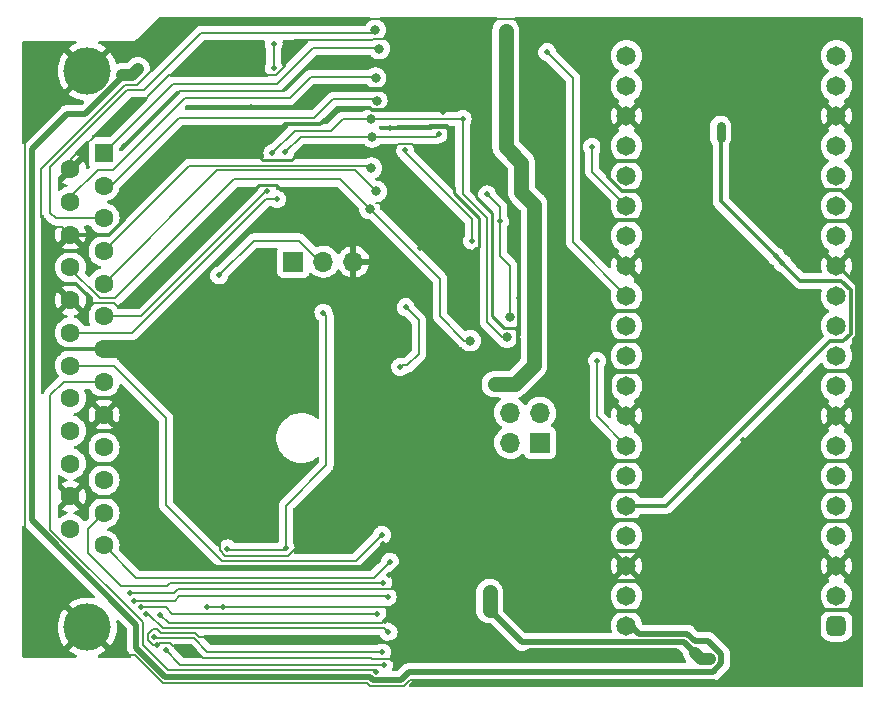
<source format=gbr>
%TF.GenerationSoftware,KiCad,Pcbnew,6.0.5-a6ca702e91~116~ubuntu21.10.1*%
%TF.CreationDate,2023-01-26T05:59:22-07:00*%
%TF.ProjectId,DB25_External,44423235-5f45-4787-9465-726e616c2e6b,rev?*%
%TF.SameCoordinates,Original*%
%TF.FileFunction,Copper,L2,Bot*%
%TF.FilePolarity,Positive*%
%FSLAX46Y46*%
G04 Gerber Fmt 4.6, Leading zero omitted, Abs format (unit mm)*
G04 Created by KiCad (PCBNEW 6.0.5-a6ca702e91~116~ubuntu21.10.1) date 2023-01-26 05:59:22*
%MOMM*%
%LPD*%
G01*
G04 APERTURE LIST*
G04 Aperture macros list*
%AMRoundRect*
0 Rectangle with rounded corners*
0 $1 Rounding radius*
0 $2 $3 $4 $5 $6 $7 $8 $9 X,Y pos of 4 corners*
0 Add a 4 corners polygon primitive as box body*
4,1,4,$2,$3,$4,$5,$6,$7,$8,$9,$2,$3,0*
0 Add four circle primitives for the rounded corners*
1,1,$1+$1,$2,$3*
1,1,$1+$1,$4,$5*
1,1,$1+$1,$6,$7*
1,1,$1+$1,$8,$9*
0 Add four rect primitives between the rounded corners*
20,1,$1+$1,$2,$3,$4,$5,0*
20,1,$1+$1,$4,$5,$6,$7,0*
20,1,$1+$1,$6,$7,$8,$9,0*
20,1,$1+$1,$8,$9,$2,$3,0*%
G04 Aperture macros list end*
%TA.AperFunction,ComponentPad*%
%ADD10RoundRect,0.412500X0.412500X0.412500X-0.412500X0.412500X-0.412500X-0.412500X0.412500X-0.412500X0*%
%TD*%
%TA.AperFunction,ComponentPad*%
%ADD11C,1.650000*%
%TD*%
%TA.AperFunction,ComponentPad*%
%ADD12R,1.700000X1.700000*%
%TD*%
%TA.AperFunction,ComponentPad*%
%ADD13O,1.700000X1.700000*%
%TD*%
%TA.AperFunction,ComponentPad*%
%ADD14C,4.000000*%
%TD*%
%TA.AperFunction,ComponentPad*%
%ADD15R,1.600000X1.600000*%
%TD*%
%TA.AperFunction,ComponentPad*%
%ADD16C,1.600000*%
%TD*%
%TA.AperFunction,ViaPad*%
%ADD17C,0.500000*%
%TD*%
%TA.AperFunction,ViaPad*%
%ADD18C,0.800000*%
%TD*%
%TA.AperFunction,ViaPad*%
%ADD19C,0.600000*%
%TD*%
%TA.AperFunction,Conductor*%
%ADD20C,0.200000*%
%TD*%
%TA.AperFunction,Conductor*%
%ADD21C,0.330000*%
%TD*%
%TA.AperFunction,Conductor*%
%ADD22C,0.250000*%
%TD*%
%TA.AperFunction,Conductor*%
%ADD23C,0.400000*%
%TD*%
%TA.AperFunction,Conductor*%
%ADD24C,0.450000*%
%TD*%
%TA.AperFunction,Conductor*%
%ADD25C,0.500000*%
%TD*%
%TA.AperFunction,Conductor*%
%ADD26C,1.500000*%
%TD*%
%TA.AperFunction,Conductor*%
%ADD27C,1.250000*%
%TD*%
%TA.AperFunction,Conductor*%
%ADD28C,1.000000*%
%TD*%
%TA.AperFunction,Conductor*%
%ADD29C,0.750000*%
%TD*%
G04 APERTURE END LIST*
D10*
%TO.P,RP1,1,G0*%
%TO.N,Net-(R42-Pad1)*%
X169468800Y-124104400D03*
D11*
%TO.P,RP1,2,G1*%
%TO.N,Net-(R19-Pad1)*%
X169468800Y-121564400D03*
%TO.P,RP1,3,GND*%
%TO.N,GND*%
X169468800Y-119024400D03*
%TO.P,RP1,4,G2*%
%TO.N,Net-(R18-Pad1)*%
X169468800Y-116484400D03*
%TO.P,RP1,5,G3*%
%TO.N,Net-(R17-Pad1)*%
X169468800Y-113944400D03*
%TO.P,RP1,6,G4*%
%TO.N,Net-(R16-Pad1)*%
X169468800Y-111404400D03*
%TO.P,RP1,7,G5*%
%TO.N,Net-(R15-Pad1)*%
X169468800Y-108864400D03*
%TO.P,RP1,8,GND*%
%TO.N,GND*%
X169468800Y-106324400D03*
%TO.P,RP1,9,G6*%
%TO.N,Net-(R14-Pad1)*%
X169468800Y-103784400D03*
%TO.P,RP1,10,G7*%
%TO.N,Net-(R13-Pad1)*%
X169468800Y-101244400D03*
%TO.P,RP1,11,G8*%
%TO.N,Net-(R12-Pad1)*%
X169468800Y-98704400D03*
%TO.P,RP1,12,G9*%
%TO.N,DBPTr*%
X169468800Y-96164400D03*
%TO.P,RP1,13,GND*%
%TO.N,GND*%
X169468800Y-93624400D03*
%TO.P,RP1,14,G10*%
%TO.N,SD_CLK*%
X169468800Y-91084400D03*
%TO.P,RP1,15,G11*%
%TO.N,SD_CMD_MOSI*%
X169468800Y-88544400D03*
%TO.P,RP1,16,G12*%
%TO.N,SD_D0_MISO*%
X169468800Y-86004400D03*
%TO.P,RP1,17,G13*%
%TO.N,SD_D1*%
X169468800Y-83464400D03*
%TO.P,RP1,18,GND*%
%TO.N,GND*%
X169468800Y-80924400D03*
%TO.P,RP1,19,G14*%
%TO.N,SD_D2*%
X169468800Y-78384400D03*
%TO.P,RP1,20,G15*%
%TO.N,SD_D3_CS*%
X169468800Y-75844400D03*
%TO.P,RP1,21,G16*%
%TO.N,SERIAL_OUT*%
X151688800Y-75844400D03*
%TO.P,RP1,22,G17*%
%TO.N,oREQ*%
X151688800Y-78384400D03*
%TO.P,RP1,23,GND*%
%TO.N,GND*%
X151688800Y-80924400D03*
%TO.P,RP1,24,G18*%
%TO.N,oCD_iSEL*%
X151688800Y-83464400D03*
%TO.P,RP1,25,G19*%
%TO.N,oSEL*%
X151688800Y-86004400D03*
%TO.P,RP1,26,G20*%
%TO.N,oMSG_iBSY*%
X151688800Y-88544400D03*
%TO.P,RP1,27,G21*%
%TO.N,iRST*%
X151688800Y-91084400D03*
%TO.P,RP1,28,GND*%
%TO.N,GND*%
X151688800Y-93624400D03*
%TO.P,RP1,29,G22*%
%TO.N,oIO*%
X151688800Y-96164400D03*
%TO.P,RP1,30,RUN*%
%TO.N,unconnected-(RP1-Pad30)*%
X151688800Y-98704400D03*
%TO.P,RP1,31,G26*%
%TO.N,iACK*%
X151688800Y-101244400D03*
%TO.P,RP1,32,G27*%
%TO.N,oBSY*%
X151688800Y-103784400D03*
%TO.P,RP1,33,A_GND*%
%TO.N,GND*%
X151688800Y-106324400D03*
%TO.P,RP1,34,G28*%
%TO.N,iATN*%
X151688800Y-108864400D03*
%TO.P,RP1,35,ADC_VREF*%
%TO.N,unconnected-(RP1-Pad35)*%
X151688800Y-111404400D03*
%TO.P,RP1,36,3v3*%
%TO.N,+3V3*%
X151688800Y-113944400D03*
%TO.P,RP1,37,3v3_EN*%
%TO.N,unconnected-(RP1-Pad37)*%
X151688800Y-116484400D03*
%TO.P,RP1,38,GND*%
%TO.N,GND*%
X151688800Y-119024400D03*
%TO.P,RP1,39,VSYS*%
%TO.N,unconnected-(RP1-Pad39)*%
X151688800Y-121564400D03*
%TO.P,RP1,40,VBUS_5V*%
%TO.N,+5VP*%
X151688800Y-124104400D03*
%TD*%
D12*
%TO.P,J1,1,Pin_1*%
%TO.N,unconnected-(J1-Pad1)*%
X123494800Y-93268800D03*
D13*
%TO.P,J1,2,Pin_2*%
%TO.N,TRM_ON_J*%
X126034800Y-93268800D03*
%TO.P,J1,3,Pin_3*%
%TO.N,GND*%
X128574800Y-93268800D03*
%TD*%
D12*
%TO.P,J4,1,Pin_1*%
%TO.N,Net-(J4-Pad1)*%
X144373600Y-108610400D03*
D13*
%TO.P,J4,2,Pin_2*%
%TO.N,iATN*%
X141833600Y-108610400D03*
%TO.P,J4,3,Pin_3*%
%TO.N,Net-(J4-Pad3)*%
X144373600Y-106070400D03*
%TO.P,J4,4,Pin_4*%
%TO.N,iACK*%
X141833600Y-106070400D03*
%TD*%
D14*
%TO.P,J2,0,PAD*%
%TO.N,GND*%
X106037131Y-77130600D03*
X106037131Y-124230600D03*
D15*
%TO.P,J2,1,1*%
%TO.N,REQ*%
X107457131Y-84060600D03*
D16*
%TO.P,J2,2,2*%
%TO.N,MSG*%
X107457131Y-86830600D03*
%TO.P,J2,3,3*%
%TO.N,IO*%
X107457131Y-89600600D03*
%TO.P,J2,4,4*%
%TO.N,RST*%
X107457131Y-92370600D03*
%TO.P,J2,5,5*%
%TO.N,ACK*%
X107457131Y-95140600D03*
%TO.P,J2,6,6*%
%TO.N,BSY*%
X107457131Y-97910600D03*
%TO.P,J2,7,7*%
%TO.N,GND*%
X107457131Y-100680600D03*
%TO.P,J2,8,8*%
%TO.N,DB0*%
X107457131Y-103450600D03*
%TO.P,J2,9,9*%
%TO.N,GND*%
X107457131Y-106220600D03*
%TO.P,J2,10,10*%
%TO.N,DB3*%
X107457131Y-108990600D03*
%TO.P,J2,11,11*%
%TO.N,DB5*%
X107457131Y-111760600D03*
%TO.P,J2,12,12*%
%TO.N,DB6*%
X107457131Y-114530600D03*
%TO.P,J2,13,13*%
%TO.N,DB7*%
X107457131Y-117300600D03*
%TO.P,J2,14,P14*%
%TO.N,GND*%
X104617131Y-85445600D03*
%TO.P,J2,15,P15*%
%TO.N,CD*%
X104617131Y-88215600D03*
%TO.P,J2,16,P16*%
%TO.N,GND*%
X104617131Y-90985600D03*
%TO.P,J2,17,P17*%
%TO.N,ATN*%
X104617131Y-93755600D03*
%TO.P,J2,18,P18*%
%TO.N,GND*%
X104617131Y-96525600D03*
%TO.P,J2,19,P19*%
%TO.N,SEL*%
X104617131Y-99295600D03*
%TO.P,J2,20,P20*%
%TO.N,DBP*%
X104617131Y-102065600D03*
%TO.P,J2,21,P21*%
%TO.N,DB1*%
X104617131Y-104835600D03*
%TO.P,J2,22,P22*%
%TO.N,DB2*%
X104617131Y-107605600D03*
%TO.P,J2,23,P23*%
%TO.N,DB4*%
X104617131Y-110375600D03*
%TO.P,J2,24,P24*%
%TO.N,GND*%
X104617131Y-113145600D03*
%TO.P,J2,25,P25*%
%TO.N,+5V*%
X104617131Y-115915600D03*
%TD*%
D17*
%TO.N,GND*%
X146405600Y-106832400D03*
X156006800Y-90474800D03*
X111912400Y-125730000D03*
X136499600Y-84836000D03*
X146558000Y-124409200D03*
X113588800Y-116535200D03*
X143306800Y-126441200D03*
X153771600Y-97536000D03*
X124510800Y-96266000D03*
X120548400Y-92456000D03*
X131876800Y-126880220D03*
X136220200Y-124129800D03*
X132689600Y-121056400D03*
X132029200Y-83616800D03*
X131622800Y-77825600D03*
X138734800Y-94234000D03*
X147167600Y-103632000D03*
X166268400Y-93675200D03*
X134213600Y-92100400D03*
X128016000Y-90017600D03*
X138938000Y-92303600D03*
X142494000Y-98907600D03*
X119938800Y-80162400D03*
X110134400Y-86461600D03*
X120853200Y-115620800D03*
X112217200Y-123190000D03*
X149656800Y-109016800D03*
X154076400Y-126238000D03*
X109169200Y-83464400D03*
X139293600Y-101803200D03*
X144119600Y-116789200D03*
X153517600Y-111455200D03*
X123291600Y-125425200D03*
X131546600Y-119761000D03*
X145643600Y-95199200D03*
X145643600Y-91846400D03*
X102717600Y-97993200D03*
X134264400Y-95605600D03*
X117551200Y-122529600D03*
X149606000Y-82956400D03*
X130302000Y-83870800D03*
X120599200Y-83718400D03*
X153568400Y-115163600D03*
X130657600Y-118618000D03*
X131216400Y-123698000D03*
X150368000Y-105003600D03*
X112115600Y-94843600D03*
X149656800Y-91592400D03*
X138023600Y-105714800D03*
X131622800Y-87731600D03*
X138734800Y-81737200D03*
X148183600Y-113995200D03*
X158242000Y-118719600D03*
X148463000Y-123215400D03*
X138480800Y-97180400D03*
X143052800Y-82600800D03*
X131064000Y-117144800D03*
X142468600Y-100304600D03*
X144932400Y-116789200D03*
X161594800Y-108356400D03*
X143205200Y-79806800D03*
X114503200Y-105054400D03*
X146558000Y-75996800D03*
X131648200Y-81965800D03*
X160832800Y-87680800D03*
X162255200Y-78943200D03*
X141528800Y-125831600D03*
X139446000Y-86664800D03*
X127406400Y-96977200D03*
X124409200Y-115824000D03*
X119888000Y-87426800D03*
X138531600Y-98755200D03*
X132689600Y-99009200D03*
X114858800Y-111150400D03*
X149961600Y-121920000D03*
X143103600Y-115062000D03*
X121564400Y-88849200D03*
X131826000Y-76149200D03*
X136448800Y-100177600D03*
X148996400Y-87934800D03*
X144373600Y-85140800D03*
X131724400Y-79857600D03*
X136144000Y-80619600D03*
X139446000Y-77673200D03*
X120345200Y-96113600D03*
X160274000Y-106832400D03*
X146812000Y-101854000D03*
X116179600Y-122529600D03*
X134518400Y-102209600D03*
X145542000Y-101854000D03*
D18*
X166801800Y-123774200D03*
D17*
X109662250Y-121358188D03*
X166420800Y-86055200D03*
X139801600Y-111556800D03*
X154228800Y-121310400D03*
X135382000Y-104190800D03*
X160731200Y-80568800D03*
X132283200Y-122275600D03*
X156057600Y-126441200D03*
X146253200Y-89560400D03*
X165303200Y-94996000D03*
X135432800Y-88290400D03*
X159004000Y-89103200D03*
X131673600Y-125577600D03*
X144322800Y-103581200D03*
D19*
%TO.N,+2V8*%
X142087600Y-103632000D03*
X140563600Y-103632000D03*
X143027400Y-87604600D03*
D18*
X158750000Y-126898400D03*
D19*
X141478000Y-73710800D03*
X143865600Y-96824800D03*
X141325600Y-103632000D03*
D18*
X157835600Y-126746000D03*
X140106400Y-122580400D03*
X140106400Y-121259600D03*
D17*
%TO.N,iATN*%
X149199600Y-101650800D03*
%TO.N,oIO*%
X144983200Y-75539600D03*
%TO.N,oBSY*%
X140970000Y-89865200D03*
D18*
X141833600Y-97993200D03*
D17*
X139895644Y-87571644D03*
%TO.N,oRST*%
X132537200Y-102209600D03*
X132994400Y-97129600D03*
D18*
%TO.N,ATN*%
X129942028Y-88784381D03*
X138455400Y-99949000D03*
%TO.N,BSY*%
X141579600Y-99669600D03*
D17*
X121259600Y-87325200D03*
X121716800Y-84074000D03*
D18*
X130048000Y-81178400D03*
D17*
X137820400Y-81178400D03*
%TO.N,DBP*%
X131008120Y-116387880D03*
D18*
%TO.N,ACK*%
X130505200Y-87325200D03*
%TO.N,RST*%
X130098800Y-85344000D03*
%TO.N,MSG*%
X130556000Y-79654400D03*
D17*
X138621174Y-91494677D03*
X132943600Y-83820000D03*
%TO.N,SEL*%
X135839200Y-82448400D03*
X122783600Y-84023200D03*
D18*
X130149600Y-82702400D03*
D17*
X122123200Y-87985600D03*
D18*
%TO.N,CD*%
X130454400Y-77724000D03*
%TO.N,REQ*%
X130759200Y-75234800D03*
%TO.N,IO*%
X130403600Y-73660000D03*
D17*
%TO.N,DB7*%
X131673600Y-118668800D03*
%TO.N,DB6*%
X131114800Y-120446800D03*
%TO.N,DB5*%
X131470400Y-121666000D03*
X109961871Y-121990272D03*
%TO.N,DB4*%
X130606800Y-123079100D03*
X110566804Y-122539772D03*
%TO.N,DB3*%
X131541520Y-124642880D03*
X110991508Y-123095586D03*
%TO.N,DB2*%
X111691198Y-125066393D03*
X131022080Y-126330720D03*
%TO.N,DB1*%
X131142269Y-127429731D03*
X112674400Y-126136400D03*
%TO.N,DB0*%
X130505200Y-127979231D03*
%TO.N,+3V3*%
X164338000Y-92811600D03*
X159664400Y-81788000D03*
X164896800Y-93370400D03*
X159664400Y-82346800D03*
%TO.N,+5VP*%
X109626400Y-77622400D03*
X110324400Y-76962000D03*
%TO.N,oMSG_iBSY*%
X148793200Y-83566000D03*
%TO.N,TRM_ON_J*%
X121818400Y-76860400D03*
X126034800Y-97586800D03*
X121818400Y-74828400D03*
X122834400Y-117500400D03*
X117195600Y-94437200D03*
X117906800Y-117558591D03*
%TD*%
D20*
%TO.N,GND*%
X104617131Y-90985600D02*
X104549200Y-90985600D01*
D21*
X153111200Y-122834400D02*
X148488400Y-122834400D01*
D22*
X120904000Y-84683600D02*
X123291600Y-84683600D01*
D23*
X136601200Y-83159600D02*
X136652000Y-83108800D01*
D21*
X106338111Y-96811089D02*
X106338111Y-96381311D01*
D20*
X131876800Y-126880220D02*
X130131420Y-126880220D01*
D21*
X105765600Y-95808800D02*
X105105200Y-95148400D01*
X153111200Y-110236000D02*
X153060400Y-110185200D01*
D20*
X112919111Y-123891911D02*
X131022489Y-123891911D01*
D22*
X120564111Y-86750689D02*
X122056689Y-86750689D01*
D20*
X112217200Y-123190000D02*
X112919111Y-123891911D01*
D21*
X108458000Y-107492800D02*
X108305600Y-107645200D01*
D20*
X100787200Y-83108800D02*
X100787200Y-83007200D01*
X100796481Y-115214400D02*
X100796481Y-113394881D01*
D23*
X124155200Y-80162400D02*
X125679200Y-78638400D01*
D20*
X104617131Y-96525600D02*
X105475131Y-97383600D01*
D21*
X168097200Y-112674400D02*
X167944800Y-112522000D01*
D24*
X150215600Y-104800400D02*
X150215600Y-102717600D01*
D21*
X104617131Y-90985600D02*
X106835200Y-90985600D01*
D20*
X113309400Y-125806200D02*
X113436400Y-125933200D01*
X104549200Y-90985600D02*
X104089200Y-90525600D01*
X100796481Y-113394881D02*
X100787200Y-113385600D01*
X112407237Y-128962640D02*
X129722212Y-128962640D01*
X117297200Y-117449600D02*
X117297200Y-117043200D01*
X131546600Y-119761000D02*
X133350000Y-117957600D01*
D21*
X170942000Y-88290400D02*
X170942000Y-88595200D01*
D20*
X106338111Y-96811089D02*
X108342689Y-96811089D01*
D21*
X142494000Y-98907600D02*
X142494000Y-100380800D01*
X142598111Y-96471711D02*
X142494000Y-96367600D01*
D20*
X131470400Y-76504800D02*
X125018800Y-76504800D01*
X130098800Y-126847600D02*
X115874800Y-126847600D01*
D21*
X108305600Y-107645200D02*
X108000800Y-107645200D01*
D23*
X136652000Y-83108800D02*
X136652000Y-82042000D01*
D20*
X117465761Y-119008239D02*
X116569839Y-119008239D01*
D21*
X171043600Y-89814400D02*
X168249600Y-89814400D01*
D20*
X130200400Y-74422000D02*
X130149600Y-74472800D01*
D21*
X167711911Y-87193911D02*
X169845511Y-87193911D01*
X171450000Y-115214400D02*
X170942000Y-115722400D01*
X150088600Y-86086424D02*
X151276576Y-87274400D01*
D20*
X131064000Y-125577600D02*
X130657600Y-125171200D01*
X131673600Y-125577600D02*
X130786400Y-125577600D01*
D21*
X105816400Y-111099600D02*
X106375200Y-110540800D01*
D20*
X131500321Y-119807279D02*
X131546600Y-119761000D01*
X105475131Y-97383600D02*
X105765600Y-97383600D01*
X124409200Y-116789200D02*
X123037600Y-118160800D01*
D21*
X145643600Y-95199200D02*
X147878800Y-97434400D01*
D20*
X131826000Y-76149200D02*
X131673600Y-76149200D01*
D21*
X153060400Y-110185200D02*
X149504400Y-110185200D01*
D22*
X119888000Y-87426800D02*
X120564111Y-86750689D01*
D20*
X106037131Y-124230600D02*
X108400131Y-126593600D01*
X131673600Y-76149200D02*
X131572000Y-76250800D01*
D21*
X147878800Y-97434400D02*
X149809200Y-97434400D01*
D20*
X131022489Y-123891911D02*
X131216400Y-123698000D01*
X131318000Y-72847200D02*
X131165600Y-72694800D01*
D24*
X150418800Y-102514400D02*
X152704800Y-102514400D01*
D21*
X171246800Y-95310960D02*
X171246800Y-90017600D01*
X120599200Y-83718400D02*
X120700800Y-83718400D01*
D20*
X108342689Y-96811089D02*
X108610400Y-97078800D01*
X139446000Y-77673200D02*
X139446000Y-73863200D01*
D21*
X150088600Y-84251800D02*
X150622000Y-84785200D01*
D24*
X150317200Y-102616000D02*
X150418800Y-102514400D01*
D21*
X152857200Y-120294400D02*
X150723600Y-120294400D01*
D20*
X111963200Y-124409200D02*
X111571264Y-124409200D01*
X132375511Y-83270489D02*
X133562489Y-83270489D01*
D21*
X131724400Y-79857600D02*
X131163089Y-80418911D01*
D20*
X131368800Y-85598000D02*
X130708400Y-86258400D01*
D22*
X138988800Y-87223600D02*
X138988800Y-87833200D01*
D21*
X103378000Y-92354400D02*
X103428800Y-92405200D01*
X153568400Y-117398800D02*
X153162000Y-117805200D01*
X171450000Y-112674400D02*
X171450000Y-115214400D01*
X171217520Y-99597280D02*
X171217520Y-95340240D01*
X104617131Y-113145600D02*
X105757165Y-112005565D01*
D22*
X120446800Y-83870800D02*
X120446800Y-84226400D01*
X137109200Y-87477600D02*
X137109200Y-86969600D01*
D21*
X151276576Y-87274400D02*
X152704800Y-87274400D01*
X153517600Y-111455200D02*
X153517600Y-110642400D01*
D23*
X135066311Y-81798889D02*
X135026400Y-81838800D01*
D21*
X105757165Y-112005565D02*
X105757165Y-112259565D01*
D20*
X100796481Y-118989950D02*
X100796481Y-115214400D01*
D21*
X149809200Y-97434400D02*
X152755600Y-97434400D01*
D20*
X107479909Y-81838800D02*
X104617131Y-84701578D01*
D23*
X136408889Y-81798889D02*
X135066311Y-81798889D01*
D20*
X159156400Y-128676400D02*
X159156400Y-129082800D01*
X129722212Y-128962640D02*
X129987834Y-129228262D01*
D21*
X150622000Y-84785200D02*
X153060400Y-84785200D01*
X106883200Y-91033600D02*
X107848400Y-91033600D01*
D20*
X106222800Y-81330800D02*
X109118400Y-78435200D01*
X131622800Y-123698000D02*
X131724400Y-123596400D01*
X132283200Y-123291600D02*
X132181600Y-123393200D01*
D24*
X150368000Y-105003600D02*
X150215600Y-104851200D01*
D20*
X131368800Y-85445600D02*
X131368800Y-85598000D01*
D21*
X105816400Y-111946331D02*
X105816400Y-111556800D01*
X131163089Y-80418911D02*
X130152111Y-80418911D01*
D20*
X100787200Y-113385600D02*
X100787200Y-83108800D01*
D22*
X140327720Y-97858920D02*
X141325600Y-98856800D01*
D21*
X171217520Y-95340240D02*
X171246800Y-95310960D01*
X149809200Y-97434400D02*
X149809200Y-99415600D01*
D22*
X139195685Y-92045915D02*
X139195685Y-89564085D01*
X140327720Y-89172120D02*
X140327720Y-90456680D01*
D20*
X131826000Y-76149200D02*
X131826000Y-74828400D01*
D25*
X116840000Y-119176800D02*
X129336800Y-119176800D01*
D20*
X117246400Y-119278400D02*
X117144800Y-119176800D01*
X117551200Y-122529600D02*
X116179600Y-122529600D01*
X112979200Y-77470000D02*
X108610400Y-81838800D01*
D21*
X129997200Y-80264000D02*
X129540000Y-80264000D01*
X153568400Y-115163600D02*
X153568400Y-117398800D01*
D20*
X133400800Y-128676400D02*
X159156400Y-128676400D01*
D21*
X148488400Y-122834400D02*
X148437600Y-122783600D01*
X171450000Y-95514160D02*
X171246800Y-95310960D01*
X108559600Y-105118131D02*
X108559600Y-104952800D01*
D20*
X122783600Y-76657200D02*
X122809000Y-76682600D01*
X116468239Y-119008239D02*
X116433600Y-118973600D01*
D21*
X170942000Y-122275600D02*
X170434000Y-122783600D01*
D20*
X113388612Y-121358188D02*
X113750489Y-120996311D01*
D22*
X122056689Y-86750689D02*
X122478800Y-87172800D01*
D21*
X107457131Y-100680600D02*
X103525400Y-100680600D01*
X149961600Y-89560400D02*
X150164800Y-89763600D01*
D26*
X107457131Y-100680600D02*
X109570600Y-100680600D01*
D21*
X153212800Y-120294400D02*
X152857200Y-120294400D01*
D20*
X115485794Y-125042400D02*
X115485794Y-125036194D01*
D21*
X106375200Y-110540800D02*
X106527600Y-110388400D01*
X142494000Y-100380800D02*
X141071600Y-101803200D01*
D20*
X113842800Y-78790800D02*
X109169200Y-83464400D01*
X109118400Y-78435200D02*
X109118400Y-78435120D01*
X111141687Y-125294009D02*
X111577678Y-125730000D01*
D22*
X120446800Y-84226400D02*
X120904000Y-84683600D01*
D20*
X109982000Y-78282800D02*
X110286800Y-78282800D01*
X122809000Y-76682600D02*
X122021600Y-77470000D01*
X109118400Y-78435200D02*
X109270800Y-78282800D01*
D21*
X125780800Y-81635600D02*
X126238000Y-81178400D01*
D22*
X138938000Y-92303600D02*
X139195685Y-92045915D01*
D23*
X125679200Y-78638400D02*
X131267200Y-78638400D01*
D20*
X111912400Y-125730000D02*
X112071680Y-125570720D01*
D21*
X103428800Y-92405200D02*
X105410000Y-92405200D01*
X171450000Y-110185200D02*
X170942000Y-109677200D01*
D20*
X140614400Y-72694800D02*
X142290800Y-72694800D01*
X131733689Y-120996311D02*
X133146800Y-119583200D01*
X133562489Y-83270489D02*
X133756400Y-83464400D01*
D21*
X168666951Y-110174249D02*
X168351200Y-110490000D01*
D20*
X132848939Y-129228261D02*
X133400800Y-128676400D01*
X116569839Y-119008239D02*
X116468239Y-119008239D01*
X109662250Y-121358188D02*
X113388612Y-121358188D01*
X108400131Y-126593600D02*
X110038197Y-126593600D01*
X129200561Y-119008239D02*
X131064000Y-117144800D01*
X104617131Y-84701578D02*
X104617131Y-85445600D01*
X111141687Y-124838777D02*
X111141687Y-125294009D01*
D21*
X148996400Y-87934800D02*
X149961600Y-88900000D01*
D23*
X119938800Y-80162400D02*
X124155200Y-80162400D01*
D20*
X131560311Y-81877911D02*
X131648200Y-81965800D01*
D21*
X108559600Y-104952800D02*
X108458000Y-104851200D01*
X149606000Y-83769200D02*
X150088600Y-84251800D01*
D20*
X130149600Y-74472800D02*
X123545600Y-74472800D01*
D21*
X103378000Y-92224731D02*
X103378000Y-92354400D01*
D20*
X112071680Y-125570720D02*
X113073920Y-125570720D01*
X110038197Y-126593600D02*
X112407237Y-128962640D01*
D21*
X170942000Y-99859654D02*
X171037027Y-99764627D01*
D20*
X105765600Y-97383600D02*
X106338111Y-96811089D01*
X129336800Y-119176800D02*
X129387600Y-119176800D01*
D21*
X171439049Y-110174249D02*
X168666951Y-110174249D01*
D20*
X130131420Y-126880220D02*
X130098800Y-126847600D01*
D21*
X150164800Y-89763600D02*
X152552400Y-89763600D01*
D20*
X131826000Y-73355200D02*
X131318000Y-72847200D01*
D21*
X107457131Y-106220600D02*
X108559600Y-105118131D01*
X104617131Y-90985600D02*
X103378000Y-92224731D01*
D25*
X154076400Y-126238000D02*
X155854400Y-126238000D01*
D20*
X130657600Y-125171200D02*
X116027200Y-125171200D01*
D22*
X123291600Y-84683600D02*
X123596400Y-84378800D01*
D23*
X135026400Y-81838800D02*
X132334000Y-81838800D01*
D21*
X153060400Y-84785200D02*
X153162000Y-84886800D01*
X168249600Y-122783600D02*
X168148000Y-122682000D01*
X150088600Y-84251800D02*
X150088600Y-86086424D01*
D20*
X129987834Y-129228262D02*
X132848939Y-129228261D01*
X123545600Y-74472800D02*
X122783600Y-75234800D01*
X100787200Y-83007200D02*
X100939600Y-82854800D01*
D21*
X106527600Y-110388400D02*
X108102400Y-110388400D01*
X130152111Y-80418911D02*
X129997200Y-80264000D01*
D20*
X122783600Y-75234800D02*
X122783600Y-76657200D01*
X115485794Y-125036194D02*
X115163600Y-124714000D01*
D25*
X155854400Y-126238000D02*
X156057600Y-126441200D01*
D21*
X171246800Y-90017600D02*
X171043600Y-89814400D01*
D20*
X115163600Y-124714000D02*
X112268000Y-124714000D01*
D21*
X153568400Y-115163600D02*
X149555200Y-115163600D01*
X105757165Y-112259565D02*
X106629200Y-113131600D01*
X142598111Y-98803489D02*
X142598111Y-96471711D01*
D20*
X113355111Y-125760489D02*
X113309400Y-125806200D01*
D21*
X168452800Y-102565200D02*
X168402000Y-102514400D01*
D20*
X131419600Y-74422000D02*
X130200400Y-74422000D01*
D21*
X150368000Y-99974400D02*
X152603200Y-99974400D01*
X106338111Y-96381311D02*
X105765600Y-95808800D01*
X108000800Y-107645200D02*
X106781600Y-107645200D01*
D20*
X131927600Y-125323600D02*
X132689600Y-125323600D01*
D21*
X106835200Y-90985600D02*
X106883200Y-91033600D01*
X107848400Y-91033600D02*
X109169200Y-89712800D01*
D20*
X122021600Y-77470000D02*
X112979200Y-77470000D01*
D21*
X122783600Y-81635600D02*
X125780800Y-81635600D01*
D20*
X102158800Y-85394800D02*
X106222800Y-81330800D01*
D21*
X105105200Y-95148400D02*
X103987600Y-95148400D01*
D23*
X119938800Y-80162400D02*
X114503200Y-80162400D01*
D20*
X117465761Y-119008239D02*
X129200561Y-119008239D01*
X114787689Y-125760489D02*
X113355111Y-125760489D01*
X139446000Y-73863200D02*
X140563600Y-72745600D01*
X131826000Y-74828400D02*
X131419600Y-74422000D01*
X117144800Y-119176800D02*
X116976239Y-119008239D01*
D21*
X142494000Y-98907600D02*
X142598111Y-98803489D01*
D20*
X131648200Y-81965800D02*
X131673600Y-81991200D01*
X117297200Y-117043200D02*
X117246400Y-116992400D01*
D21*
X153162000Y-117805200D02*
X150876000Y-117805200D01*
X169519600Y-93583760D02*
X171450000Y-95514160D01*
X154228800Y-121310400D02*
X153212800Y-120294400D01*
D20*
X132283200Y-122275600D02*
X132029200Y-122529600D01*
D21*
X150876000Y-117805200D02*
X150825200Y-117754400D01*
D20*
X111571264Y-124409200D02*
X111141687Y-124838777D01*
X113750489Y-120996311D02*
X131733689Y-120996311D01*
D21*
X106680000Y-113182400D02*
X108356400Y-113182400D01*
D20*
X131216400Y-123698000D02*
X131622800Y-123698000D01*
D21*
X171450000Y-112674400D02*
X168097200Y-112674400D01*
D20*
X123037600Y-118160800D02*
X117731882Y-118160800D01*
D22*
X139446000Y-86664800D02*
X139446000Y-86766400D01*
D21*
X171450000Y-110185200D02*
X171450000Y-112674400D01*
D20*
X132283200Y-122275600D02*
X132283200Y-123291600D01*
D21*
X108458000Y-107221469D02*
X108458000Y-107492800D01*
X154228800Y-121716800D02*
X153111200Y-122834400D01*
X105816400Y-111556800D02*
X105816400Y-111099600D01*
D20*
X106037131Y-124230600D02*
X100796481Y-118989950D01*
X110286800Y-78282800D02*
X111506000Y-77063600D01*
D21*
X106629200Y-113131600D02*
X106680000Y-113182400D01*
X105757165Y-112005565D02*
X105816400Y-111946331D01*
D23*
X131267200Y-78638400D02*
X131622800Y-78282800D01*
D21*
X152755600Y-112674400D02*
X149656800Y-112674400D01*
D20*
X140563600Y-72745600D02*
X140614400Y-72694800D01*
X131826000Y-76149200D02*
X131826000Y-73355200D01*
X125018800Y-76504800D02*
X122732800Y-78790800D01*
X117144800Y-119176800D02*
X129336800Y-119176800D01*
X104089200Y-90525600D02*
X103936800Y-90373200D01*
D22*
X141325600Y-98856800D02*
X142392400Y-98856800D01*
D21*
X170942000Y-102565200D02*
X170942000Y-99859654D01*
D20*
X132029200Y-83616800D02*
X132375511Y-83270489D01*
D21*
X149809200Y-99415600D02*
X150317200Y-99923600D01*
D20*
X131673600Y-125577600D02*
X131927600Y-125323600D01*
X124409200Y-115824000D02*
X124409200Y-116789200D01*
X130488106Y-88341200D02*
X131165600Y-88341200D01*
X131165600Y-72694800D02*
X129743200Y-72694800D01*
D21*
X149606000Y-82956400D02*
X149606000Y-83769200D01*
D20*
X131724400Y-123596400D02*
X133096000Y-123596400D01*
X113073920Y-125570720D02*
X113309400Y-125806200D01*
D21*
X107457131Y-106220600D02*
X108458000Y-107221469D01*
X171450000Y-110185200D02*
X171439049Y-110174249D01*
X120700800Y-83718400D02*
X122783600Y-81635600D01*
D20*
X130251200Y-125042400D02*
X115485794Y-125042400D01*
D23*
X131622800Y-78282800D02*
X131622800Y-77825600D01*
D21*
X154228800Y-121310400D02*
X154228800Y-121716800D01*
X141071600Y-101803200D02*
X139293600Y-101803200D01*
D20*
X111577678Y-125730000D02*
X111912400Y-125730000D01*
D21*
X170942000Y-102565200D02*
X168452800Y-102565200D01*
D20*
X131826000Y-76149200D02*
X131470400Y-76504800D01*
D21*
X171145200Y-99669600D02*
X171217520Y-99597280D01*
X152806400Y-112725200D02*
X152755600Y-112674400D01*
D23*
X136652000Y-82042000D02*
X136408889Y-81798889D01*
D20*
X117297200Y-117726118D02*
X117297200Y-117449600D01*
D22*
X139446000Y-86766400D02*
X138988800Y-87223600D01*
D25*
X116671439Y-119008239D02*
X116840000Y-119176800D01*
D21*
X170942000Y-115722400D02*
X170942000Y-122275600D01*
X171450000Y-115214400D02*
X168452800Y-115214400D01*
X170942000Y-109677200D02*
X170942000Y-102565200D01*
D20*
X102158800Y-89357200D02*
X102158800Y-85394800D01*
X109270800Y-78282800D02*
X109982000Y-78282800D01*
D21*
X149961600Y-88900000D02*
X149961600Y-89560400D01*
D20*
X117094000Y-117246400D02*
X117297200Y-117449600D01*
D21*
X108458000Y-104851200D02*
X106934000Y-104851200D01*
D20*
X131673600Y-125577600D02*
X131064000Y-125577600D01*
D22*
X138988800Y-87833200D02*
X140327720Y-89172120D01*
D20*
X115874800Y-126847600D02*
X114787689Y-125760489D01*
X132029200Y-122529600D02*
X117551200Y-122529600D01*
X122732800Y-78790800D02*
X113842800Y-78790800D01*
D22*
X139195685Y-89564085D02*
X137109200Y-87477600D01*
D25*
X143510000Y-126238000D02*
X154076400Y-126238000D01*
D22*
X140327720Y-90456680D02*
X140327720Y-97858920D01*
D21*
X103525400Y-100680600D02*
X103479600Y-100634800D01*
D20*
X102158800Y-89509600D02*
X102158800Y-89357200D01*
D25*
X143306800Y-126441200D02*
X143510000Y-126238000D01*
D20*
X109662250Y-121358188D02*
X109575600Y-121444838D01*
D21*
X153517600Y-110642400D02*
X153111200Y-110236000D01*
D20*
X116671439Y-119008239D02*
X116569839Y-119008239D01*
X112268000Y-124714000D02*
X111963200Y-124409200D01*
D24*
X150215600Y-104851200D02*
X150215600Y-104800400D01*
D20*
X108610400Y-81838800D02*
X107479909Y-81838800D01*
D24*
X150215600Y-102717600D02*
X150317200Y-102616000D01*
D20*
X103022400Y-90373200D02*
X102158800Y-89509600D01*
X117731882Y-118160800D02*
X117297200Y-117726118D01*
X130786400Y-125577600D02*
X130251200Y-125042400D01*
D21*
X106781600Y-107645200D02*
X106730800Y-107594400D01*
D20*
X116976239Y-119008239D02*
X116671439Y-119008239D01*
D21*
X169845511Y-87193911D02*
X170942000Y-88290400D01*
X170434000Y-122783600D02*
X168249600Y-122783600D01*
X150317200Y-99923600D02*
X150368000Y-99974400D01*
D20*
X103936800Y-90373200D02*
X103022400Y-90373200D01*
D22*
X120599200Y-83718400D02*
X120446800Y-83870800D01*
D25*
%TO.N,+2V8*%
X157480000Y-126390400D02*
X156565600Y-125476000D01*
D27*
X140563600Y-103632000D02*
X142240000Y-103632000D01*
X143865600Y-88442800D02*
X143027400Y-87604600D01*
X142798800Y-84886800D02*
X141478000Y-83566000D01*
X143865600Y-96824800D02*
X143865600Y-88442800D01*
D25*
X142849600Y-125476000D02*
X140106400Y-122732800D01*
D27*
X143865600Y-102006400D02*
X143865600Y-96824800D01*
D25*
X157835600Y-126746000D02*
X157480000Y-126390400D01*
D28*
X157988000Y-126898400D02*
X157480000Y-126390400D01*
D27*
X140106400Y-121259600D02*
X140106400Y-122732800D01*
D28*
X158750000Y-126898400D02*
X157988000Y-126898400D01*
D27*
X142240000Y-103632000D02*
X143865600Y-102006400D01*
X143027400Y-87604600D02*
X142798800Y-87376000D01*
X141478000Y-83566000D02*
X141478000Y-73710800D01*
D25*
X156565600Y-125476000D02*
X142849600Y-125476000D01*
D27*
X142798800Y-87376000D02*
X142798800Y-84886800D01*
D20*
%TO.N,iATN*%
X149199600Y-106375200D02*
X151688800Y-108864400D01*
X149199600Y-101650800D02*
X149199600Y-106375200D01*
%TO.N,oIO*%
X147167600Y-77724000D02*
X144983200Y-75539600D01*
X151688800Y-96164400D02*
X147167600Y-91643200D01*
X147167600Y-91643200D02*
X147167600Y-77724000D01*
%TO.N,oBSY*%
X140970000Y-92760800D02*
X140970000Y-89865200D01*
X139895644Y-87571644D02*
X140970000Y-88646000D01*
X141833600Y-97993200D02*
X141833600Y-93624400D01*
X141833600Y-93624400D02*
X140970000Y-92760800D01*
X140970000Y-88646000D02*
X140970000Y-89865200D01*
%TO.N,oRST*%
X134112000Y-98247200D02*
X134112000Y-101092000D01*
X133146800Y-102057200D02*
X132689600Y-102057200D01*
X134112000Y-101092000D02*
X133146800Y-102057200D01*
X132689600Y-102057200D02*
X132537200Y-102209600D01*
X132994400Y-97129600D02*
X134112000Y-98247200D01*
%TO.N,ATN*%
X129942028Y-88784381D02*
X127466847Y-86309200D01*
X108407200Y-96367600D02*
X107129187Y-96367600D01*
X118465600Y-86309200D02*
X108407200Y-96367600D01*
X107129187Y-96367600D02*
X104617131Y-93855544D01*
X127466847Y-86309200D02*
X118465600Y-86309200D01*
X104617131Y-93855544D02*
X104617131Y-93755600D01*
X137947400Y-99949000D02*
X138455400Y-99949000D01*
X135890000Y-97891600D02*
X137947400Y-99949000D01*
X129942028Y-88784381D02*
X135890000Y-94732353D01*
X135890000Y-94732353D02*
X135890000Y-97891600D01*
%TO.N,BSY*%
X123596400Y-82194400D02*
X126644400Y-82194400D01*
X139903200Y-89611200D02*
X137820400Y-87528400D01*
X137769600Y-81178400D02*
X137820400Y-81127600D01*
X139903200Y-98399600D02*
X139903200Y-89611200D01*
X121208800Y-87325200D02*
X121259600Y-87325200D01*
X130048000Y-81178400D02*
X137769600Y-81178400D01*
X118160800Y-90373200D02*
X121208800Y-87325200D01*
X121716800Y-84074000D02*
X123596400Y-82194400D01*
X141173200Y-99669600D02*
X139903200Y-98399600D01*
X110623400Y-97910600D02*
X118160800Y-90373200D01*
X137820400Y-81127600D02*
X137820400Y-81178400D01*
X107457131Y-97910600D02*
X110623400Y-97910600D01*
X127660400Y-81178400D02*
X130048000Y-81178400D01*
X141579600Y-99669600D02*
X141173200Y-99669600D01*
X126644400Y-82194400D02*
X127660400Y-81178400D01*
X137820400Y-87528400D02*
X137820400Y-81178400D01*
%TO.N,DBP*%
X112725200Y-113908738D02*
X112725200Y-106527600D01*
X131008120Y-116387880D02*
X128787281Y-118608719D01*
X117425181Y-118608719D02*
X112725200Y-113908738D01*
X128787281Y-118608719D02*
X117425181Y-118608719D01*
X108263200Y-102065600D02*
X104617131Y-102065600D01*
X112725200Y-106527600D02*
X108263200Y-102065600D01*
%TO.N,ACK*%
X128727200Y-85547200D02*
X117050531Y-85547200D01*
X117050531Y-85547200D02*
X107457131Y-95140600D01*
X130505200Y-87325200D02*
X128727200Y-85547200D01*
%TO.N,RST*%
X130098800Y-85344000D02*
X129902480Y-85147680D01*
X129902480Y-85147680D02*
X114680051Y-85147680D01*
X114680051Y-85147680D02*
X107457131Y-92370600D01*
%TO.N,MSG*%
X138621174Y-91494677D02*
X138621174Y-89700774D01*
X108089000Y-86830600D02*
X113842800Y-81076800D01*
X113842800Y-81076800D02*
X125272800Y-81076800D01*
X132943600Y-83820000D02*
X132943600Y-83769200D01*
X132943600Y-84023200D02*
X132943600Y-83820000D01*
X130396281Y-79494681D02*
X130556000Y-79654400D01*
X125272800Y-81076800D02*
X126854919Y-79494681D01*
X126854919Y-79494681D02*
X130396281Y-79494681D01*
X107457131Y-86830600D02*
X108089000Y-86830600D01*
X138621174Y-89700774D02*
X132943600Y-84023200D01*
%TO.N,SEL*%
X121164206Y-87985600D02*
X122123200Y-87985600D01*
X130149600Y-82702400D02*
X130251200Y-82702400D01*
X130149600Y-82702400D02*
X130149600Y-82600800D01*
X135839200Y-82448400D02*
X135585200Y-82702400D01*
X130149600Y-82702400D02*
X130352800Y-82499200D01*
X109854206Y-99295600D02*
X121164206Y-87985600D01*
X130149600Y-82600800D02*
X130098800Y-82550000D01*
X122783600Y-84023200D02*
X124104400Y-82702400D01*
X124104400Y-82702400D02*
X130149600Y-82702400D01*
X129946400Y-82499200D02*
X130149600Y-82702400D01*
X135585200Y-82702400D02*
X130149600Y-82702400D01*
X135839200Y-82448400D02*
X135839200Y-82346800D01*
X104617131Y-99295600D02*
X109854206Y-99295600D01*
%TO.N,CD*%
X130352800Y-77622400D02*
X130454400Y-77724000D01*
X124968000Y-77622400D02*
X130352800Y-77622400D01*
X104617131Y-88215600D02*
X104617131Y-87813269D01*
X104617131Y-87813269D02*
X106934000Y-85496400D01*
X106934000Y-85496400D02*
X108254800Y-85496400D01*
X123190000Y-79400400D02*
X124968000Y-77622400D01*
X108254800Y-85496400D02*
X114350800Y-79400400D01*
X114350800Y-79400400D02*
X123190000Y-79400400D01*
%TO.N,REQ*%
X130759200Y-75234800D02*
X130701519Y-75177119D01*
X125127281Y-75177119D02*
X122072400Y-78232000D01*
X122072400Y-78232000D02*
X113285731Y-78232000D01*
X113285731Y-78232000D02*
X107457131Y-84060600D01*
X130701519Y-75177119D02*
X125127281Y-75177119D01*
%TO.N,IO*%
X102920800Y-85242400D02*
X102920800Y-89154000D01*
X103367400Y-89600600D02*
X107457131Y-89600600D01*
X109423200Y-78740000D02*
X102920800Y-85242400D01*
X110845600Y-78740000D02*
X109423200Y-78740000D01*
X130403600Y-73660000D02*
X130149600Y-73914000D01*
X115671600Y-73914000D02*
X110845600Y-78740000D01*
X130149600Y-73914000D02*
X115671600Y-73914000D01*
X102920800Y-89154000D02*
X103367400Y-89600600D01*
%TO.N,DB7*%
X110196931Y-120040400D02*
X107457131Y-117300600D01*
X131673600Y-118668800D02*
X130302000Y-120040400D01*
X130302000Y-120040400D02*
X110196931Y-120040400D01*
%TO.N,DB6*%
X106112931Y-115874800D02*
X106112931Y-117898531D01*
X112826800Y-120700800D02*
X108915200Y-120700800D01*
X106112931Y-117898531D02*
X108915200Y-120700800D01*
X106112931Y-115874800D02*
X107457131Y-114530600D01*
X113080800Y-120446800D02*
X112826800Y-120700800D01*
X131114800Y-120446800D02*
X113080800Y-120446800D01*
%TO.N,DB5*%
X109961871Y-121990272D02*
X113467728Y-121990272D01*
X131419600Y-121615200D02*
X131470400Y-121666000D01*
X113842800Y-121615200D02*
X131419600Y-121615200D01*
X113467728Y-121990272D02*
X113842800Y-121615200D01*
%TO.N,DB4*%
X130597500Y-123088400D02*
X130606800Y-123079100D01*
X110566804Y-122539772D02*
X112684572Y-122539772D01*
X112684572Y-122539772D02*
X113233200Y-123088400D01*
X113233200Y-123088400D02*
X130597500Y-123088400D01*
%TO.N,DB3*%
X131187975Y-124291431D02*
X112410437Y-124291431D01*
X131541520Y-124642880D02*
X131189023Y-124290383D01*
X111214592Y-123095586D02*
X110991508Y-123095586D01*
X131189023Y-124290383D02*
X131187975Y-124291431D01*
X112410437Y-124291431D02*
X111214592Y-123095586D01*
%TO.N,DB2*%
X115049588Y-125171200D02*
X116209108Y-126330720D01*
X116209108Y-126330720D02*
X131022080Y-126330720D01*
X111796005Y-125171200D02*
X115049588Y-125171200D01*
X111691198Y-125066393D02*
X111796005Y-125171200D01*
%TO.N,DB1*%
X112674400Y-126136400D02*
X112674400Y-126177900D01*
X113926231Y-127429731D02*
X131142269Y-127429731D01*
X112674400Y-126177900D02*
X113926231Y-127429731D01*
%TO.N,DB0*%
X130505200Y-127979231D02*
X130389569Y-127863600D01*
X112862473Y-127863600D02*
X110727889Y-125729016D01*
X102920800Y-115976400D02*
X102920800Y-104597200D01*
X110727889Y-123783489D02*
X102920800Y-115976400D01*
X102920800Y-104597200D02*
X104067400Y-103450600D01*
X104067400Y-103450600D02*
X107457131Y-103450600D01*
X130389569Y-127863600D02*
X112862473Y-127863600D01*
X110727889Y-125729016D02*
X110727889Y-123783489D01*
D21*
%TO.N,+3V3*%
X159664400Y-82346800D02*
X159664400Y-81788000D01*
X170027600Y-100025200D02*
X170688000Y-99364800D01*
X159664400Y-88138000D02*
X159664400Y-82804000D01*
X155041600Y-113944400D02*
X168960800Y-100025200D01*
X170688000Y-95701376D02*
X169881024Y-94894400D01*
X164896800Y-93370400D02*
X164338000Y-92811600D01*
X170688000Y-99364800D02*
X170688000Y-95701376D01*
X166420800Y-94894400D02*
X164896800Y-93370400D01*
X169881024Y-94894400D02*
X166420800Y-94894400D01*
D29*
X159664400Y-82804000D02*
X159664400Y-81788000D01*
D21*
X168960800Y-100025200D02*
X170027600Y-100025200D01*
X159664400Y-82804000D02*
X159664400Y-82346800D01*
X164338000Y-92811600D02*
X159664400Y-88138000D01*
X151688800Y-113944400D02*
X155041600Y-113944400D01*
D25*
%TO.N,+5VP*%
X104343200Y-80772000D02*
X101346000Y-83769200D01*
X105867200Y-80772000D02*
X104343200Y-80772000D01*
X157466635Y-125387765D02*
X156855351Y-124776481D01*
X132621320Y-128678742D02*
X133284062Y-128016000D01*
X109003600Y-77635600D02*
X105867200Y-80772000D01*
X159699520Y-126505096D02*
X158582189Y-125387765D01*
X101346000Y-115178738D02*
X110178369Y-124011107D01*
D28*
X151739600Y-124053600D02*
X151688800Y-124104400D01*
D25*
X112634855Y-128413120D02*
X129949830Y-128413120D01*
X152095200Y-124104400D02*
X151688800Y-124104400D01*
X152767281Y-124776481D02*
X152095200Y-124104400D01*
X129949830Y-128413120D02*
X130215452Y-128678742D01*
X159699520Y-127291704D02*
X159699520Y-126505096D01*
X110178370Y-125956635D02*
X112634855Y-128413120D01*
D28*
X110324400Y-76962000D02*
X109803120Y-77483280D01*
D25*
X158975224Y-128016000D02*
X159699520Y-127291704D01*
X156855351Y-124776481D02*
X152767281Y-124776481D01*
D28*
X109803120Y-77483280D02*
X109003600Y-77483280D01*
D25*
X130215452Y-128678742D02*
X132621320Y-128678742D01*
X133284062Y-128016000D02*
X158975224Y-128016000D01*
X110178369Y-124011107D02*
X110178370Y-125956635D01*
X101346000Y-83769200D02*
X101346000Y-115178738D01*
X158582189Y-125387765D02*
X157466635Y-125387765D01*
D20*
%TO.N,oMSG_iBSY*%
X148793200Y-83566000D02*
X148793200Y-85648800D01*
X148793200Y-85648800D02*
X151688800Y-88544400D01*
%TO.N,TRM_ON_J*%
X126288800Y-110490000D02*
X126288800Y-97840800D01*
X122652790Y-117682010D02*
X118030219Y-117682010D01*
X125765673Y-93268800D02*
X126034800Y-93268800D01*
X122855990Y-113922810D02*
X126288800Y-110490000D01*
X117195600Y-94437200D02*
X120142000Y-91490800D01*
X126288800Y-97840800D02*
X126034800Y-97586800D01*
X121818400Y-76860400D02*
X121818400Y-74828400D01*
X122855990Y-117478810D02*
X122855990Y-113922810D01*
X120142000Y-91490800D02*
X123987673Y-91490800D01*
X117906800Y-117558591D02*
X117906800Y-117652800D01*
X122834400Y-117500400D02*
X122652790Y-117682010D01*
X118030219Y-117682010D02*
X117906800Y-117558591D01*
X117906800Y-117652800D02*
X117856000Y-117703600D01*
X122834400Y-117500400D02*
X122855990Y-117478810D01*
X123987673Y-91490800D02*
X125765673Y-93268800D01*
%TD*%
%TA.AperFunction,Conductor*%
%TO.N,GND*%
G36*
X171645621Y-72613702D02*
G01*
X171692114Y-72667358D01*
X171703500Y-72719700D01*
X171703500Y-129159500D01*
X171683498Y-129227621D01*
X171629842Y-129274114D01*
X171577500Y-129285500D01*
X133391433Y-129285500D01*
X133323312Y-129265498D01*
X133276819Y-129211842D01*
X133266715Y-129141568D01*
X133296209Y-129076988D01*
X133302338Y-129070405D01*
X133561338Y-128811405D01*
X133623650Y-128777379D01*
X133650433Y-128774500D01*
X158908154Y-128774500D01*
X158927104Y-128775933D01*
X158941339Y-128778099D01*
X158941343Y-128778099D01*
X158948573Y-128779199D01*
X158955865Y-128778606D01*
X158955868Y-128778606D01*
X159001242Y-128774915D01*
X159011457Y-128774500D01*
X159019517Y-128774500D01*
X159032807Y-128772951D01*
X159047731Y-128771211D01*
X159052106Y-128770778D01*
X159117563Y-128765454D01*
X159117566Y-128765453D01*
X159124861Y-128764860D01*
X159131825Y-128762604D01*
X159137784Y-128761413D01*
X159143639Y-128760029D01*
X159150905Y-128759182D01*
X159219551Y-128734265D01*
X159223679Y-128732848D01*
X159286160Y-128712607D01*
X159286162Y-128712606D01*
X159293123Y-128710351D01*
X159299378Y-128706555D01*
X159304852Y-128704049D01*
X159310282Y-128701330D01*
X159317161Y-128698833D01*
X159378200Y-128658814D01*
X159381904Y-128656477D01*
X159444331Y-128618595D01*
X159452708Y-128611197D01*
X159452732Y-128611224D01*
X159455724Y-128608571D01*
X159458957Y-128605868D01*
X159465076Y-128601856D01*
X159518352Y-128545617D01*
X159520730Y-128543175D01*
X160188431Y-127875474D01*
X160202843Y-127863088D01*
X160214438Y-127854555D01*
X160214443Y-127854550D01*
X160220338Y-127850212D01*
X160225077Y-127844634D01*
X160225080Y-127844631D01*
X160254555Y-127809936D01*
X160261485Y-127802420D01*
X160267180Y-127796725D01*
X160281494Y-127778633D01*
X160284801Y-127774453D01*
X160287592Y-127771049D01*
X160330111Y-127721001D01*
X160330112Y-127720999D01*
X160334853Y-127715419D01*
X160338181Y-127708903D01*
X160341548Y-127703854D01*
X160344715Y-127698725D01*
X160349254Y-127692988D01*
X160380175Y-127626829D01*
X160382081Y-127622929D01*
X160383803Y-127619556D01*
X160415289Y-127557896D01*
X160417028Y-127550788D01*
X160419127Y-127545145D01*
X160421044Y-127539382D01*
X160424142Y-127532754D01*
X160439007Y-127461287D01*
X160439977Y-127457003D01*
X160441435Y-127451044D01*
X160457328Y-127386094D01*
X160458020Y-127374940D01*
X160458056Y-127374942D01*
X160458295Y-127370949D01*
X160458669Y-127366757D01*
X160460160Y-127359589D01*
X160458066Y-127282183D01*
X160458020Y-127278776D01*
X160458020Y-126572166D01*
X160459453Y-126553216D01*
X160461619Y-126538981D01*
X160461619Y-126538977D01*
X160462719Y-126531747D01*
X160460613Y-126505847D01*
X160458435Y-126479078D01*
X160458020Y-126468863D01*
X160458020Y-126460803D01*
X160457515Y-126456465D01*
X160454731Y-126432593D01*
X160454298Y-126428217D01*
X160448974Y-126362758D01*
X160448973Y-126362755D01*
X160448380Y-126355460D01*
X160446124Y-126348496D01*
X160444937Y-126342557D01*
X160443550Y-126336686D01*
X160442702Y-126329415D01*
X160440206Y-126322539D01*
X160440204Y-126322530D01*
X160417795Y-126260798D01*
X160416385Y-126256694D01*
X160393872Y-126187197D01*
X160390076Y-126180942D01*
X160387577Y-126175483D01*
X160384849Y-126170035D01*
X160382353Y-126163159D01*
X160342325Y-126102106D01*
X160340001Y-126098423D01*
X160305024Y-126040782D01*
X160305021Y-126040778D01*
X160302115Y-126035989D01*
X160298406Y-126031790D01*
X160298403Y-126031785D01*
X160294717Y-126027612D01*
X160294744Y-126027588D01*
X160292091Y-126024596D01*
X160289388Y-126021363D01*
X160285376Y-126015244D01*
X160229137Y-125961968D01*
X160226695Y-125959590D01*
X159165959Y-124898854D01*
X159153573Y-124884442D01*
X159145040Y-124872847D01*
X159145035Y-124872842D01*
X159140697Y-124866947D01*
X159135119Y-124862208D01*
X159135116Y-124862205D01*
X159100421Y-124832730D01*
X159092905Y-124825800D01*
X159087210Y-124820105D01*
X159081069Y-124815247D01*
X159064938Y-124802484D01*
X159061534Y-124799693D01*
X159011486Y-124757174D01*
X159011484Y-124757173D01*
X159005904Y-124752432D01*
X158999388Y-124749104D01*
X158994339Y-124745737D01*
X158989210Y-124742570D01*
X158983473Y-124738031D01*
X158917314Y-124707110D01*
X158913414Y-124705204D01*
X158898323Y-124697498D01*
X158848381Y-124671996D01*
X158841273Y-124670257D01*
X158835630Y-124668158D01*
X158829867Y-124666241D01*
X158823239Y-124663143D01*
X158751772Y-124648278D01*
X158747488Y-124647308D01*
X158676579Y-124629957D01*
X158670977Y-124629609D01*
X158670974Y-124629609D01*
X158665425Y-124629265D01*
X158665427Y-124629229D01*
X158661434Y-124628990D01*
X158657242Y-124628616D01*
X158650074Y-124627125D01*
X158583864Y-124628916D01*
X158572668Y-124629219D01*
X158569261Y-124629265D01*
X157833006Y-124629265D01*
X157764885Y-124609263D01*
X157743911Y-124592360D01*
X157439121Y-124287570D01*
X157426735Y-124273158D01*
X157418202Y-124261563D01*
X157418197Y-124261558D01*
X157413859Y-124255663D01*
X157408281Y-124250924D01*
X157408278Y-124250921D01*
X157373583Y-124221446D01*
X157366067Y-124214516D01*
X157360372Y-124208821D01*
X157354231Y-124203963D01*
X157338100Y-124191200D01*
X157334696Y-124188409D01*
X157284648Y-124145890D01*
X157284646Y-124145889D01*
X157279066Y-124141148D01*
X157272550Y-124137820D01*
X157267501Y-124134453D01*
X157262372Y-124131286D01*
X157256635Y-124126747D01*
X157190476Y-124095826D01*
X157186576Y-124093920D01*
X157121543Y-124060712D01*
X157114435Y-124058973D01*
X157108792Y-124056874D01*
X157103029Y-124054957D01*
X157096401Y-124051859D01*
X157024934Y-124036994D01*
X157020650Y-124036024D01*
X156949741Y-124018673D01*
X156944139Y-124018325D01*
X156944136Y-124018325D01*
X156938587Y-124017981D01*
X156938589Y-124017945D01*
X156934596Y-124017706D01*
X156930404Y-124017332D01*
X156923236Y-124015841D01*
X156857026Y-124017632D01*
X156845830Y-124017935D01*
X156842423Y-124017981D01*
X153135292Y-124017981D01*
X153067171Y-123997979D01*
X153020678Y-123944323D01*
X153009772Y-123902964D01*
X153007539Y-123877447D01*
X153007537Y-123877436D01*
X153007058Y-123871956D01*
X153005135Y-123864778D01*
X152948090Y-123651884D01*
X152948089Y-123651882D01*
X152946667Y-123646574D01*
X152938897Y-123629911D01*
X152850382Y-123440090D01*
X152850379Y-123440085D01*
X152848056Y-123435103D01*
X152795486Y-123360025D01*
X152717381Y-123248479D01*
X152717379Y-123248476D01*
X152714222Y-123243968D01*
X152549232Y-123078978D01*
X152544724Y-123075821D01*
X152544721Y-123075819D01*
X152362601Y-122948298D01*
X152358097Y-122945144D01*
X152354093Y-122943277D01*
X152305331Y-122892136D01*
X152291895Y-122822423D01*
X152318282Y-122756512D01*
X152353988Y-122725572D01*
X152358097Y-122723656D01*
X152461257Y-122651423D01*
X152544721Y-122592981D01*
X152544724Y-122592979D01*
X152549232Y-122589822D01*
X152714222Y-122424832D01*
X152722011Y-122413709D01*
X152844899Y-122238206D01*
X152844900Y-122238204D01*
X152848056Y-122233697D01*
X152850379Y-122228715D01*
X152850382Y-122228710D01*
X152944344Y-122027208D01*
X152944345Y-122027206D01*
X152946667Y-122022226D01*
X152948630Y-122014902D01*
X153005634Y-121802159D01*
X153005634Y-121802157D01*
X153007058Y-121796844D01*
X153027394Y-121564400D01*
X168130206Y-121564400D01*
X168150542Y-121796844D01*
X168151966Y-121802157D01*
X168151966Y-121802159D01*
X168208971Y-122014902D01*
X168210933Y-122022226D01*
X168213255Y-122027206D01*
X168213256Y-122027208D01*
X168307218Y-122228710D01*
X168307221Y-122228715D01*
X168309544Y-122233697D01*
X168312700Y-122238204D01*
X168312701Y-122238206D01*
X168435590Y-122413709D01*
X168443378Y-122424832D01*
X168608368Y-122589822D01*
X168612876Y-122592979D01*
X168612879Y-122592981D01*
X168681810Y-122641247D01*
X168726138Y-122696704D01*
X168733447Y-122767324D01*
X168701416Y-122830684D01*
X168666742Y-122856727D01*
X168551924Y-122915230D01*
X168546795Y-122919383D01*
X168546794Y-122919384D01*
X168418150Y-123023559D01*
X168401468Y-123037068D01*
X168397317Y-123042194D01*
X168301119Y-123160988D01*
X168279630Y-123187524D01*
X168191736Y-123360025D01*
X168190028Y-123366398D01*
X168190028Y-123366399D01*
X168148343Y-123521971D01*
X168141628Y-123547030D01*
X168141175Y-123552784D01*
X168141175Y-123552785D01*
X168135493Y-123624980D01*
X168135492Y-123624993D01*
X168135300Y-123627439D01*
X168135301Y-124581360D01*
X168141628Y-124661770D01*
X168151201Y-124697498D01*
X168189196Y-124839294D01*
X168191736Y-124848775D01*
X168279630Y-125021276D01*
X168283783Y-125026405D01*
X168283784Y-125026406D01*
X168391378Y-125159272D01*
X168401468Y-125171732D01*
X168406594Y-125175883D01*
X168468414Y-125225944D01*
X168551924Y-125293570D01*
X168724425Y-125381464D01*
X168730798Y-125383172D01*
X168730799Y-125383172D01*
X168812565Y-125405081D01*
X168911430Y-125431572D01*
X168917184Y-125432025D01*
X168917185Y-125432025D01*
X168989380Y-125437707D01*
X168989393Y-125437708D01*
X168991839Y-125437900D01*
X169468800Y-125437900D01*
X169945760Y-125437899D01*
X169994077Y-125434097D01*
X170020416Y-125432025D01*
X170020419Y-125432025D01*
X170026170Y-125431572D01*
X170156515Y-125396646D01*
X170206801Y-125383172D01*
X170206802Y-125383172D01*
X170213175Y-125381464D01*
X170385676Y-125293570D01*
X170469187Y-125225944D01*
X170531006Y-125175883D01*
X170536132Y-125171732D01*
X170546222Y-125159272D01*
X170653816Y-125026406D01*
X170653817Y-125026405D01*
X170657970Y-125021276D01*
X170745864Y-124848775D01*
X170747572Y-124842401D01*
X170794478Y-124667346D01*
X170794478Y-124667345D01*
X170795972Y-124661770D01*
X170798683Y-124627323D01*
X170802107Y-124583820D01*
X170802108Y-124583807D01*
X170802300Y-124581361D01*
X170802299Y-123627440D01*
X170795972Y-123547030D01*
X170745864Y-123360025D01*
X170657970Y-123187524D01*
X170636482Y-123160988D01*
X170540283Y-123042194D01*
X170536132Y-123037068D01*
X170519450Y-123023559D01*
X170390806Y-122919384D01*
X170390805Y-122919383D01*
X170385676Y-122915230D01*
X170270858Y-122856727D01*
X170219243Y-122807978D01*
X170202177Y-122739064D01*
X170225078Y-122671862D01*
X170255790Y-122641247D01*
X170324721Y-122592981D01*
X170324724Y-122592979D01*
X170329232Y-122589822D01*
X170494222Y-122424832D01*
X170502011Y-122413709D01*
X170624899Y-122238206D01*
X170624900Y-122238204D01*
X170628056Y-122233697D01*
X170630379Y-122228715D01*
X170630382Y-122228710D01*
X170724344Y-122027208D01*
X170724345Y-122027206D01*
X170726667Y-122022226D01*
X170728630Y-122014902D01*
X170785634Y-121802159D01*
X170785634Y-121802157D01*
X170787058Y-121796844D01*
X170807394Y-121564400D01*
X170787058Y-121331956D01*
X170753190Y-121205559D01*
X170728090Y-121111884D01*
X170728089Y-121111882D01*
X170726667Y-121106574D01*
X170724344Y-121101592D01*
X170630382Y-120900090D01*
X170630379Y-120900085D01*
X170628056Y-120895103D01*
X170583459Y-120831412D01*
X170497381Y-120708479D01*
X170497379Y-120708476D01*
X170494222Y-120703968D01*
X170329232Y-120538978D01*
X170324724Y-120535821D01*
X170324721Y-120535819D01*
X170191964Y-120442862D01*
X170138097Y-120405144D01*
X170133687Y-120403088D01*
X170084830Y-120351849D01*
X170071393Y-120282135D01*
X170097779Y-120216224D01*
X170133819Y-120184994D01*
X170142351Y-120180068D01*
X170199800Y-120139841D01*
X170208175Y-120129364D01*
X170201107Y-120115917D01*
X169481612Y-119396422D01*
X169467668Y-119388808D01*
X169465835Y-119388939D01*
X169459220Y-119393190D01*
X168735772Y-120116638D01*
X168729342Y-120128413D01*
X168738638Y-120140428D01*
X168795249Y-120180068D01*
X168803781Y-120184994D01*
X168852773Y-120236379D01*
X168866206Y-120306093D01*
X168839817Y-120372003D01*
X168803975Y-120403059D01*
X168799503Y-120405144D01*
X168745636Y-120442862D01*
X168612879Y-120535819D01*
X168612876Y-120535821D01*
X168608368Y-120538978D01*
X168443378Y-120703968D01*
X168440221Y-120708476D01*
X168440219Y-120708479D01*
X168354141Y-120831412D01*
X168309544Y-120895103D01*
X168307221Y-120900085D01*
X168307218Y-120900090D01*
X168213256Y-121101592D01*
X168210933Y-121106574D01*
X168209511Y-121111882D01*
X168209510Y-121111884D01*
X168184410Y-121205559D01*
X168150542Y-121331956D01*
X168130206Y-121564400D01*
X153027394Y-121564400D01*
X153007058Y-121331956D01*
X152973190Y-121205559D01*
X152948090Y-121111884D01*
X152948089Y-121111882D01*
X152946667Y-121106574D01*
X152944344Y-121101592D01*
X152850382Y-120900090D01*
X152850379Y-120900085D01*
X152848056Y-120895103D01*
X152803459Y-120831412D01*
X152717381Y-120708479D01*
X152717379Y-120708476D01*
X152714222Y-120703968D01*
X152549232Y-120538978D01*
X152544724Y-120535821D01*
X152544721Y-120535819D01*
X152411964Y-120442862D01*
X152358097Y-120405144D01*
X152353687Y-120403088D01*
X152304830Y-120351849D01*
X152291393Y-120282135D01*
X152317779Y-120216224D01*
X152353819Y-120184994D01*
X152362351Y-120180068D01*
X152419800Y-120139841D01*
X152428175Y-120129364D01*
X152421107Y-120115917D01*
X151701612Y-119396422D01*
X151687668Y-119388808D01*
X151685835Y-119388939D01*
X151679220Y-119393190D01*
X150955772Y-120116638D01*
X150949342Y-120128413D01*
X150958638Y-120140428D01*
X151015249Y-120180068D01*
X151023781Y-120184994D01*
X151072773Y-120236379D01*
X151086206Y-120306093D01*
X151059817Y-120372003D01*
X151023975Y-120403059D01*
X151019503Y-120405144D01*
X150965636Y-120442862D01*
X150832879Y-120535819D01*
X150832876Y-120535821D01*
X150828368Y-120538978D01*
X150663378Y-120703968D01*
X150660221Y-120708476D01*
X150660219Y-120708479D01*
X150574141Y-120831412D01*
X150529544Y-120895103D01*
X150527221Y-120900085D01*
X150527218Y-120900090D01*
X150433256Y-121101592D01*
X150430933Y-121106574D01*
X150429511Y-121111882D01*
X150429510Y-121111884D01*
X150404410Y-121205559D01*
X150370542Y-121331956D01*
X150350206Y-121564400D01*
X150370542Y-121796844D01*
X150371966Y-121802157D01*
X150371966Y-121802159D01*
X150428971Y-122014902D01*
X150430933Y-122022226D01*
X150433255Y-122027206D01*
X150433256Y-122027208D01*
X150527218Y-122228710D01*
X150527221Y-122228715D01*
X150529544Y-122233697D01*
X150532700Y-122238204D01*
X150532701Y-122238206D01*
X150655590Y-122413709D01*
X150663378Y-122424832D01*
X150828368Y-122589822D01*
X150832876Y-122592979D01*
X150832879Y-122592981D01*
X150916343Y-122651423D01*
X151019503Y-122723656D01*
X151023507Y-122725523D01*
X151072269Y-122776664D01*
X151085705Y-122846377D01*
X151059318Y-122912288D01*
X151023612Y-122943228D01*
X151019503Y-122945144D01*
X151014999Y-122948298D01*
X150832879Y-123075819D01*
X150832876Y-123075821D01*
X150828368Y-123078978D01*
X150663378Y-123243968D01*
X150660221Y-123248476D01*
X150660219Y-123248479D01*
X150582114Y-123360025D01*
X150529544Y-123435103D01*
X150527221Y-123440085D01*
X150527218Y-123440090D01*
X150438703Y-123629911D01*
X150430933Y-123646574D01*
X150429511Y-123651882D01*
X150429510Y-123651884D01*
X150372465Y-123864778D01*
X150370542Y-123871956D01*
X150350206Y-124104400D01*
X150370542Y-124336844D01*
X150371966Y-124342157D01*
X150371966Y-124342159D01*
X150430039Y-124558889D01*
X150428349Y-124629865D01*
X150388555Y-124688661D01*
X150323291Y-124716609D01*
X150308332Y-124717500D01*
X143215971Y-124717500D01*
X143147850Y-124697498D01*
X143126876Y-124680595D01*
X141276805Y-122830524D01*
X141242779Y-122768212D01*
X141239900Y-122741429D01*
X141239900Y-121205559D01*
X141224513Y-121044285D01*
X141163626Y-120836740D01*
X141064591Y-120644452D01*
X140990049Y-120549555D01*
X140934689Y-120479078D01*
X140934685Y-120479073D01*
X140930983Y-120474361D01*
X140923783Y-120468113D01*
X140772152Y-120336533D01*
X140772147Y-120336529D01*
X140767621Y-120332602D01*
X140580401Y-120224293D01*
X140453046Y-120180068D01*
X140381742Y-120155307D01*
X140381740Y-120155306D01*
X140376077Y-120153340D01*
X140370142Y-120152479D01*
X140370140Y-120152479D01*
X140167963Y-120123164D01*
X140167960Y-120123164D01*
X140162023Y-120122303D01*
X139945962Y-120132304D01*
X139850515Y-120155307D01*
X139741523Y-120181574D01*
X139741521Y-120181575D01*
X139735690Y-120182980D01*
X139730232Y-120185462D01*
X139730228Y-120185463D01*
X139641499Y-120225806D01*
X139538794Y-120272503D01*
X139362379Y-120397643D01*
X139212810Y-120553885D01*
X139209559Y-120558920D01*
X139115903Y-120703968D01*
X139095484Y-120735591D01*
X139014634Y-120936204D01*
X139013486Y-120942085D01*
X139013484Y-120942090D01*
X138981363Y-121106574D01*
X138973178Y-121148487D01*
X138972900Y-121154171D01*
X138972900Y-122786841D01*
X138988287Y-122948115D01*
X139049174Y-123155660D01*
X139051918Y-123160987D01*
X139051918Y-123160988D01*
X139094656Y-123243968D01*
X139148209Y-123347948D01*
X139189943Y-123401077D01*
X139278111Y-123513322D01*
X139278115Y-123513327D01*
X139281817Y-123518039D01*
X139286347Y-123521970D01*
X139286348Y-123521971D01*
X139440648Y-123655867D01*
X139440653Y-123655871D01*
X139445179Y-123659798D01*
X139632399Y-123768107D01*
X139743195Y-123806582D01*
X139831058Y-123837093D01*
X139831060Y-123837094D01*
X139836723Y-123839060D01*
X139842658Y-123839921D01*
X139842660Y-123839921D01*
X140044837Y-123869236D01*
X140044840Y-123869236D01*
X140050777Y-123870097D01*
X140110119Y-123867350D01*
X140179090Y-123884180D01*
X140205039Y-123904120D01*
X142265830Y-125964911D01*
X142278216Y-125979323D01*
X142286749Y-125990918D01*
X142286754Y-125990923D01*
X142291092Y-125996818D01*
X142296670Y-126001557D01*
X142296673Y-126001560D01*
X142331368Y-126031035D01*
X142338884Y-126037965D01*
X142344580Y-126043661D01*
X142347441Y-126045924D01*
X142347446Y-126045929D01*
X142366856Y-126061285D01*
X142370258Y-126064074D01*
X142411338Y-126098974D01*
X142425885Y-126111333D01*
X142432402Y-126114661D01*
X142437450Y-126118027D01*
X142442572Y-126121190D01*
X142448316Y-126125735D01*
X142514495Y-126156664D01*
X142518379Y-126158563D01*
X142583408Y-126191769D01*
X142590523Y-126193510D01*
X142596178Y-126195613D01*
X142601917Y-126197522D01*
X142608550Y-126200622D01*
X142680035Y-126215491D01*
X142684301Y-126216457D01*
X142755210Y-126233808D01*
X142760812Y-126234156D01*
X142760815Y-126234156D01*
X142766364Y-126234500D01*
X142766362Y-126234535D01*
X142770334Y-126234775D01*
X142774555Y-126235152D01*
X142781715Y-126236641D01*
X142859142Y-126234546D01*
X142862550Y-126234500D01*
X156199229Y-126234500D01*
X156267350Y-126254502D01*
X156288324Y-126271405D01*
X156440955Y-126424036D01*
X156474981Y-126486348D01*
X156477380Y-126502141D01*
X156483913Y-126576813D01*
X156539091Y-126766736D01*
X156630108Y-126942326D01*
X156633944Y-126947132D01*
X156633951Y-126947142D01*
X156718370Y-127052892D01*
X156745237Y-127118608D01*
X156732309Y-127188418D01*
X156683692Y-127240157D01*
X156619898Y-127257500D01*
X133351132Y-127257500D01*
X133332182Y-127256067D01*
X133317947Y-127253901D01*
X133317943Y-127253901D01*
X133310713Y-127252801D01*
X133303421Y-127253394D01*
X133303418Y-127253394D01*
X133258044Y-127257085D01*
X133247829Y-127257500D01*
X133239769Y-127257500D01*
X133236135Y-127257924D01*
X133236129Y-127257924D01*
X133223104Y-127259443D01*
X133211542Y-127260791D01*
X133207194Y-127261221D01*
X133134426Y-127267140D01*
X133127465Y-127269395D01*
X133121525Y-127270582D01*
X133115650Y-127271971D01*
X133108381Y-127272818D01*
X133039732Y-127297736D01*
X133035604Y-127299153D01*
X132973126Y-127319393D01*
X132973124Y-127319394D01*
X132966163Y-127321649D01*
X132959908Y-127325445D01*
X132954434Y-127327951D01*
X132949004Y-127330670D01*
X132942125Y-127333167D01*
X132936005Y-127337180D01*
X132936004Y-127337180D01*
X132881086Y-127373186D01*
X132877382Y-127375523D01*
X132814955Y-127413405D01*
X132806578Y-127420803D01*
X132806554Y-127420776D01*
X132803562Y-127423429D01*
X132800329Y-127426132D01*
X132794210Y-127430144D01*
X132789178Y-127435456D01*
X132740934Y-127486383D01*
X132738556Y-127488825D01*
X132344044Y-127883337D01*
X132281732Y-127917363D01*
X132254949Y-127920242D01*
X131950015Y-127920242D01*
X131881894Y-127900240D01*
X131835401Y-127846584D01*
X131825297Y-127776310D01*
X131832227Y-127749498D01*
X131853694Y-127692988D01*
X131881588Y-127619556D01*
X131905270Y-127451044D01*
X131905568Y-127429731D01*
X131886600Y-127260623D01*
X131830637Y-127099920D01*
X131740461Y-126955610D01*
X131679348Y-126894068D01*
X131645542Y-126831637D01*
X131650854Y-126760840D01*
X131663804Y-126735562D01*
X131700971Y-126679622D01*
X131761399Y-126520545D01*
X131785081Y-126352033D01*
X131785211Y-126342721D01*
X131785324Y-126334681D01*
X131785324Y-126334675D01*
X131785379Y-126330720D01*
X131766411Y-126161612D01*
X131747140Y-126106272D01*
X131725336Y-126043661D01*
X131710448Y-126000909D01*
X131705424Y-125992868D01*
X131670687Y-125937279D01*
X131620272Y-125856599D01*
X131500366Y-125735852D01*
X131478886Y-125722220D01*
X131445486Y-125701024D01*
X131356688Y-125644671D01*
X131312974Y-125629105D01*
X131255510Y-125587410D01*
X131250831Y-125575414D01*
X131191124Y-125586961D01*
X131091437Y-125575075D01*
X131027409Y-125567440D01*
X131020406Y-125568176D01*
X131020405Y-125568176D01*
X130865181Y-125584490D01*
X130865177Y-125584491D01*
X130858173Y-125585227D01*
X130851502Y-125587498D01*
X130703753Y-125637795D01*
X130703750Y-125637796D01*
X130697083Y-125640066D01*
X130691085Y-125643756D01*
X130691083Y-125643757D01*
X130593911Y-125703538D01*
X130527889Y-125722220D01*
X116513347Y-125722220D01*
X116445226Y-125702218D01*
X116424251Y-125685315D01*
X115853963Y-125115026D01*
X115819938Y-125052714D01*
X115825003Y-124981898D01*
X115867550Y-124925063D01*
X115934070Y-124900252D01*
X115943059Y-124899931D01*
X130739735Y-124899931D01*
X130807856Y-124919933D01*
X130846498Y-124964328D01*
X130848614Y-124963047D01*
X130886986Y-125026406D01*
X130936766Y-125108603D01*
X131054975Y-125231012D01*
X131197366Y-125324190D01*
X131249966Y-125343752D01*
X131306838Y-125386242D01*
X131310730Y-125396646D01*
X131362357Y-125384607D01*
X131371892Y-125385512D01*
X131464490Y-125397867D01*
X131518555Y-125405081D01*
X131518558Y-125405081D01*
X131525535Y-125406012D01*
X131532546Y-125405374D01*
X131532550Y-125405374D01*
X131687982Y-125391228D01*
X131695003Y-125390589D01*
X131701705Y-125388411D01*
X131701707Y-125388411D01*
X131850143Y-125340181D01*
X131850146Y-125340180D01*
X131856842Y-125338004D01*
X132003010Y-125250870D01*
X132008104Y-125246019D01*
X132008108Y-125246016D01*
X132091496Y-125166606D01*
X132126241Y-125133519D01*
X132220411Y-124991782D01*
X132280839Y-124832705D01*
X132304521Y-124664193D01*
X132304819Y-124642880D01*
X132285851Y-124473772D01*
X132229888Y-124313069D01*
X132139712Y-124168759D01*
X132019806Y-124048012D01*
X131972052Y-124017706D01*
X131940967Y-123997979D01*
X131876128Y-123956831D01*
X131841001Y-123944323D01*
X131722455Y-123902110D01*
X131722450Y-123902109D01*
X131715820Y-123899748D01*
X131708830Y-123898915D01*
X131708828Y-123898914D01*
X131701262Y-123898012D01*
X131635988Y-123870085D01*
X131627814Y-123862656D01*
X131623010Y-123856396D01*
X131591097Y-123831908D01*
X131591095Y-123831906D01*
X131510516Y-123770075D01*
X131502452Y-123763887D01*
X131502450Y-123763886D01*
X131495899Y-123758859D01*
X131347874Y-123697545D01*
X131328412Y-123694983D01*
X131326317Y-123694707D01*
X131261390Y-123665983D01*
X131222299Y-123606717D01*
X131221456Y-123535726D01*
X131237817Y-123500058D01*
X131244184Y-123490475D01*
X131285691Y-123428002D01*
X131346119Y-123268925D01*
X131369801Y-123100413D01*
X131370099Y-123079100D01*
X131351131Y-122909992D01*
X131295168Y-122749289D01*
X131290257Y-122741429D01*
X131204992Y-122604979D01*
X131207411Y-122603467D01*
X131185592Y-122549574D01*
X131198757Y-122479809D01*
X131247550Y-122428236D01*
X131316479Y-122411229D01*
X131327630Y-122412215D01*
X131388380Y-122420321D01*
X131447435Y-122428201D01*
X131447438Y-122428201D01*
X131454415Y-122429132D01*
X131461426Y-122428494D01*
X131461430Y-122428494D01*
X131616862Y-122414348D01*
X131623883Y-122413709D01*
X131630585Y-122411531D01*
X131630587Y-122411531D01*
X131779023Y-122363301D01*
X131779026Y-122363300D01*
X131785722Y-122361124D01*
X131931890Y-122273990D01*
X131936984Y-122269139D01*
X131936988Y-122269136D01*
X132004233Y-122205099D01*
X132055121Y-122156639D01*
X132149291Y-122014902D01*
X132209719Y-121855825D01*
X132233401Y-121687313D01*
X132233699Y-121666000D01*
X132214731Y-121496892D01*
X132158768Y-121336189D01*
X132068592Y-121191879D01*
X131948686Y-121071132D01*
X131915801Y-121050262D01*
X131819576Y-120989196D01*
X131772777Y-120935807D01*
X131762272Y-120865592D01*
X131782142Y-120813085D01*
X131793691Y-120795702D01*
X131854119Y-120636625D01*
X131877801Y-120468113D01*
X131878099Y-120446800D01*
X131859131Y-120277692D01*
X131856461Y-120270023D01*
X131825659Y-120181574D01*
X131803168Y-120116989D01*
X131787741Y-120092300D01*
X131775220Y-120072264D01*
X131712992Y-119972679D01*
X131593086Y-119851932D01*
X131577787Y-119842223D01*
X131530988Y-119788834D01*
X131520483Y-119718619D01*
X131549607Y-119653871D01*
X131556206Y-119646743D01*
X131750221Y-119452728D01*
X131813982Y-119418396D01*
X131820063Y-119417148D01*
X131827083Y-119416509D01*
X131898851Y-119393190D01*
X131982223Y-119366101D01*
X131982226Y-119366100D01*
X131988922Y-119363924D01*
X132135090Y-119276790D01*
X132140184Y-119271939D01*
X132140188Y-119271936D01*
X132226763Y-119189491D01*
X132258321Y-119159439D01*
X132268976Y-119143403D01*
X132319605Y-119067199D01*
X132344403Y-119029875D01*
X150351187Y-119029875D01*
X150370558Y-119251277D01*
X150372461Y-119262072D01*
X150429982Y-119476744D01*
X150433728Y-119487036D01*
X150527652Y-119688459D01*
X150533135Y-119697954D01*
X150573359Y-119755400D01*
X150583836Y-119763775D01*
X150597283Y-119756707D01*
X151316778Y-119037212D01*
X151323156Y-119025532D01*
X152053208Y-119025532D01*
X152053339Y-119027365D01*
X152057590Y-119033980D01*
X152781038Y-119757428D01*
X152792813Y-119763858D01*
X152804828Y-119754562D01*
X152844465Y-119697954D01*
X152849948Y-119688459D01*
X152943872Y-119487036D01*
X152947618Y-119476744D01*
X153005139Y-119262072D01*
X153007042Y-119251277D01*
X153026413Y-119029875D01*
X168131187Y-119029875D01*
X168150558Y-119251277D01*
X168152461Y-119262072D01*
X168209982Y-119476744D01*
X168213728Y-119487036D01*
X168307652Y-119688459D01*
X168313135Y-119697954D01*
X168353359Y-119755400D01*
X168363836Y-119763775D01*
X168377283Y-119756707D01*
X169096778Y-119037212D01*
X169103156Y-119025532D01*
X169833208Y-119025532D01*
X169833339Y-119027365D01*
X169837590Y-119033980D01*
X170561038Y-119757428D01*
X170572813Y-119763858D01*
X170584828Y-119754562D01*
X170624465Y-119697954D01*
X170629948Y-119688459D01*
X170723872Y-119487036D01*
X170727618Y-119476744D01*
X170785139Y-119262072D01*
X170787042Y-119251277D01*
X170806413Y-119029875D01*
X170806413Y-119018925D01*
X170787042Y-118797523D01*
X170785139Y-118786728D01*
X170727618Y-118572056D01*
X170723872Y-118561764D01*
X170629948Y-118360341D01*
X170624465Y-118350846D01*
X170584241Y-118293400D01*
X170573764Y-118285025D01*
X170560317Y-118292093D01*
X169840822Y-119011588D01*
X169833208Y-119025532D01*
X169103156Y-119025532D01*
X169104392Y-119023268D01*
X169104261Y-119021435D01*
X169100010Y-119014820D01*
X168376562Y-118291372D01*
X168364787Y-118284942D01*
X168352772Y-118294238D01*
X168313135Y-118350846D01*
X168307652Y-118360341D01*
X168213728Y-118561764D01*
X168209982Y-118572056D01*
X168152461Y-118786728D01*
X168150558Y-118797523D01*
X168131187Y-119018925D01*
X168131187Y-119029875D01*
X153026413Y-119029875D01*
X153026413Y-119018925D01*
X153007042Y-118797523D01*
X153005139Y-118786728D01*
X152947618Y-118572056D01*
X152943872Y-118561764D01*
X152849948Y-118360341D01*
X152844465Y-118350846D01*
X152804241Y-118293400D01*
X152793764Y-118285025D01*
X152780317Y-118292093D01*
X152060822Y-119011588D01*
X152053208Y-119025532D01*
X151323156Y-119025532D01*
X151324392Y-119023268D01*
X151324261Y-119021435D01*
X151320010Y-119014820D01*
X150596562Y-118291372D01*
X150584787Y-118284942D01*
X150572772Y-118294238D01*
X150533135Y-118350846D01*
X150527652Y-118360341D01*
X150433728Y-118561764D01*
X150429982Y-118572056D01*
X150372461Y-118786728D01*
X150370558Y-118797523D01*
X150351187Y-119018925D01*
X150351187Y-119029875D01*
X132344403Y-119029875D01*
X132352491Y-119017702D01*
X132412919Y-118858625D01*
X132436601Y-118690113D01*
X132436899Y-118668800D01*
X132417931Y-118499692D01*
X132361968Y-118338989D01*
X132355983Y-118329410D01*
X132328195Y-118284942D01*
X132271792Y-118194679D01*
X132151886Y-118073932D01*
X132135639Y-118063621D01*
X132035733Y-118000219D01*
X132008208Y-117982751D01*
X131847900Y-117925668D01*
X131678929Y-117905520D01*
X131671926Y-117906256D01*
X131671925Y-117906256D01*
X131516701Y-117922570D01*
X131516697Y-117922571D01*
X131509693Y-117923307D01*
X131503022Y-117925578D01*
X131355273Y-117975875D01*
X131355270Y-117975876D01*
X131348603Y-117978146D01*
X131342605Y-117981836D01*
X131342603Y-117981837D01*
X131209665Y-118063621D01*
X131209663Y-118063623D01*
X131203666Y-118067312D01*
X131082086Y-118186373D01*
X130989904Y-118329410D01*
X130931703Y-118489316D01*
X130928313Y-118516148D01*
X130899933Y-118581221D01*
X130892403Y-118589448D01*
X130086856Y-119394995D01*
X130024544Y-119429021D01*
X129997761Y-119431900D01*
X129023480Y-119431900D01*
X128955359Y-119411898D01*
X128908866Y-119358242D01*
X128898762Y-119287968D01*
X128928256Y-119223388D01*
X128975262Y-119189491D01*
X129036083Y-119164298D01*
X129094157Y-119140243D01*
X129189343Y-119067204D01*
X129189350Y-119067199D01*
X129189356Y-119067193D01*
X129214715Y-119047734D01*
X129221268Y-119042706D01*
X129233040Y-119027365D01*
X129240733Y-119017340D01*
X129251600Y-119004949D01*
X131084741Y-117171808D01*
X131148502Y-117137476D01*
X131154583Y-117136228D01*
X131161603Y-117135589D01*
X131201474Y-117122634D01*
X131316743Y-117085181D01*
X131316746Y-117085180D01*
X131323442Y-117083004D01*
X131469610Y-116995870D01*
X131474704Y-116991019D01*
X131474708Y-116991016D01*
X131547393Y-116921798D01*
X131592841Y-116878519D01*
X131597420Y-116871628D01*
X131683110Y-116742653D01*
X131687011Y-116736782D01*
X131747439Y-116577705D01*
X131771121Y-116409193D01*
X131771419Y-116387880D01*
X131752451Y-116218772D01*
X131696488Y-116058069D01*
X131690503Y-116048490D01*
X131652142Y-115987102D01*
X131606312Y-115913759D01*
X131486406Y-115793012D01*
X131470159Y-115782701D01*
X131378045Y-115724244D01*
X131342728Y-115701831D01*
X131182420Y-115644748D01*
X131013449Y-115624600D01*
X131006446Y-115625336D01*
X131006445Y-115625336D01*
X130851221Y-115641650D01*
X130851217Y-115641651D01*
X130844213Y-115642387D01*
X130837542Y-115644658D01*
X130689793Y-115694955D01*
X130689790Y-115694956D01*
X130683123Y-115697226D01*
X130677125Y-115700916D01*
X130677123Y-115700917D01*
X130544185Y-115782701D01*
X130544183Y-115782703D01*
X130538186Y-115786392D01*
X130416606Y-115905453D01*
X130324424Y-116048490D01*
X130266223Y-116208396D01*
X130262833Y-116235228D01*
X130234453Y-116300301D01*
X130226923Y-116308528D01*
X128572137Y-117963314D01*
X128509825Y-117997340D01*
X128483042Y-118000219D01*
X123638611Y-118000219D01*
X123570490Y-117980217D01*
X123523997Y-117926561D01*
X123513893Y-117856287D01*
X123520823Y-117829476D01*
X123571215Y-117696817D01*
X123571215Y-117696816D01*
X123573719Y-117690225D01*
X123575238Y-117679420D01*
X123583584Y-117620026D01*
X123597401Y-117521713D01*
X123597699Y-117500400D01*
X123578731Y-117331292D01*
X123569950Y-117306075D01*
X123542002Y-117225821D01*
X123522768Y-117170589D01*
X123519037Y-117164618D01*
X123519033Y-117164610D01*
X123483637Y-117107967D01*
X123464490Y-117041196D01*
X123464490Y-114227049D01*
X123484492Y-114158928D01*
X123501395Y-114137954D01*
X126685034Y-110954315D01*
X126697425Y-110943448D01*
X126716237Y-110929013D01*
X126722787Y-110923987D01*
X126747274Y-110892075D01*
X126747280Y-110892069D01*
X126800522Y-110822682D01*
X126815295Y-110803430D01*
X126815297Y-110803426D01*
X126820324Y-110796875D01*
X126881638Y-110648850D01*
X126897300Y-110529885D01*
X126897300Y-110529878D01*
X126902550Y-110490000D01*
X126898378Y-110458307D01*
X126897300Y-110441864D01*
X126897300Y-102198943D01*
X131773975Y-102198943D01*
X131790581Y-102368299D01*
X131792805Y-102374984D01*
X131792805Y-102374985D01*
X131801293Y-102400502D01*
X131844294Y-102529767D01*
X131847941Y-102535789D01*
X131847942Y-102535791D01*
X131917786Y-102651116D01*
X131932446Y-102675323D01*
X132050655Y-102797732D01*
X132073584Y-102812736D01*
X132181142Y-102883120D01*
X132193046Y-102890910D01*
X132199650Y-102893366D01*
X132199652Y-102893367D01*
X132236044Y-102906901D01*
X132352541Y-102950226D01*
X132521215Y-102972732D01*
X132528226Y-102972094D01*
X132528230Y-102972094D01*
X132683662Y-102957948D01*
X132690683Y-102957309D01*
X132697385Y-102955131D01*
X132697387Y-102955131D01*
X132845823Y-102906901D01*
X132845826Y-102906900D01*
X132852522Y-102904724D01*
X132998690Y-102817590D01*
X133003784Y-102812739D01*
X133003788Y-102812736D01*
X133121921Y-102700239D01*
X133123696Y-102702103D01*
X133172936Y-102669352D01*
X133193886Y-102664752D01*
X133214017Y-102662102D01*
X133286257Y-102652591D01*
X133286258Y-102652591D01*
X133297463Y-102651116D01*
X133297464Y-102651116D01*
X133305651Y-102650038D01*
X133453676Y-102588724D01*
X133548872Y-102515677D01*
X133548875Y-102515674D01*
X133580787Y-102491187D01*
X133600247Y-102465827D01*
X133611112Y-102453437D01*
X134508229Y-101556319D01*
X134520621Y-101545451D01*
X134539436Y-101531014D01*
X134539437Y-101531013D01*
X134545987Y-101525987D01*
X134551013Y-101519437D01*
X134551016Y-101519434D01*
X134593274Y-101464362D01*
X134638496Y-101405429D01*
X134638497Y-101405427D01*
X134643524Y-101398876D01*
X134704838Y-101250851D01*
X134708135Y-101225811D01*
X134712393Y-101193462D01*
X134712393Y-101193461D01*
X134720500Y-101131885D01*
X134720500Y-101131880D01*
X134724672Y-101100189D01*
X134725750Y-101092000D01*
X134721578Y-101060307D01*
X134720500Y-101043864D01*
X134720500Y-98295336D01*
X134721578Y-98278890D01*
X134721686Y-98278074D01*
X134725750Y-98247200D01*
X134720500Y-98207320D01*
X134720500Y-98207315D01*
X134716237Y-98174932D01*
X134706891Y-98103941D01*
X134706890Y-98103939D01*
X134704838Y-98088350D01*
X134704838Y-98088349D01*
X134643524Y-97940324D01*
X134622551Y-97912991D01*
X134570483Y-97845136D01*
X134570477Y-97845128D01*
X134570474Y-97845125D01*
X134545987Y-97813213D01*
X134533032Y-97803272D01*
X134520621Y-97793748D01*
X134508230Y-97782881D01*
X133776615Y-97051266D01*
X133742589Y-96988954D01*
X133740495Y-96976218D01*
X133739516Y-96967490D01*
X133738731Y-96960492D01*
X133682768Y-96799789D01*
X133676783Y-96790210D01*
X133632680Y-96719633D01*
X133592592Y-96655479D01*
X133472686Y-96534732D01*
X133456439Y-96524421D01*
X133417806Y-96499904D01*
X133329008Y-96443551D01*
X133168700Y-96386468D01*
X132999729Y-96366320D01*
X132992726Y-96367056D01*
X132992725Y-96367056D01*
X132837501Y-96383370D01*
X132837497Y-96383371D01*
X132830493Y-96384107D01*
X132823822Y-96386378D01*
X132676073Y-96436675D01*
X132676070Y-96436676D01*
X132669403Y-96438946D01*
X132663405Y-96442636D01*
X132663403Y-96442637D01*
X132530465Y-96524421D01*
X132530463Y-96524423D01*
X132524466Y-96528112D01*
X132402886Y-96647173D01*
X132310704Y-96790210D01*
X132291280Y-96843578D01*
X132269142Y-96904402D01*
X132252503Y-96950116D01*
X132231175Y-97118943D01*
X132247781Y-97288299D01*
X132250005Y-97294984D01*
X132250005Y-97294985D01*
X132255776Y-97312334D01*
X132301494Y-97449767D01*
X132305141Y-97455789D01*
X132305142Y-97455791D01*
X132382277Y-97583155D01*
X132389646Y-97595323D01*
X132507855Y-97717732D01*
X132560505Y-97752185D01*
X132642734Y-97805994D01*
X132650246Y-97810910D01*
X132656850Y-97813366D01*
X132656852Y-97813367D01*
X132803131Y-97867768D01*
X132803133Y-97867769D01*
X132809741Y-97870226D01*
X132816726Y-97871158D01*
X132816730Y-97871159D01*
X132837110Y-97873878D01*
X132842170Y-97874553D01*
X132907048Y-97903388D01*
X132914602Y-97910351D01*
X133466595Y-98462344D01*
X133500621Y-98524656D01*
X133503500Y-98551439D01*
X133503500Y-100787761D01*
X133483498Y-100855882D01*
X133466595Y-100876857D01*
X132931655Y-101411796D01*
X132869343Y-101445821D01*
X132842560Y-101448700D01*
X132737736Y-101448700D01*
X132721293Y-101447622D01*
X132689600Y-101443450D01*
X132681411Y-101444528D01*
X132649727Y-101448699D01*
X132649717Y-101448700D01*
X132649715Y-101448700D01*
X132623929Y-101452095D01*
X132592569Y-101452287D01*
X132542529Y-101446320D01*
X132535526Y-101447056D01*
X132535525Y-101447056D01*
X132380301Y-101463370D01*
X132380297Y-101463371D01*
X132373293Y-101464107D01*
X132366622Y-101466378D01*
X132218873Y-101516675D01*
X132218870Y-101516676D01*
X132212203Y-101518946D01*
X132206205Y-101522636D01*
X132206203Y-101522637D01*
X132073265Y-101604421D01*
X132073263Y-101604423D01*
X132067266Y-101608112D01*
X132062233Y-101613041D01*
X131953532Y-101719490D01*
X131945686Y-101727173D01*
X131941875Y-101733087D01*
X131941873Y-101733089D01*
X131878001Y-101832198D01*
X131853504Y-101870210D01*
X131795303Y-102030116D01*
X131773975Y-102198943D01*
X126897300Y-102198943D01*
X126897300Y-97888936D01*
X126898378Y-97872490D01*
X126901472Y-97848988D01*
X126902550Y-97840800D01*
X126897300Y-97800922D01*
X126897300Y-97800915D01*
X126881638Y-97681950D01*
X126857501Y-97623677D01*
X126824971Y-97545144D01*
X126824968Y-97545137D01*
X126823485Y-97541556D01*
X126820324Y-97533924D01*
X126808692Y-97518765D01*
X126783440Y-97456107D01*
X126779916Y-97424691D01*
X126779131Y-97417692D01*
X126766455Y-97381290D01*
X126731912Y-97282098D01*
X126723168Y-97256989D01*
X126717183Y-97247410D01*
X126673254Y-97177111D01*
X126632992Y-97112679D01*
X126513086Y-96991932D01*
X126496839Y-96981621D01*
X126436765Y-96943497D01*
X126369408Y-96900751D01*
X126209100Y-96843668D01*
X126040129Y-96823520D01*
X126033126Y-96824256D01*
X126033125Y-96824256D01*
X125877901Y-96840570D01*
X125877897Y-96840571D01*
X125870893Y-96841307D01*
X125864222Y-96843578D01*
X125716473Y-96893875D01*
X125716470Y-96893876D01*
X125709803Y-96896146D01*
X125703805Y-96899836D01*
X125703803Y-96899837D01*
X125570865Y-96981621D01*
X125570863Y-96981623D01*
X125564866Y-96985312D01*
X125497517Y-97051266D01*
X125482165Y-97066300D01*
X125443286Y-97104373D01*
X125439475Y-97110287D01*
X125439473Y-97110289D01*
X125437933Y-97112679D01*
X125351104Y-97247410D01*
X125292903Y-97407316D01*
X125271575Y-97576143D01*
X125288181Y-97745499D01*
X125341894Y-97906967D01*
X125345541Y-97912989D01*
X125345542Y-97912991D01*
X125399483Y-98002057D01*
X125430046Y-98052523D01*
X125548255Y-98174932D01*
X125554151Y-98178791D01*
X125554152Y-98178791D01*
X125623293Y-98224036D01*
X125669342Y-98278074D01*
X125680300Y-98329468D01*
X125680300Y-106457752D01*
X125660298Y-106525873D01*
X125606642Y-106572366D01*
X125536368Y-106582470D01*
X125480774Y-106560074D01*
X125463599Y-106547732D01*
X125268883Y-106407814D01*
X125247043Y-106396250D01*
X125193657Y-106367984D01*
X125014808Y-106273288D01*
X124744827Y-106174489D01*
X124463936Y-106113245D01*
X124432885Y-106110801D01*
X124240918Y-106095693D01*
X124240909Y-106095693D01*
X124238461Y-106095500D01*
X124082929Y-106095500D01*
X124080793Y-106095646D01*
X124080782Y-106095646D01*
X123872652Y-106109835D01*
X123872646Y-106109836D01*
X123868375Y-106110127D01*
X123864180Y-106110996D01*
X123864178Y-106110996D01*
X123754834Y-106133640D01*
X123586858Y-106168426D01*
X123315857Y-106264393D01*
X123312048Y-106266359D01*
X123115153Y-106367984D01*
X123060388Y-106396250D01*
X123056887Y-106398711D01*
X123056883Y-106398713D01*
X122951189Y-106472996D01*
X122825177Y-106561559D01*
X122768473Y-106614252D01*
X122643637Y-106730257D01*
X122614578Y-106757260D01*
X122432487Y-106979732D01*
X122282273Y-107224858D01*
X122280547Y-107228791D01*
X122280546Y-107228792D01*
X122222944Y-107360014D01*
X122166717Y-107488102D01*
X122165542Y-107492229D01*
X122165541Y-107492230D01*
X122155977Y-107525806D01*
X122087956Y-107764594D01*
X122047449Y-108049216D01*
X122047427Y-108053505D01*
X122047426Y-108053512D01*
X122045965Y-108332417D01*
X122045943Y-108336703D01*
X122083468Y-108621734D01*
X122084601Y-108625874D01*
X122084601Y-108625876D01*
X122097344Y-108672457D01*
X122159329Y-108899036D01*
X122161013Y-108902984D01*
X122263662Y-109143639D01*
X122272123Y-109163476D01*
X122305166Y-109218687D01*
X122412386Y-109397838D01*
X122419761Y-109410161D01*
X122599513Y-109634528D01*
X122613635Y-109647929D01*
X122798818Y-109823661D01*
X122808051Y-109832423D01*
X123041517Y-110000186D01*
X123045312Y-110002195D01*
X123045313Y-110002196D01*
X123067069Y-110013715D01*
X123295592Y-110134712D01*
X123345547Y-110152993D01*
X123541999Y-110224884D01*
X123565573Y-110233511D01*
X123846464Y-110294755D01*
X123875041Y-110297004D01*
X124069482Y-110312307D01*
X124069491Y-110312307D01*
X124071939Y-110312500D01*
X124227471Y-110312500D01*
X124229607Y-110312354D01*
X124229618Y-110312354D01*
X124437748Y-110298165D01*
X124437754Y-110298164D01*
X124442025Y-110297873D01*
X124446220Y-110297004D01*
X124446222Y-110297004D01*
X124582783Y-110268724D01*
X124723542Y-110239574D01*
X124994543Y-110143607D01*
X125223796Y-110025281D01*
X125246205Y-110013715D01*
X125246206Y-110013715D01*
X125250012Y-110011750D01*
X125253513Y-110009289D01*
X125253517Y-110009287D01*
X125429043Y-109885925D01*
X125481850Y-109848812D01*
X125549084Y-109826007D01*
X125617974Y-109843172D01*
X125666648Y-109894856D01*
X125680300Y-109951899D01*
X125680300Y-110185761D01*
X125660298Y-110253882D01*
X125643395Y-110274856D01*
X122459756Y-113458495D01*
X122447365Y-113469362D01*
X122422003Y-113488823D01*
X122397516Y-113520735D01*
X122397513Y-113520738D01*
X122324466Y-113615934D01*
X122263152Y-113763959D01*
X122263152Y-113763960D01*
X122261404Y-113777236D01*
X122247490Y-113882925D01*
X122247490Y-113882930D01*
X122244093Y-113908738D01*
X122242240Y-113922810D01*
X122245638Y-113948618D01*
X122246412Y-113954500D01*
X122247490Y-113970946D01*
X122247490Y-116947510D01*
X122227488Y-117015631D01*
X122173832Y-117062124D01*
X122121490Y-117073510D01*
X118546556Y-117073510D01*
X118478435Y-117053508D01*
X118457156Y-117036298D01*
X118385086Y-116963723D01*
X118241408Y-116872542D01*
X118081100Y-116815459D01*
X117912129Y-116795311D01*
X117905126Y-116796047D01*
X117905125Y-116796047D01*
X117749901Y-116812361D01*
X117749897Y-116812362D01*
X117742893Y-116813098D01*
X117736222Y-116815369D01*
X117588473Y-116865666D01*
X117588470Y-116865667D01*
X117581803Y-116867937D01*
X117575805Y-116871627D01*
X117575803Y-116871628D01*
X117442865Y-116953412D01*
X117442863Y-116953414D01*
X117436866Y-116957103D01*
X117315286Y-117076164D01*
X117311475Y-117082078D01*
X117311473Y-117082080D01*
X117253647Y-117171808D01*
X117223104Y-117219201D01*
X117203518Y-117273012D01*
X117161426Y-117330182D01*
X117095105Y-117355521D01*
X117025613Y-117340981D01*
X116996023Y-117319012D01*
X113370605Y-113693594D01*
X113336579Y-113631282D01*
X113333700Y-113604499D01*
X113333700Y-106575736D01*
X113334778Y-106559290D01*
X113337097Y-106541679D01*
X113338950Y-106527600D01*
X113333700Y-106487720D01*
X113333700Y-106487715D01*
X113324138Y-106415084D01*
X113319115Y-106376930D01*
X113319115Y-106376929D01*
X113318038Y-106368750D01*
X113317721Y-106367984D01*
X113314889Y-106361147D01*
X113314888Y-106361143D01*
X113277886Y-106271813D01*
X113256724Y-106220724D01*
X113195064Y-106140368D01*
X113159187Y-106093613D01*
X113133820Y-106074148D01*
X113121429Y-106063281D01*
X108727515Y-101669366D01*
X108716648Y-101656975D01*
X108702213Y-101638163D01*
X108697187Y-101631613D01*
X108665275Y-101607126D01*
X108665272Y-101607123D01*
X108591752Y-101550709D01*
X108549886Y-101493372D01*
X108545665Y-101422501D01*
X108565245Y-101378477D01*
X108591062Y-101341606D01*
X108596545Y-101332111D01*
X108688621Y-101134653D01*
X108692367Y-101124361D01*
X108748756Y-100913912D01*
X108750659Y-100903119D01*
X108769648Y-100686075D01*
X108769648Y-100675125D01*
X108750659Y-100458081D01*
X108748756Y-100447288D01*
X108692367Y-100236839D01*
X108688621Y-100226547D01*
X108621847Y-100083350D01*
X108611186Y-100013158D01*
X108640166Y-99948346D01*
X108699586Y-99909489D01*
X108736042Y-99904100D01*
X109806070Y-99904100D01*
X109822513Y-99905178D01*
X109854206Y-99909350D01*
X109862395Y-99908272D01*
X109894080Y-99904101D01*
X109894090Y-99904100D01*
X109894091Y-99904100D01*
X109993663Y-99890991D01*
X110004870Y-99889516D01*
X110004872Y-99889515D01*
X110013057Y-99888438D01*
X110161082Y-99827124D01*
X110196521Y-99799931D01*
X110256278Y-99754077D01*
X110256281Y-99754074D01*
X110281640Y-99734615D01*
X110288193Y-99729587D01*
X110293223Y-99723032D01*
X110307658Y-99704221D01*
X110318525Y-99691830D01*
X115583812Y-94426543D01*
X116432375Y-94426543D01*
X116448981Y-94595899D01*
X116451205Y-94602584D01*
X116451205Y-94602585D01*
X116460446Y-94630364D01*
X116502694Y-94757367D01*
X116506341Y-94763389D01*
X116506342Y-94763391D01*
X116586320Y-94895449D01*
X116590846Y-94902923D01*
X116709055Y-95025332D01*
X116851446Y-95118510D01*
X116858050Y-95120966D01*
X116858052Y-95120967D01*
X116931194Y-95148168D01*
X117010941Y-95177826D01*
X117179615Y-95200332D01*
X117186626Y-95199694D01*
X117186630Y-95199694D01*
X117342062Y-95185548D01*
X117349083Y-95184909D01*
X117355785Y-95182731D01*
X117355787Y-95182731D01*
X117504223Y-95134501D01*
X117504226Y-95134500D01*
X117510922Y-95132324D01*
X117657090Y-95045190D01*
X117662184Y-95040339D01*
X117662188Y-95040336D01*
X117759678Y-94947497D01*
X117780321Y-94927839D01*
X117802973Y-94893746D01*
X117870590Y-94791973D01*
X117874491Y-94786102D01*
X117934919Y-94627025D01*
X117936220Y-94617771D01*
X117940268Y-94588962D01*
X117969555Y-94524288D01*
X117975947Y-94517402D01*
X120357144Y-92136205D01*
X120419456Y-92102179D01*
X120446239Y-92099300D01*
X122039676Y-92099300D01*
X122107797Y-92119302D01*
X122154290Y-92172958D01*
X122164394Y-92243232D01*
X122157658Y-92269529D01*
X122145829Y-92301082D01*
X122145827Y-92301088D01*
X122143055Y-92308484D01*
X122136300Y-92370666D01*
X122136300Y-94166934D01*
X122143055Y-94229116D01*
X122194185Y-94365505D01*
X122281539Y-94482061D01*
X122398095Y-94569415D01*
X122534484Y-94620545D01*
X122596666Y-94627300D01*
X124392934Y-94627300D01*
X124455116Y-94620545D01*
X124591505Y-94569415D01*
X124708061Y-94482061D01*
X124795415Y-94365505D01*
X124817599Y-94306329D01*
X124839398Y-94248182D01*
X124882040Y-94191418D01*
X124948602Y-94166718D01*
X125017950Y-94181926D01*
X125052617Y-94209914D01*
X125081050Y-94242738D01*
X125252926Y-94385432D01*
X125445800Y-94498138D01*
X125450625Y-94499980D01*
X125450626Y-94499981D01*
X125496247Y-94517402D01*
X125654492Y-94577830D01*
X125659560Y-94578861D01*
X125659563Y-94578862D01*
X125743303Y-94595899D01*
X125873397Y-94622367D01*
X125878572Y-94622557D01*
X125878574Y-94622557D01*
X126091473Y-94630364D01*
X126091477Y-94630364D01*
X126096637Y-94630553D01*
X126101757Y-94629897D01*
X126101759Y-94629897D01*
X126313088Y-94602825D01*
X126313089Y-94602825D01*
X126318216Y-94602168D01*
X126323519Y-94600577D01*
X126527229Y-94539461D01*
X126527234Y-94539459D01*
X126532184Y-94537974D01*
X126732794Y-94439696D01*
X126914660Y-94309973D01*
X126936250Y-94288459D01*
X127058416Y-94166718D01*
X127072896Y-94152289D01*
X127181787Y-94000751D01*
X127203253Y-93970877D01*
X127204440Y-93971730D01*
X127251760Y-93928162D01*
X127321697Y-93915945D01*
X127387138Y-93943478D01*
X127414966Y-93975311D01*
X127472494Y-94069188D01*
X127478577Y-94077499D01*
X127618013Y-94238467D01*
X127625380Y-94245683D01*
X127789234Y-94381716D01*
X127797681Y-94387631D01*
X127981556Y-94495079D01*
X127990842Y-94499529D01*
X128189801Y-94575503D01*
X128199699Y-94578379D01*
X128303050Y-94599406D01*
X128317099Y-94598210D01*
X128320800Y-94587865D01*
X128320800Y-94587317D01*
X128828800Y-94587317D01*
X128832864Y-94601159D01*
X128846278Y-94603193D01*
X128852984Y-94602334D01*
X128863062Y-94600192D01*
X129067055Y-94538991D01*
X129076642Y-94535233D01*
X129267895Y-94441539D01*
X129276745Y-94436264D01*
X129450128Y-94312592D01*
X129458000Y-94305939D01*
X129608852Y-94155612D01*
X129615530Y-94147765D01*
X129739803Y-93974820D01*
X129745113Y-93965983D01*
X129839470Y-93775067D01*
X129843269Y-93765472D01*
X129905177Y-93561710D01*
X129907355Y-93551637D01*
X129908786Y-93540762D01*
X129906575Y-93526578D01*
X129893417Y-93522800D01*
X128846915Y-93522800D01*
X128831676Y-93527275D01*
X128830471Y-93528665D01*
X128828800Y-93536348D01*
X128828800Y-94587317D01*
X128320800Y-94587317D01*
X128320800Y-92996685D01*
X128828800Y-92996685D01*
X128833275Y-93011924D01*
X128834665Y-93013129D01*
X128842348Y-93014800D01*
X129893144Y-93014800D01*
X129906675Y-93010827D01*
X129907980Y-93001747D01*
X129866014Y-92834675D01*
X129862694Y-92824924D01*
X129777772Y-92629614D01*
X129772905Y-92620539D01*
X129657226Y-92441726D01*
X129650936Y-92433557D01*
X129507606Y-92276040D01*
X129500073Y-92269015D01*
X129332939Y-92137022D01*
X129324352Y-92131317D01*
X129137917Y-92028399D01*
X129128505Y-92024169D01*
X128927759Y-91953080D01*
X128917788Y-91950446D01*
X128846637Y-91937772D01*
X128833340Y-91939232D01*
X128828800Y-91953789D01*
X128828800Y-92996685D01*
X128320800Y-92996685D01*
X128320800Y-91951902D01*
X128316882Y-91938558D01*
X128302606Y-91936571D01*
X128264124Y-91942460D01*
X128254088Y-91944851D01*
X128051668Y-92011012D01*
X128042159Y-92015009D01*
X127853263Y-92113342D01*
X127844538Y-92118836D01*
X127674233Y-92246705D01*
X127666526Y-92253548D01*
X127519390Y-92407517D01*
X127512909Y-92415522D01*
X127408298Y-92568874D01*
X127353387Y-92613876D01*
X127282862Y-92622047D01*
X127219115Y-92590793D01*
X127198418Y-92566309D01*
X127117622Y-92441417D01*
X127117620Y-92441414D01*
X127114814Y-92437077D01*
X126964470Y-92271851D01*
X126960419Y-92268652D01*
X126960415Y-92268648D01*
X126793214Y-92136600D01*
X126793210Y-92136598D01*
X126789159Y-92133398D01*
X126773972Y-92125014D01*
X126706641Y-92087846D01*
X126593589Y-92025438D01*
X126588720Y-92023714D01*
X126588716Y-92023712D01*
X126387887Y-91952595D01*
X126387883Y-91952594D01*
X126383012Y-91950869D01*
X126377919Y-91949962D01*
X126377916Y-91949961D01*
X126168173Y-91912600D01*
X126168167Y-91912599D01*
X126163084Y-91911694D01*
X126089252Y-91910792D01*
X125944881Y-91909028D01*
X125944879Y-91909028D01*
X125939711Y-91908965D01*
X125718891Y-91942755D01*
X125506556Y-92012157D01*
X125498423Y-92016391D01*
X125428764Y-92030105D01*
X125362748Y-92003981D01*
X125351146Y-91993724D01*
X124451988Y-91094566D01*
X124441121Y-91082175D01*
X124426686Y-91063363D01*
X124421660Y-91056813D01*
X124389748Y-91032326D01*
X124389742Y-91032320D01*
X124301102Y-90964304D01*
X124301100Y-90964303D01*
X124294549Y-90959276D01*
X124146524Y-90897962D01*
X124138337Y-90896884D01*
X124138336Y-90896884D01*
X124127131Y-90895409D01*
X124095935Y-90891302D01*
X124027558Y-90882300D01*
X124027555Y-90882300D01*
X124027547Y-90882299D01*
X123995862Y-90878128D01*
X123987673Y-90877050D01*
X123955980Y-90881222D01*
X123939537Y-90882300D01*
X120190136Y-90882300D01*
X120173693Y-90881222D01*
X120142000Y-90877050D01*
X120133811Y-90878128D01*
X120102126Y-90882299D01*
X120102117Y-90882300D01*
X120102115Y-90882300D01*
X120102109Y-90882301D01*
X120102107Y-90882301D01*
X120002543Y-90895409D01*
X119991336Y-90896884D01*
X119991334Y-90896885D01*
X119983149Y-90897962D01*
X119835124Y-90959276D01*
X119793683Y-90991075D01*
X119739937Y-91032315D01*
X119739921Y-91032329D01*
X119714566Y-91051784D01*
X119714563Y-91051787D01*
X119708013Y-91056813D01*
X119702983Y-91063368D01*
X119688548Y-91082179D01*
X119677681Y-91094570D01*
X117117833Y-93654418D01*
X117055521Y-93688444D01*
X117041913Y-93690632D01*
X117038707Y-93690969D01*
X117038700Y-93690971D01*
X117031693Y-93691707D01*
X117025022Y-93693978D01*
X116877273Y-93744275D01*
X116877270Y-93744276D01*
X116870603Y-93746546D01*
X116864605Y-93750236D01*
X116864603Y-93750237D01*
X116731665Y-93832021D01*
X116731663Y-93832023D01*
X116725666Y-93835712D01*
X116604086Y-93954773D01*
X116600275Y-93960687D01*
X116600273Y-93960689D01*
X116574455Y-94000751D01*
X116511904Y-94097810D01*
X116477599Y-94192061D01*
X116459155Y-94242738D01*
X116453703Y-94257716D01*
X116432375Y-94426543D01*
X115583812Y-94426543D01*
X121379350Y-88631005D01*
X121441662Y-88596979D01*
X121468445Y-88594100D01*
X121630219Y-88594100D01*
X121699212Y-88614668D01*
X121767773Y-88659533D01*
X121779046Y-88666910D01*
X121785650Y-88669366D01*
X121785652Y-88669367D01*
X121822044Y-88682901D01*
X121938541Y-88726226D01*
X122107215Y-88748732D01*
X122114226Y-88748094D01*
X122114230Y-88748094D01*
X122269662Y-88733948D01*
X122276683Y-88733309D01*
X122283385Y-88731131D01*
X122283387Y-88731131D01*
X122431823Y-88682901D01*
X122431826Y-88682900D01*
X122438522Y-88680724D01*
X122584690Y-88593590D01*
X122589784Y-88588739D01*
X122589788Y-88588736D01*
X122687867Y-88495336D01*
X122707921Y-88476239D01*
X122714044Y-88467024D01*
X122771113Y-88381127D01*
X122802091Y-88334502D01*
X122862519Y-88175425D01*
X122886201Y-88006913D01*
X122886318Y-87998564D01*
X122886444Y-87989561D01*
X122886444Y-87989555D01*
X122886499Y-87985600D01*
X122867531Y-87816492D01*
X122811568Y-87655789D01*
X122721392Y-87511479D01*
X122601486Y-87390732D01*
X122593307Y-87385541D01*
X122540908Y-87352288D01*
X122457808Y-87299551D01*
X122297500Y-87242468D01*
X122128529Y-87222320D01*
X122121524Y-87223056D01*
X122115902Y-87223017D01*
X122047923Y-87202540D01*
X122001805Y-87148562D01*
X121997790Y-87138457D01*
X121979222Y-87085137D01*
X121975708Y-87014228D01*
X122011090Y-86952675D01*
X122074132Y-86920023D01*
X122098213Y-86917700D01*
X127162608Y-86917700D01*
X127230729Y-86937702D01*
X127251703Y-86954605D01*
X128992309Y-88695211D01*
X129026335Y-88757523D01*
X129028869Y-88781097D01*
X129028524Y-88784381D01*
X129048486Y-88974309D01*
X129107501Y-89155937D01*
X129202988Y-89321325D01*
X129330775Y-89463247D01*
X129421850Y-89529417D01*
X129472099Y-89565925D01*
X129485276Y-89575499D01*
X129491304Y-89578183D01*
X129491306Y-89578184D01*
X129653709Y-89650490D01*
X129659740Y-89653175D01*
X129753140Y-89673028D01*
X129840084Y-89691509D01*
X129840089Y-89691509D01*
X129846541Y-89692881D01*
X129937789Y-89692881D01*
X130005910Y-89712883D01*
X130026884Y-89729786D01*
X135244595Y-94947497D01*
X135278621Y-95009809D01*
X135281500Y-95036592D01*
X135281500Y-97843464D01*
X135280422Y-97859907D01*
X135276250Y-97891600D01*
X135281500Y-97931480D01*
X135281500Y-97931485D01*
X135288165Y-97982102D01*
X135288401Y-97983897D01*
X135288401Y-97983900D01*
X135295142Y-98035103D01*
X135297162Y-98050451D01*
X135358476Y-98198476D01*
X135363503Y-98205027D01*
X135363504Y-98205029D01*
X135431520Y-98293669D01*
X135431526Y-98293675D01*
X135456013Y-98325587D01*
X135462568Y-98330617D01*
X135481379Y-98345052D01*
X135493770Y-98355919D01*
X137483085Y-100345234D01*
X137493952Y-100357625D01*
X137513413Y-100382987D01*
X137519963Y-100388013D01*
X137545325Y-100407474D01*
X137545328Y-100407477D01*
X137618212Y-100463403D01*
X137640524Y-100480524D01*
X137648151Y-100483683D01*
X137648156Y-100483686D01*
X137727342Y-100516485D01*
X137772761Y-100548583D01*
X137844147Y-100627866D01*
X137849489Y-100631747D01*
X137849491Y-100631749D01*
X137984997Y-100730200D01*
X137998648Y-100740118D01*
X138004676Y-100742802D01*
X138004678Y-100742803D01*
X138138327Y-100802307D01*
X138173112Y-100817794D01*
X138266512Y-100837647D01*
X138353456Y-100856128D01*
X138353461Y-100856128D01*
X138359913Y-100857500D01*
X138550887Y-100857500D01*
X138557339Y-100856128D01*
X138557344Y-100856128D01*
X138644288Y-100837647D01*
X138737688Y-100817794D01*
X138772473Y-100802307D01*
X138906122Y-100742803D01*
X138906124Y-100742802D01*
X138912152Y-100740118D01*
X139066653Y-100627866D01*
X139109671Y-100580090D01*
X139190021Y-100490852D01*
X139190022Y-100490851D01*
X139194440Y-100485944D01*
X139275679Y-100345234D01*
X139286623Y-100326279D01*
X139286624Y-100326278D01*
X139289927Y-100320556D01*
X139348942Y-100138928D01*
X139350083Y-100128077D01*
X139368214Y-99955565D01*
X139368904Y-99949000D01*
X139359001Y-99854779D01*
X139349632Y-99765635D01*
X139349632Y-99765633D01*
X139348942Y-99759072D01*
X139289927Y-99577444D01*
X139284896Y-99568729D01*
X139229905Y-99473483D01*
X139194440Y-99412056D01*
X139163962Y-99378206D01*
X139071075Y-99275045D01*
X139071074Y-99275044D01*
X139066653Y-99270134D01*
X138912152Y-99157882D01*
X138906124Y-99155198D01*
X138906122Y-99155197D01*
X138743719Y-99082891D01*
X138743718Y-99082891D01*
X138737688Y-99080206D01*
X138644288Y-99060353D01*
X138557344Y-99041872D01*
X138557339Y-99041872D01*
X138550887Y-99040500D01*
X138359913Y-99040500D01*
X138353461Y-99041872D01*
X138353456Y-99041872D01*
X138214740Y-99071358D01*
X138173112Y-99080206D01*
X138090337Y-99117059D01*
X138019973Y-99126493D01*
X137955676Y-99096387D01*
X137949996Y-99091047D01*
X136535405Y-97676456D01*
X136501379Y-97614144D01*
X136498500Y-97587361D01*
X136498500Y-94780497D01*
X136499578Y-94764051D01*
X136502673Y-94740541D01*
X136503751Y-94732353D01*
X136490324Y-94630364D01*
X136483916Y-94581690D01*
X136482838Y-94573502D01*
X136421524Y-94425477D01*
X136348478Y-94330282D01*
X136348474Y-94330278D01*
X136335194Y-94312971D01*
X136329016Y-94304919D01*
X136329013Y-94304916D01*
X136323987Y-94298366D01*
X136316216Y-94292403D01*
X136298621Y-94278901D01*
X136286230Y-94268034D01*
X130891747Y-88873551D01*
X130857721Y-88811239D01*
X130855187Y-88787665D01*
X130855532Y-88784381D01*
X130849420Y-88726226D01*
X130836260Y-88601016D01*
X130836260Y-88601014D01*
X130835570Y-88594453D01*
X130776555Y-88412825D01*
X130763128Y-88389568D01*
X130748253Y-88363804D01*
X130731515Y-88294808D01*
X130754736Y-88227716D01*
X130806124Y-88185697D01*
X130955919Y-88119005D01*
X130955926Y-88119001D01*
X130961952Y-88116318D01*
X130968924Y-88111253D01*
X131030786Y-88066307D01*
X131116453Y-88004066D01*
X131126423Y-87992993D01*
X131239821Y-87867052D01*
X131239822Y-87867051D01*
X131244240Y-87862144D01*
X131311914Y-87744930D01*
X131336423Y-87702479D01*
X131336424Y-87702478D01*
X131339727Y-87696756D01*
X131398742Y-87515128D01*
X131401606Y-87487884D01*
X131418014Y-87331765D01*
X131418704Y-87325200D01*
X131415909Y-87298608D01*
X131399432Y-87141835D01*
X131399432Y-87141833D01*
X131398742Y-87135272D01*
X131339727Y-86953644D01*
X131244240Y-86788256D01*
X131136601Y-86668710D01*
X131120875Y-86651245D01*
X131120874Y-86651244D01*
X131116453Y-86646334D01*
X131017357Y-86574336D01*
X130967294Y-86537963D01*
X130967293Y-86537962D01*
X130961952Y-86534082D01*
X130955924Y-86531398D01*
X130955922Y-86531397D01*
X130793519Y-86459091D01*
X130793518Y-86459091D01*
X130787488Y-86456406D01*
X130694087Y-86436553D01*
X130607144Y-86418072D01*
X130607139Y-86418072D01*
X130600687Y-86416700D01*
X130515892Y-86416700D01*
X130447771Y-86396698D01*
X130401278Y-86343042D01*
X130391174Y-86272768D01*
X130420668Y-86208188D01*
X130464643Y-86175593D01*
X130549522Y-86137803D01*
X130549524Y-86137802D01*
X130555552Y-86135118D01*
X130593875Y-86107275D01*
X130627579Y-86082787D01*
X130710053Y-86022866D01*
X130714475Y-86017955D01*
X130833421Y-85885852D01*
X130833422Y-85885851D01*
X130837840Y-85880944D01*
X130896114Y-85780010D01*
X130930023Y-85721279D01*
X130930024Y-85721278D01*
X130933327Y-85715556D01*
X130992342Y-85533928D01*
X130996492Y-85494449D01*
X131011614Y-85350565D01*
X131012304Y-85344000D01*
X130992342Y-85154072D01*
X130933327Y-84972444D01*
X130837840Y-84807056D01*
X130826165Y-84794089D01*
X130714475Y-84670045D01*
X130714474Y-84670044D01*
X130710053Y-84665134D01*
X130555552Y-84552882D01*
X130549524Y-84550198D01*
X130549522Y-84550197D01*
X130387119Y-84477891D01*
X130387118Y-84477891D01*
X130381088Y-84475206D01*
X130287688Y-84455353D01*
X130200744Y-84436872D01*
X130200739Y-84436872D01*
X130194287Y-84435500D01*
X130003313Y-84435500D01*
X129996861Y-84436872D01*
X129996856Y-84436872D01*
X129909912Y-84455353D01*
X129816512Y-84475206D01*
X129810485Y-84477889D01*
X129810477Y-84477892D01*
X129697288Y-84528287D01*
X129646040Y-84539180D01*
X123581672Y-84539180D01*
X123513551Y-84519178D01*
X123467058Y-84465522D01*
X123456954Y-84395248D01*
X123463884Y-84368437D01*
X123520415Y-84219617D01*
X123520415Y-84219616D01*
X123522919Y-84213025D01*
X123528268Y-84174962D01*
X123557555Y-84110288D01*
X123563947Y-84103402D01*
X124319544Y-83347805D01*
X124381856Y-83313779D01*
X124408639Y-83310900D01*
X129418890Y-83310900D01*
X129487011Y-83330902D01*
X129512526Y-83352589D01*
X129526327Y-83367916D01*
X129538347Y-83381266D01*
X129543686Y-83385145D01*
X129675082Y-83480610D01*
X129692848Y-83493518D01*
X129698876Y-83496202D01*
X129698878Y-83496203D01*
X129846801Y-83562062D01*
X129867312Y-83571194D01*
X129940017Y-83586648D01*
X130047656Y-83609528D01*
X130047661Y-83609528D01*
X130054113Y-83610900D01*
X130245087Y-83610900D01*
X130251539Y-83609528D01*
X130251544Y-83609528D01*
X130359183Y-83586648D01*
X130431888Y-83571194D01*
X130452399Y-83562062D01*
X130600322Y-83496203D01*
X130600324Y-83496202D01*
X130606352Y-83493518D01*
X130624119Y-83480610D01*
X130755514Y-83385145D01*
X130760853Y-83381266D01*
X130772874Y-83367916D01*
X130786674Y-83352589D01*
X130847120Y-83315350D01*
X130880310Y-83310900D01*
X132141808Y-83310900D01*
X132209929Y-83330902D01*
X132256422Y-83384558D01*
X132266526Y-83454832D01*
X132258649Y-83480153D01*
X132259904Y-83480610D01*
X132217364Y-83597489D01*
X132201703Y-83640516D01*
X132180375Y-83809343D01*
X132196981Y-83978699D01*
X132250694Y-84140167D01*
X132254341Y-84146189D01*
X132254342Y-84146191D01*
X132333558Y-84276991D01*
X132338846Y-84285723D01*
X132457055Y-84408132D01*
X132462950Y-84411990D01*
X132462953Y-84411992D01*
X132469090Y-84416008D01*
X132500055Y-84444732D01*
X132504587Y-84450638D01*
X132504590Y-84450641D01*
X132509613Y-84457187D01*
X132516159Y-84462210D01*
X132516162Y-84462213D01*
X132534979Y-84476652D01*
X132547370Y-84487519D01*
X137975769Y-89915918D01*
X138009795Y-89978230D01*
X138012674Y-90005013D01*
X138012674Y-91001523D01*
X137992585Y-91069778D01*
X137937478Y-91155287D01*
X137879277Y-91315193D01*
X137857949Y-91484020D01*
X137874555Y-91653376D01*
X137928268Y-91814844D01*
X137931915Y-91820866D01*
X137931916Y-91820868D01*
X138010648Y-91950869D01*
X138016420Y-91960400D01*
X138134629Y-92082809D01*
X138277020Y-92175987D01*
X138283624Y-92178443D01*
X138283626Y-92178444D01*
X138320018Y-92191978D01*
X138436515Y-92235303D01*
X138605189Y-92257809D01*
X138612200Y-92257171D01*
X138612204Y-92257171D01*
X138767636Y-92243025D01*
X138774657Y-92242386D01*
X138781359Y-92240208D01*
X138781361Y-92240208D01*
X138929797Y-92191978D01*
X138929800Y-92191977D01*
X138936496Y-92189801D01*
X139031039Y-92133442D01*
X139076617Y-92106272D01*
X139076619Y-92106271D01*
X139082664Y-92102667D01*
X139087762Y-92097813D01*
X139092521Y-92094200D01*
X139158874Y-92068947D01*
X139228347Y-92083576D01*
X139278883Y-92133442D01*
X139294700Y-92194563D01*
X139294700Y-98351464D01*
X139293622Y-98367907D01*
X139289450Y-98399600D01*
X139294700Y-98439480D01*
X139294700Y-98439485D01*
X139307809Y-98539057D01*
X139310362Y-98558451D01*
X139371676Y-98706476D01*
X139376703Y-98713027D01*
X139376704Y-98713029D01*
X139444720Y-98801669D01*
X139444726Y-98801675D01*
X139469213Y-98833587D01*
X139475768Y-98838617D01*
X139494579Y-98853052D01*
X139506970Y-98863919D01*
X140708885Y-100065834D01*
X140719752Y-100078225D01*
X140739213Y-100103587D01*
X140771121Y-100128071D01*
X140771128Y-100128077D01*
X140794566Y-100146062D01*
X140826980Y-100183023D01*
X140840560Y-100206544D01*
X140968347Y-100348466D01*
X141122848Y-100460718D01*
X141128876Y-100463402D01*
X141128878Y-100463403D01*
X141278198Y-100529884D01*
X141297312Y-100538394D01*
X141390712Y-100558247D01*
X141477656Y-100576728D01*
X141477661Y-100576728D01*
X141484113Y-100578100D01*
X141675087Y-100578100D01*
X141681539Y-100576728D01*
X141681544Y-100576728D01*
X141768488Y-100558247D01*
X141861888Y-100538394D01*
X141881002Y-100529884D01*
X142030322Y-100463403D01*
X142030324Y-100463402D01*
X142036352Y-100460718D01*
X142190853Y-100348466D01*
X142303936Y-100222875D01*
X142314221Y-100211452D01*
X142314222Y-100211451D01*
X142318640Y-100206544D01*
X142381864Y-100097037D01*
X142410823Y-100046879D01*
X142410824Y-100046878D01*
X142414127Y-100041156D01*
X142473142Y-99859528D01*
X142480790Y-99786761D01*
X142507803Y-99721104D01*
X142566025Y-99680474D01*
X142636970Y-99677771D01*
X142698114Y-99713853D01*
X142730044Y-99777264D01*
X142732100Y-99799931D01*
X142732100Y-101484699D01*
X142712098Y-101552820D01*
X142695195Y-101573794D01*
X141807394Y-102461595D01*
X141745082Y-102495621D01*
X141718299Y-102498500D01*
X140509559Y-102498500D01*
X140348285Y-102513887D01*
X140140740Y-102574774D01*
X140135413Y-102577518D01*
X140135412Y-102577518D01*
X139953783Y-102671063D01*
X139953780Y-102671065D01*
X139948452Y-102673809D01*
X139943737Y-102677513D01*
X139783078Y-102803711D01*
X139783073Y-102803715D01*
X139778361Y-102807417D01*
X139774430Y-102811947D01*
X139774429Y-102811948D01*
X139640533Y-102966248D01*
X139640529Y-102966253D01*
X139636602Y-102970779D01*
X139528293Y-103157999D01*
X139457340Y-103362323D01*
X139456479Y-103368258D01*
X139456479Y-103368260D01*
X139430615Y-103546641D01*
X139426303Y-103576377D01*
X139436304Y-103792438D01*
X139437708Y-103798263D01*
X139437708Y-103798264D01*
X139463390Y-103904825D01*
X139486980Y-104002710D01*
X139489462Y-104008168D01*
X139489463Y-104008172D01*
X139493406Y-104016844D01*
X139576503Y-104199606D01*
X139701643Y-104376021D01*
X139857885Y-104525590D01*
X139862920Y-104528841D01*
X140034554Y-104639664D01*
X140034557Y-104639665D01*
X140039591Y-104642916D01*
X140045154Y-104645158D01*
X140084118Y-104660861D01*
X140240204Y-104723766D01*
X140246085Y-104724914D01*
X140246090Y-104724916D01*
X140448041Y-104764354D01*
X140448044Y-104764354D01*
X140452487Y-104765222D01*
X140458171Y-104765500D01*
X140931193Y-104765500D01*
X140999314Y-104785502D01*
X141045807Y-104839158D01*
X141055911Y-104909432D01*
X141026417Y-104974012D01*
X141006846Y-104992260D01*
X140939657Y-105042707D01*
X140928565Y-105051035D01*
X140774229Y-105212538D01*
X140771320Y-105216803D01*
X140771314Y-105216811D01*
X140759004Y-105234857D01*
X140648343Y-105397080D01*
X140632603Y-105430990D01*
X140556826Y-105594238D01*
X140554288Y-105599705D01*
X140494589Y-105814970D01*
X140470851Y-106037095D01*
X140471148Y-106042248D01*
X140471148Y-106042251D01*
X140477309Y-106149098D01*
X140483710Y-106260115D01*
X140484847Y-106265161D01*
X140484848Y-106265167D01*
X140500356Y-106333980D01*
X140532822Y-106478039D01*
X140616866Y-106685016D01*
X140659347Y-106754339D01*
X140730891Y-106871088D01*
X140733587Y-106875488D01*
X140879850Y-107044338D01*
X141051726Y-107187032D01*
X141112796Y-107222718D01*
X141125045Y-107229876D01*
X141173769Y-107281514D01*
X141186840Y-107351297D01*
X141160109Y-107417069D01*
X141119655Y-107450427D01*
X141107207Y-107456907D01*
X141103074Y-107460010D01*
X141103071Y-107460012D01*
X140932700Y-107587930D01*
X140928565Y-107591035D01*
X140894927Y-107626235D01*
X140834880Y-107689071D01*
X140774229Y-107752538D01*
X140648343Y-107937080D01*
X140554288Y-108139705D01*
X140494589Y-108354970D01*
X140470851Y-108577095D01*
X140471148Y-108582248D01*
X140471148Y-108582251D01*
X140473708Y-108626641D01*
X140483710Y-108800115D01*
X140484847Y-108805161D01*
X140484848Y-108805167D01*
X140498197Y-108864400D01*
X140532822Y-109018039D01*
X140616866Y-109225016D01*
X140619563Y-109229417D01*
X140730323Y-109410161D01*
X140733587Y-109415488D01*
X140879850Y-109584338D01*
X140956392Y-109647884D01*
X141043643Y-109720321D01*
X141051726Y-109727032D01*
X141244600Y-109839738D01*
X141249425Y-109841580D01*
X141249426Y-109841581D01*
X141262153Y-109846441D01*
X141453292Y-109919430D01*
X141458360Y-109920461D01*
X141458363Y-109920462D01*
X141513438Y-109931667D01*
X141672197Y-109963967D01*
X141677372Y-109964157D01*
X141677374Y-109964157D01*
X141890273Y-109971964D01*
X141890277Y-109971964D01*
X141895437Y-109972153D01*
X141900557Y-109971497D01*
X141900559Y-109971497D01*
X142111888Y-109944425D01*
X142111889Y-109944425D01*
X142117016Y-109943768D01*
X142121966Y-109942283D01*
X142326029Y-109881061D01*
X142326034Y-109881059D01*
X142330984Y-109879574D01*
X142531594Y-109781296D01*
X142713460Y-109651573D01*
X142821691Y-109543719D01*
X142884062Y-109509804D01*
X142954868Y-109514992D01*
X143011630Y-109557638D01*
X143028612Y-109588741D01*
X143072985Y-109707105D01*
X143160339Y-109823661D01*
X143276895Y-109911015D01*
X143413284Y-109962145D01*
X143475466Y-109968900D01*
X145271734Y-109968900D01*
X145333916Y-109962145D01*
X145470305Y-109911015D01*
X145586861Y-109823661D01*
X145674215Y-109707105D01*
X145725345Y-109570716D01*
X145732100Y-109508534D01*
X145732100Y-107712266D01*
X145725345Y-107650084D01*
X145674215Y-107513695D01*
X145586861Y-107397139D01*
X145470305Y-107309785D01*
X145430565Y-107294887D01*
X145351803Y-107265360D01*
X145295039Y-107222718D01*
X145270339Y-107156156D01*
X145285547Y-107086808D01*
X145307093Y-107058127D01*
X145411696Y-106953889D01*
X145418556Y-106944343D01*
X145539035Y-106776677D01*
X145542053Y-106772477D01*
X145547934Y-106760579D01*
X145638736Y-106576853D01*
X145638737Y-106576851D01*
X145641030Y-106572211D01*
X145690978Y-106407814D01*
X145704465Y-106363423D01*
X145704465Y-106363421D01*
X145705970Y-106358469D01*
X145735129Y-106136990D01*
X145735709Y-106113245D01*
X145736674Y-106073765D01*
X145736674Y-106073761D01*
X145736756Y-106070400D01*
X145718452Y-105847761D01*
X145664031Y-105631102D01*
X145574954Y-105426240D01*
X145453614Y-105238677D01*
X145303270Y-105073451D01*
X145299219Y-105070252D01*
X145299215Y-105070248D01*
X145132014Y-104938200D01*
X145132010Y-104938198D01*
X145127959Y-104934998D01*
X145120605Y-104930938D01*
X145022138Y-104876582D01*
X144932389Y-104827038D01*
X144927520Y-104825314D01*
X144927516Y-104825312D01*
X144726687Y-104754195D01*
X144726683Y-104754194D01*
X144721812Y-104752469D01*
X144716719Y-104751562D01*
X144716716Y-104751561D01*
X144506973Y-104714200D01*
X144506967Y-104714199D01*
X144501884Y-104713294D01*
X144428052Y-104712392D01*
X144283681Y-104710628D01*
X144283679Y-104710628D01*
X144278511Y-104710565D01*
X144057691Y-104744355D01*
X143845356Y-104813757D01*
X143647207Y-104916907D01*
X143643074Y-104920010D01*
X143643071Y-104920012D01*
X143472700Y-105047930D01*
X143468565Y-105051035D01*
X143314229Y-105212538D01*
X143206801Y-105370021D01*
X143151893Y-105415021D01*
X143081368Y-105423192D01*
X143017621Y-105391938D01*
X142996924Y-105367454D01*
X142916422Y-105243017D01*
X142916420Y-105243014D01*
X142913614Y-105238677D01*
X142763270Y-105073451D01*
X142759219Y-105070252D01*
X142759215Y-105070248D01*
X142592016Y-104938202D01*
X142592013Y-104938200D01*
X142587959Y-104934998D01*
X142583430Y-104932498D01*
X142581082Y-104930938D01*
X142535410Y-104876582D01*
X142526375Y-104806163D01*
X142556846Y-104742038D01*
X142601472Y-104710048D01*
X142615965Y-104703881D01*
X142629827Y-104698917D01*
X142662860Y-104689226D01*
X142717941Y-104660858D01*
X142726286Y-104656939D01*
X142783320Y-104632671D01*
X142811879Y-104613444D01*
X142824554Y-104605948D01*
X142841539Y-104597200D01*
X142855148Y-104590191D01*
X142903874Y-104551917D01*
X142911324Y-104546494D01*
X142958981Y-104514409D01*
X142958983Y-104514407D01*
X142962740Y-104511878D01*
X142966956Y-104508055D01*
X142988149Y-104486862D01*
X142999411Y-104476871D01*
X143020522Y-104460288D01*
X143025239Y-104456583D01*
X143067020Y-104408435D01*
X143073089Y-104401922D01*
X144591891Y-102883120D01*
X144600376Y-102875956D01*
X144600192Y-102875743D01*
X144604728Y-102871828D01*
X144609621Y-102868357D01*
X144675205Y-102799847D01*
X144677128Y-102797883D01*
X144705319Y-102769692D01*
X144710208Y-102763772D01*
X144716340Y-102756878D01*
X144755037Y-102716454D01*
X144755040Y-102716450D01*
X144759190Y-102712115D01*
X144777859Y-102683202D01*
X144786555Y-102671319D01*
X144791978Y-102664752D01*
X144808476Y-102644774D01*
X144838188Y-102590391D01*
X144842897Y-102582476D01*
X144876516Y-102530409D01*
X144889387Y-102498472D01*
X144895673Y-102485176D01*
X144912179Y-102454964D01*
X144918086Y-102436512D01*
X144931068Y-102395954D01*
X144934204Y-102387267D01*
X144955126Y-102335354D01*
X144957366Y-102329796D01*
X144963963Y-102296015D01*
X144967625Y-102281753D01*
X144976289Y-102254688D01*
X144976291Y-102254678D01*
X144978119Y-102248968D01*
X144978835Y-102243012D01*
X144978836Y-102243005D01*
X144985511Y-102187445D01*
X144986947Y-102178325D01*
X144997953Y-102121962D01*
X144998822Y-102117513D01*
X144999100Y-102111829D01*
X144999100Y-102081855D01*
X144999999Y-102066827D01*
X145003202Y-102040167D01*
X145003202Y-102040163D01*
X145003916Y-102034220D01*
X144999415Y-101970645D01*
X144999100Y-101961747D01*
X144999100Y-101640143D01*
X148436375Y-101640143D01*
X148452981Y-101809499D01*
X148506694Y-101970967D01*
X148510341Y-101976989D01*
X148510342Y-101976991D01*
X148572876Y-102080247D01*
X148591100Y-102145518D01*
X148591100Y-106327064D01*
X148590022Y-106343507D01*
X148585850Y-106375200D01*
X148586928Y-106383389D01*
X148591100Y-106415080D01*
X148591100Y-106415085D01*
X148598077Y-106468077D01*
X148606762Y-106534051D01*
X148668076Y-106682076D01*
X148673103Y-106688627D01*
X148673104Y-106688629D01*
X148741120Y-106777269D01*
X148741126Y-106777275D01*
X148765613Y-106809187D01*
X148772168Y-106814217D01*
X148790979Y-106828652D01*
X148803370Y-106839519D01*
X150366706Y-108402855D01*
X150400732Y-108465167D01*
X150399318Y-108524561D01*
X150375943Y-108611798D01*
X150370542Y-108631956D01*
X150350206Y-108864400D01*
X150370542Y-109096844D01*
X150371966Y-109102157D01*
X150371966Y-109102159D01*
X150404886Y-109225016D01*
X150430933Y-109322226D01*
X150433255Y-109327206D01*
X150433256Y-109327208D01*
X150527218Y-109528710D01*
X150527221Y-109528715D01*
X150529544Y-109533697D01*
X150532700Y-109538204D01*
X150532701Y-109538206D01*
X150656034Y-109714343D01*
X150663378Y-109724832D01*
X150828368Y-109889822D01*
X150832876Y-109892979D01*
X150832879Y-109892981D01*
X150938028Y-109966607D01*
X151019503Y-110023656D01*
X151023507Y-110025523D01*
X151072269Y-110076664D01*
X151085705Y-110146377D01*
X151059318Y-110212288D01*
X151023612Y-110243228D01*
X151019503Y-110245144D01*
X150977070Y-110274856D01*
X150832879Y-110375819D01*
X150832876Y-110375821D01*
X150828368Y-110378978D01*
X150663378Y-110543968D01*
X150660221Y-110548476D01*
X150660219Y-110548479D01*
X150595672Y-110640662D01*
X150529544Y-110735103D01*
X150527221Y-110740085D01*
X150527218Y-110740090D01*
X150439122Y-110929013D01*
X150430933Y-110946574D01*
X150429511Y-110951882D01*
X150429510Y-110951884D01*
X150388934Y-111103316D01*
X150370542Y-111171956D01*
X150350206Y-111404400D01*
X150370542Y-111636844D01*
X150371966Y-111642157D01*
X150371966Y-111642159D01*
X150409371Y-111781754D01*
X150430933Y-111862226D01*
X150433255Y-111867206D01*
X150433256Y-111867208D01*
X150527218Y-112068710D01*
X150527221Y-112068715D01*
X150529544Y-112073697D01*
X150532700Y-112078204D01*
X150532701Y-112078206D01*
X150628363Y-112214825D01*
X150663378Y-112264832D01*
X150828368Y-112429822D01*
X150832876Y-112432979D01*
X150832879Y-112432981D01*
X150920151Y-112494089D01*
X151019503Y-112563656D01*
X151023507Y-112565523D01*
X151072269Y-112616664D01*
X151085705Y-112686377D01*
X151059318Y-112752288D01*
X151023612Y-112783228D01*
X151019503Y-112785144D01*
X151014999Y-112788298D01*
X150832879Y-112915819D01*
X150832876Y-112915821D01*
X150828368Y-112918978D01*
X150663378Y-113083968D01*
X150660221Y-113088476D01*
X150660219Y-113088479D01*
X150535003Y-113267307D01*
X150529544Y-113275103D01*
X150527221Y-113280085D01*
X150527218Y-113280090D01*
X150441303Y-113464336D01*
X150430933Y-113486574D01*
X150429511Y-113491882D01*
X150429510Y-113491884D01*
X150376208Y-113690811D01*
X150370542Y-113711956D01*
X150350206Y-113944400D01*
X150370542Y-114176844D01*
X150371966Y-114182157D01*
X150371966Y-114182159D01*
X150425202Y-114380836D01*
X150430933Y-114402226D01*
X150433255Y-114407206D01*
X150433256Y-114407208D01*
X150527218Y-114608710D01*
X150527221Y-114608715D01*
X150529544Y-114613697D01*
X150532700Y-114618204D01*
X150532701Y-114618206D01*
X150646855Y-114781234D01*
X150663378Y-114804832D01*
X150828368Y-114969822D01*
X150832876Y-114972979D01*
X150832879Y-114972981D01*
X150938028Y-115046607D01*
X151019503Y-115103656D01*
X151023507Y-115105523D01*
X151072269Y-115156664D01*
X151085705Y-115226377D01*
X151059318Y-115292288D01*
X151023612Y-115323228D01*
X151019503Y-115325144D01*
X150938028Y-115382193D01*
X150832879Y-115455819D01*
X150832876Y-115455821D01*
X150828368Y-115458978D01*
X150663378Y-115623968D01*
X150660221Y-115628476D01*
X150660219Y-115628479D01*
X150546196Y-115791321D01*
X150529544Y-115815103D01*
X150527221Y-115820085D01*
X150527218Y-115820090D01*
X150472938Y-115936494D01*
X150430933Y-116026574D01*
X150429511Y-116031882D01*
X150429510Y-116031884D01*
X150377558Y-116225771D01*
X150370542Y-116251956D01*
X150350206Y-116484400D01*
X150370542Y-116716844D01*
X150371966Y-116722157D01*
X150371966Y-116722159D01*
X150412290Y-116872648D01*
X150430933Y-116942226D01*
X150433255Y-116947206D01*
X150433256Y-116947208D01*
X150527218Y-117148710D01*
X150527221Y-117148715D01*
X150529544Y-117153697D01*
X150532700Y-117158204D01*
X150532701Y-117158206D01*
X150645299Y-117319012D01*
X150663378Y-117344832D01*
X150828368Y-117509822D01*
X150832876Y-117512979D01*
X150832879Y-117512981D01*
X150912979Y-117569067D01*
X151019503Y-117643656D01*
X151023913Y-117645712D01*
X151072770Y-117696951D01*
X151086207Y-117766665D01*
X151059821Y-117832576D01*
X151023781Y-117863806D01*
X151015249Y-117868732D01*
X150957800Y-117908959D01*
X150949425Y-117919436D01*
X150956493Y-117932883D01*
X151675988Y-118652378D01*
X151689932Y-118659992D01*
X151691765Y-118659861D01*
X151698380Y-118655610D01*
X152421828Y-117932162D01*
X152428258Y-117920387D01*
X152418962Y-117908372D01*
X152362351Y-117868732D01*
X152353819Y-117863806D01*
X152304827Y-117812421D01*
X152291394Y-117742707D01*
X152317783Y-117676797D01*
X152353625Y-117645741D01*
X152358097Y-117643656D01*
X152464621Y-117569067D01*
X152544721Y-117512981D01*
X152544724Y-117512979D01*
X152549232Y-117509822D01*
X152714222Y-117344832D01*
X152732302Y-117319012D01*
X152844899Y-117158206D01*
X152844900Y-117158204D01*
X152848056Y-117153697D01*
X152850379Y-117148715D01*
X152850382Y-117148710D01*
X152944344Y-116947208D01*
X152944345Y-116947206D01*
X152946667Y-116942226D01*
X152965311Y-116872648D01*
X153005634Y-116722159D01*
X153005634Y-116722157D01*
X153007058Y-116716844D01*
X153027394Y-116484400D01*
X168130206Y-116484400D01*
X168150542Y-116716844D01*
X168151966Y-116722157D01*
X168151966Y-116722159D01*
X168192290Y-116872648D01*
X168210933Y-116942226D01*
X168213255Y-116947206D01*
X168213256Y-116947208D01*
X168307218Y-117148710D01*
X168307221Y-117148715D01*
X168309544Y-117153697D01*
X168312700Y-117158204D01*
X168312701Y-117158206D01*
X168425299Y-117319012D01*
X168443378Y-117344832D01*
X168608368Y-117509822D01*
X168612876Y-117512979D01*
X168612879Y-117512981D01*
X168692979Y-117569067D01*
X168799503Y-117643656D01*
X168803913Y-117645712D01*
X168852770Y-117696951D01*
X168866207Y-117766665D01*
X168839821Y-117832576D01*
X168803781Y-117863806D01*
X168795249Y-117868732D01*
X168737800Y-117908959D01*
X168729425Y-117919436D01*
X168736493Y-117932883D01*
X169455988Y-118652378D01*
X169469932Y-118659992D01*
X169471765Y-118659861D01*
X169478380Y-118655610D01*
X170201828Y-117932162D01*
X170208258Y-117920387D01*
X170198962Y-117908372D01*
X170142351Y-117868732D01*
X170133819Y-117863806D01*
X170084827Y-117812421D01*
X170071394Y-117742707D01*
X170097783Y-117676797D01*
X170133625Y-117645741D01*
X170138097Y-117643656D01*
X170244621Y-117569067D01*
X170324721Y-117512981D01*
X170324724Y-117512979D01*
X170329232Y-117509822D01*
X170494222Y-117344832D01*
X170512302Y-117319012D01*
X170624899Y-117158206D01*
X170624900Y-117158204D01*
X170628056Y-117153697D01*
X170630379Y-117148715D01*
X170630382Y-117148710D01*
X170724344Y-116947208D01*
X170724345Y-116947206D01*
X170726667Y-116942226D01*
X170745311Y-116872648D01*
X170785634Y-116722159D01*
X170785634Y-116722157D01*
X170787058Y-116716844D01*
X170807394Y-116484400D01*
X170787058Y-116251956D01*
X170780042Y-116225771D01*
X170728090Y-116031884D01*
X170728089Y-116031882D01*
X170726667Y-116026574D01*
X170684662Y-115936494D01*
X170630382Y-115820090D01*
X170630379Y-115820085D01*
X170628056Y-115815103D01*
X170611404Y-115791321D01*
X170497381Y-115628479D01*
X170497379Y-115628476D01*
X170494222Y-115623968D01*
X170329232Y-115458978D01*
X170324724Y-115455821D01*
X170324721Y-115455819D01*
X170219572Y-115382193D01*
X170138097Y-115325144D01*
X170134093Y-115323277D01*
X170085331Y-115272136D01*
X170071895Y-115202423D01*
X170098282Y-115136512D01*
X170133988Y-115105572D01*
X170138097Y-115103656D01*
X170219572Y-115046607D01*
X170324721Y-114972981D01*
X170324724Y-114972979D01*
X170329232Y-114969822D01*
X170494222Y-114804832D01*
X170510746Y-114781234D01*
X170624899Y-114618206D01*
X170624900Y-114618204D01*
X170628056Y-114613697D01*
X170630379Y-114608715D01*
X170630382Y-114608710D01*
X170724344Y-114407208D01*
X170724345Y-114407206D01*
X170726667Y-114402226D01*
X170732399Y-114380836D01*
X170785634Y-114182159D01*
X170785634Y-114182157D01*
X170787058Y-114176844D01*
X170807394Y-113944400D01*
X170787058Y-113711956D01*
X170781392Y-113690811D01*
X170728090Y-113491884D01*
X170728089Y-113491882D01*
X170726667Y-113486574D01*
X170716297Y-113464336D01*
X170630382Y-113280090D01*
X170630379Y-113280085D01*
X170628056Y-113275103D01*
X170622597Y-113267307D01*
X170497381Y-113088479D01*
X170497379Y-113088476D01*
X170494222Y-113083968D01*
X170329232Y-112918978D01*
X170324724Y-112915821D01*
X170324721Y-112915819D01*
X170142601Y-112788298D01*
X170138097Y-112785144D01*
X170134093Y-112783277D01*
X170085331Y-112732136D01*
X170071895Y-112662423D01*
X170098282Y-112596512D01*
X170133988Y-112565572D01*
X170138097Y-112563656D01*
X170237449Y-112494089D01*
X170324721Y-112432981D01*
X170324724Y-112432979D01*
X170329232Y-112429822D01*
X170494222Y-112264832D01*
X170529238Y-112214825D01*
X170624899Y-112078206D01*
X170624900Y-112078204D01*
X170628056Y-112073697D01*
X170630379Y-112068715D01*
X170630382Y-112068710D01*
X170724344Y-111867208D01*
X170724345Y-111867206D01*
X170726667Y-111862226D01*
X170748230Y-111781754D01*
X170785634Y-111642159D01*
X170785634Y-111642157D01*
X170787058Y-111636844D01*
X170807394Y-111404400D01*
X170787058Y-111171956D01*
X170768666Y-111103316D01*
X170728090Y-110951884D01*
X170728089Y-110951882D01*
X170726667Y-110946574D01*
X170718478Y-110929013D01*
X170630382Y-110740090D01*
X170630379Y-110740085D01*
X170628056Y-110735103D01*
X170561928Y-110640662D01*
X170497381Y-110548479D01*
X170497379Y-110548476D01*
X170494222Y-110543968D01*
X170329232Y-110378978D01*
X170324724Y-110375821D01*
X170324721Y-110375819D01*
X170180530Y-110274856D01*
X170138097Y-110245144D01*
X170134093Y-110243277D01*
X170085331Y-110192136D01*
X170071895Y-110122423D01*
X170098282Y-110056512D01*
X170133988Y-110025572D01*
X170138097Y-110023656D01*
X170219572Y-109966607D01*
X170324721Y-109892981D01*
X170324724Y-109892979D01*
X170329232Y-109889822D01*
X170494222Y-109724832D01*
X170501567Y-109714343D01*
X170624899Y-109538206D01*
X170624900Y-109538204D01*
X170628056Y-109533697D01*
X170630379Y-109528715D01*
X170630382Y-109528710D01*
X170724344Y-109327208D01*
X170724345Y-109327206D01*
X170726667Y-109322226D01*
X170752715Y-109225016D01*
X170785634Y-109102159D01*
X170785634Y-109102157D01*
X170787058Y-109096844D01*
X170807394Y-108864400D01*
X170787058Y-108631956D01*
X170781657Y-108611798D01*
X170728090Y-108411884D01*
X170728089Y-108411882D01*
X170726667Y-108406574D01*
X170702604Y-108354970D01*
X170630382Y-108200090D01*
X170630379Y-108200085D01*
X170628056Y-108195103D01*
X170624899Y-108190594D01*
X170497381Y-108008479D01*
X170497379Y-108008476D01*
X170494222Y-108003968D01*
X170329232Y-107838978D01*
X170324724Y-107835821D01*
X170324721Y-107835819D01*
X170229066Y-107768841D01*
X170138097Y-107705144D01*
X170133687Y-107703088D01*
X170084830Y-107651849D01*
X170071393Y-107582135D01*
X170097779Y-107516224D01*
X170133819Y-107484994D01*
X170142351Y-107480068D01*
X170199800Y-107439841D01*
X170208175Y-107429364D01*
X170201107Y-107415917D01*
X169481612Y-106696422D01*
X169467668Y-106688808D01*
X169465835Y-106688939D01*
X169459220Y-106693190D01*
X168735772Y-107416638D01*
X168729342Y-107428413D01*
X168738638Y-107440428D01*
X168795249Y-107480068D01*
X168803781Y-107484994D01*
X168852773Y-107536379D01*
X168866206Y-107606093D01*
X168839817Y-107672003D01*
X168803975Y-107703059D01*
X168799503Y-107705144D01*
X168708534Y-107768841D01*
X168612879Y-107835819D01*
X168612876Y-107835821D01*
X168608368Y-107838978D01*
X168443378Y-108003968D01*
X168440221Y-108008476D01*
X168440219Y-108008479D01*
X168312701Y-108190594D01*
X168309544Y-108195103D01*
X168307221Y-108200085D01*
X168307218Y-108200090D01*
X168234996Y-108354970D01*
X168210933Y-108406574D01*
X168209511Y-108411882D01*
X168209510Y-108411884D01*
X168155943Y-108611798D01*
X168150542Y-108631956D01*
X168130206Y-108864400D01*
X168150542Y-109096844D01*
X168151966Y-109102157D01*
X168151966Y-109102159D01*
X168184886Y-109225016D01*
X168210933Y-109322226D01*
X168213255Y-109327206D01*
X168213256Y-109327208D01*
X168307218Y-109528710D01*
X168307221Y-109528715D01*
X168309544Y-109533697D01*
X168312700Y-109538204D01*
X168312701Y-109538206D01*
X168436034Y-109714343D01*
X168443378Y-109724832D01*
X168608368Y-109889822D01*
X168612876Y-109892979D01*
X168612879Y-109892981D01*
X168718028Y-109966607D01*
X168799503Y-110023656D01*
X168803507Y-110025523D01*
X168852269Y-110076664D01*
X168865705Y-110146377D01*
X168839318Y-110212288D01*
X168803612Y-110243228D01*
X168799503Y-110245144D01*
X168757070Y-110274856D01*
X168612879Y-110375819D01*
X168612876Y-110375821D01*
X168608368Y-110378978D01*
X168443378Y-110543968D01*
X168440221Y-110548476D01*
X168440219Y-110548479D01*
X168375672Y-110640662D01*
X168309544Y-110735103D01*
X168307221Y-110740085D01*
X168307218Y-110740090D01*
X168219122Y-110929013D01*
X168210933Y-110946574D01*
X168209511Y-110951882D01*
X168209510Y-110951884D01*
X168168934Y-111103316D01*
X168150542Y-111171956D01*
X168130206Y-111404400D01*
X168150542Y-111636844D01*
X168151966Y-111642157D01*
X168151966Y-111642159D01*
X168189371Y-111781754D01*
X168210933Y-111862226D01*
X168213255Y-111867206D01*
X168213256Y-111867208D01*
X168307218Y-112068710D01*
X168307221Y-112068715D01*
X168309544Y-112073697D01*
X168312700Y-112078204D01*
X168312701Y-112078206D01*
X168408363Y-112214825D01*
X168443378Y-112264832D01*
X168608368Y-112429822D01*
X168612876Y-112432979D01*
X168612879Y-112432981D01*
X168700151Y-112494089D01*
X168799503Y-112563656D01*
X168803507Y-112565523D01*
X168852269Y-112616664D01*
X168865705Y-112686377D01*
X168839318Y-112752288D01*
X168803612Y-112783228D01*
X168799503Y-112785144D01*
X168794999Y-112788298D01*
X168612879Y-112915819D01*
X168612876Y-112915821D01*
X168608368Y-112918978D01*
X168443378Y-113083968D01*
X168440221Y-113088476D01*
X168440219Y-113088479D01*
X168315003Y-113267307D01*
X168309544Y-113275103D01*
X168307221Y-113280085D01*
X168307218Y-113280090D01*
X168221303Y-113464336D01*
X168210933Y-113486574D01*
X168209511Y-113491882D01*
X168209510Y-113491884D01*
X168156208Y-113690811D01*
X168150542Y-113711956D01*
X168130206Y-113944400D01*
X168150542Y-114176844D01*
X168151966Y-114182157D01*
X168151966Y-114182159D01*
X168205202Y-114380836D01*
X168210933Y-114402226D01*
X168213255Y-114407206D01*
X168213256Y-114407208D01*
X168307218Y-114608710D01*
X168307221Y-114608715D01*
X168309544Y-114613697D01*
X168312700Y-114618204D01*
X168312701Y-114618206D01*
X168426855Y-114781234D01*
X168443378Y-114804832D01*
X168608368Y-114969822D01*
X168612876Y-114972979D01*
X168612879Y-114972981D01*
X168718028Y-115046607D01*
X168799503Y-115103656D01*
X168803507Y-115105523D01*
X168852269Y-115156664D01*
X168865705Y-115226377D01*
X168839318Y-115292288D01*
X168803612Y-115323228D01*
X168799503Y-115325144D01*
X168718028Y-115382193D01*
X168612879Y-115455819D01*
X168612876Y-115455821D01*
X168608368Y-115458978D01*
X168443378Y-115623968D01*
X168440221Y-115628476D01*
X168440219Y-115628479D01*
X168326196Y-115791321D01*
X168309544Y-115815103D01*
X168307221Y-115820085D01*
X168307218Y-115820090D01*
X168252938Y-115936494D01*
X168210933Y-116026574D01*
X168209511Y-116031882D01*
X168209510Y-116031884D01*
X168157558Y-116225771D01*
X168150542Y-116251956D01*
X168130206Y-116484400D01*
X153027394Y-116484400D01*
X153007058Y-116251956D01*
X153000042Y-116225771D01*
X152948090Y-116031884D01*
X152948089Y-116031882D01*
X152946667Y-116026574D01*
X152904662Y-115936494D01*
X152850382Y-115820090D01*
X152850379Y-115820085D01*
X152848056Y-115815103D01*
X152831404Y-115791321D01*
X152717381Y-115628479D01*
X152717379Y-115628476D01*
X152714222Y-115623968D01*
X152549232Y-115458978D01*
X152544724Y-115455821D01*
X152544721Y-115455819D01*
X152439572Y-115382193D01*
X152358097Y-115325144D01*
X152354093Y-115323277D01*
X152305331Y-115272136D01*
X152291895Y-115202423D01*
X152318282Y-115136512D01*
X152353988Y-115105572D01*
X152358097Y-115103656D01*
X152439572Y-115046607D01*
X152544721Y-114972981D01*
X152544724Y-114972979D01*
X152549232Y-114969822D01*
X152714222Y-114804832D01*
X152717381Y-114800321D01*
X152807492Y-114671629D01*
X152862949Y-114627301D01*
X152910705Y-114617900D01*
X155013895Y-114617900D01*
X155022465Y-114618192D01*
X155069531Y-114621401D01*
X155069535Y-114621401D01*
X155077107Y-114621917D01*
X155084584Y-114620612D01*
X155084587Y-114620612D01*
X155136786Y-114611502D01*
X155143310Y-114610539D01*
X155195888Y-114604176D01*
X155203432Y-114603263D01*
X155210536Y-114600579D01*
X155216350Y-114599151D01*
X155224504Y-114596920D01*
X155230212Y-114595197D01*
X155237693Y-114593891D01*
X155244641Y-114590841D01*
X155244644Y-114590840D01*
X155269473Y-114579940D01*
X155293185Y-114569531D01*
X155299241Y-114567059D01*
X155355922Y-114545642D01*
X155362184Y-114541339D01*
X155367493Y-114538563D01*
X155374847Y-114534470D01*
X155380002Y-114531421D01*
X155386957Y-114528368D01*
X155435030Y-114491480D01*
X155440320Y-114487637D01*
X155490265Y-114453311D01*
X155514604Y-114425994D01*
X155529561Y-114409206D01*
X155534543Y-114403930D01*
X163608598Y-106329875D01*
X168131187Y-106329875D01*
X168150558Y-106551277D01*
X168152461Y-106562072D01*
X168209982Y-106776744D01*
X168213728Y-106787036D01*
X168307652Y-106988459D01*
X168313135Y-106997954D01*
X168353359Y-107055400D01*
X168363836Y-107063775D01*
X168377283Y-107056707D01*
X169096778Y-106337212D01*
X169103156Y-106325532D01*
X169833208Y-106325532D01*
X169833339Y-106327365D01*
X169837590Y-106333980D01*
X170561038Y-107057428D01*
X170572813Y-107063858D01*
X170584828Y-107054562D01*
X170624465Y-106997954D01*
X170629948Y-106988459D01*
X170723872Y-106787036D01*
X170727618Y-106776744D01*
X170785139Y-106562072D01*
X170787042Y-106551277D01*
X170806413Y-106329875D01*
X170806413Y-106318925D01*
X170787042Y-106097523D01*
X170785139Y-106086728D01*
X170727618Y-105872056D01*
X170723872Y-105861764D01*
X170629948Y-105660341D01*
X170624465Y-105650846D01*
X170584241Y-105593400D01*
X170573764Y-105585025D01*
X170560317Y-105592093D01*
X169840822Y-106311588D01*
X169833208Y-106325532D01*
X169103156Y-106325532D01*
X169104392Y-106323268D01*
X169104261Y-106321435D01*
X169100010Y-106314820D01*
X168376562Y-105591372D01*
X168364787Y-105584942D01*
X168352772Y-105594238D01*
X168313135Y-105650846D01*
X168307652Y-105660341D01*
X168213728Y-105861764D01*
X168209982Y-105872056D01*
X168152461Y-106086728D01*
X168150558Y-106097523D01*
X168131187Y-106318925D01*
X168131187Y-106329875D01*
X163608598Y-106329875D01*
X168091742Y-101846731D01*
X168154054Y-101812705D01*
X168224869Y-101817770D01*
X168281705Y-101860317D01*
X168295032Y-101882576D01*
X168307218Y-101908710D01*
X168307221Y-101908715D01*
X168309544Y-101913697D01*
X168312700Y-101918204D01*
X168312701Y-101918206D01*
X168416767Y-102066827D01*
X168443378Y-102104832D01*
X168608368Y-102269822D01*
X168612876Y-102272979D01*
X168612879Y-102272981D01*
X168718028Y-102346607D01*
X168799503Y-102403656D01*
X168803507Y-102405523D01*
X168852269Y-102456664D01*
X168865705Y-102526377D01*
X168839318Y-102592288D01*
X168803612Y-102623228D01*
X168799503Y-102625144D01*
X168727840Y-102675323D01*
X168612879Y-102755819D01*
X168612876Y-102755821D01*
X168608368Y-102758978D01*
X168443378Y-102923968D01*
X168440221Y-102928476D01*
X168440219Y-102928479D01*
X168312701Y-103110594D01*
X168309544Y-103115103D01*
X168307221Y-103120085D01*
X168307218Y-103120090D01*
X168291964Y-103152803D01*
X168210933Y-103326574D01*
X168209511Y-103331882D01*
X168209510Y-103331884D01*
X168177700Y-103450600D01*
X168150542Y-103551956D01*
X168130206Y-103784400D01*
X168150542Y-104016844D01*
X168151966Y-104022157D01*
X168151966Y-104022159D01*
X168191087Y-104168158D01*
X168210933Y-104242226D01*
X168213255Y-104247206D01*
X168213256Y-104247208D01*
X168307218Y-104448710D01*
X168307221Y-104448715D01*
X168309544Y-104453697D01*
X168312700Y-104458204D01*
X168312701Y-104458206D01*
X168434863Y-104632671D01*
X168443378Y-104644832D01*
X168608368Y-104809822D01*
X168612876Y-104812979D01*
X168612879Y-104812981D01*
X168645183Y-104835600D01*
X168799503Y-104943656D01*
X168803913Y-104945712D01*
X168852770Y-104996951D01*
X168866207Y-105066665D01*
X168839821Y-105132576D01*
X168803781Y-105163806D01*
X168795249Y-105168732D01*
X168737800Y-105208959D01*
X168729425Y-105219436D01*
X168736493Y-105232883D01*
X169455988Y-105952378D01*
X169469932Y-105959992D01*
X169471765Y-105959861D01*
X169478380Y-105955610D01*
X170201828Y-105232162D01*
X170208258Y-105220387D01*
X170198962Y-105208372D01*
X170142351Y-105168732D01*
X170133819Y-105163806D01*
X170084827Y-105112421D01*
X170071394Y-105042707D01*
X170097783Y-104976797D01*
X170133625Y-104945741D01*
X170138097Y-104943656D01*
X170292417Y-104835600D01*
X170324721Y-104812981D01*
X170324724Y-104812979D01*
X170329232Y-104809822D01*
X170494222Y-104644832D01*
X170502738Y-104632671D01*
X170624899Y-104458206D01*
X170624900Y-104458204D01*
X170628056Y-104453697D01*
X170630379Y-104448715D01*
X170630382Y-104448710D01*
X170724344Y-104247208D01*
X170724345Y-104247206D01*
X170726667Y-104242226D01*
X170746514Y-104168158D01*
X170785634Y-104022159D01*
X170785634Y-104022157D01*
X170787058Y-104016844D01*
X170807394Y-103784400D01*
X170787058Y-103551956D01*
X170759900Y-103450600D01*
X170728090Y-103331884D01*
X170728089Y-103331882D01*
X170726667Y-103326574D01*
X170645636Y-103152803D01*
X170630382Y-103120090D01*
X170630379Y-103120085D01*
X170628056Y-103115103D01*
X170624899Y-103110594D01*
X170497381Y-102928479D01*
X170497379Y-102928476D01*
X170494222Y-102923968D01*
X170329232Y-102758978D01*
X170324724Y-102755821D01*
X170324721Y-102755819D01*
X170209760Y-102675323D01*
X170138097Y-102625144D01*
X170134093Y-102623277D01*
X170085331Y-102572136D01*
X170071895Y-102502423D01*
X170098282Y-102436512D01*
X170133988Y-102405572D01*
X170138097Y-102403656D01*
X170219572Y-102346607D01*
X170324721Y-102272981D01*
X170324724Y-102272979D01*
X170329232Y-102269822D01*
X170494222Y-102104832D01*
X170520834Y-102066827D01*
X170624899Y-101918206D01*
X170624900Y-101918204D01*
X170628056Y-101913697D01*
X170630379Y-101908715D01*
X170630382Y-101908710D01*
X170724344Y-101707208D01*
X170724345Y-101707206D01*
X170726667Y-101702226D01*
X170735794Y-101668166D01*
X170785634Y-101482159D01*
X170785634Y-101482157D01*
X170787058Y-101476844D01*
X170807394Y-101244400D01*
X170787058Y-101011956D01*
X170775422Y-100968530D01*
X170728090Y-100791884D01*
X170728089Y-100791882D01*
X170726667Y-100786574D01*
X170719898Y-100772057D01*
X170630382Y-100580090D01*
X170630379Y-100580085D01*
X170628056Y-100575103D01*
X170607201Y-100545319D01*
X170584514Y-100478045D01*
X170601799Y-100409185D01*
X170621319Y-100383954D01*
X171144639Y-99860633D01*
X171150906Y-99854779D01*
X171178985Y-99830284D01*
X171192184Y-99818770D01*
X171227022Y-99769202D01*
X171230954Y-99763908D01*
X171257680Y-99729822D01*
X171268319Y-99716254D01*
X171271446Y-99709328D01*
X171274563Y-99704182D01*
X171278720Y-99696894D01*
X171281549Y-99691617D01*
X171285918Y-99685401D01*
X171307923Y-99628962D01*
X171310478Y-99622884D01*
X171332276Y-99574607D01*
X171332277Y-99574605D01*
X171335402Y-99567683D01*
X171336786Y-99560216D01*
X171338571Y-99554519D01*
X171340877Y-99546423D01*
X171342372Y-99540602D01*
X171345132Y-99533523D01*
X171346427Y-99523687D01*
X171353037Y-99473483D01*
X171354069Y-99466969D01*
X171363725Y-99414869D01*
X171363725Y-99414866D01*
X171365109Y-99407400D01*
X171361709Y-99348435D01*
X171361500Y-99341183D01*
X171361500Y-95729076D01*
X171361792Y-95720506D01*
X171362995Y-95702855D01*
X171365517Y-95665869D01*
X171361275Y-95641558D01*
X171355102Y-95606190D01*
X171354139Y-95599666D01*
X171347776Y-95547088D01*
X171346863Y-95539544D01*
X171344179Y-95532440D01*
X171342751Y-95526626D01*
X171340523Y-95518483D01*
X171338797Y-95512767D01*
X171337491Y-95505283D01*
X171313146Y-95449824D01*
X171310653Y-95443716D01*
X171291926Y-95394157D01*
X171289242Y-95387054D01*
X171284939Y-95380792D01*
X171282162Y-95375481D01*
X171278064Y-95368117D01*
X171275017Y-95362965D01*
X171271967Y-95356018D01*
X171235080Y-95307945D01*
X171231223Y-95302635D01*
X171201216Y-95258973D01*
X171201210Y-95258966D01*
X171196911Y-95252711D01*
X171152806Y-95213415D01*
X171147530Y-95208433D01*
X170539674Y-94600577D01*
X170505648Y-94538265D01*
X170510713Y-94467450D01*
X170525556Y-94439211D01*
X170624465Y-94297954D01*
X170629948Y-94288459D01*
X170723872Y-94087036D01*
X170727618Y-94076744D01*
X170785139Y-93862072D01*
X170787042Y-93851277D01*
X170806413Y-93629875D01*
X170806413Y-93618925D01*
X170787042Y-93397523D01*
X170785139Y-93386728D01*
X170727618Y-93172056D01*
X170723872Y-93161764D01*
X170629948Y-92960341D01*
X170624465Y-92950846D01*
X170584241Y-92893400D01*
X170573764Y-92885025D01*
X170560317Y-92892093D01*
X169557895Y-93894515D01*
X169495583Y-93928541D01*
X169424768Y-93923476D01*
X169379705Y-93894515D01*
X168376562Y-92891372D01*
X168364787Y-92884942D01*
X168352772Y-92894238D01*
X168313135Y-92950846D01*
X168307652Y-92960341D01*
X168213728Y-93161764D01*
X168209982Y-93172056D01*
X168152461Y-93386728D01*
X168150558Y-93397523D01*
X168131187Y-93618925D01*
X168131187Y-93629875D01*
X168150558Y-93851277D01*
X168152461Y-93862072D01*
X168206109Y-94062289D01*
X168204419Y-94133265D01*
X168164625Y-94192061D01*
X168099361Y-94220009D01*
X168084402Y-94220900D01*
X166751963Y-94220900D01*
X166683842Y-94200898D01*
X166662868Y-94183995D01*
X165640681Y-93161808D01*
X165610785Y-93114151D01*
X165603887Y-93094343D01*
X165585168Y-93040589D01*
X165573779Y-93022362D01*
X165535023Y-92960341D01*
X165494992Y-92896279D01*
X165483817Y-92885025D01*
X165380048Y-92780529D01*
X165375086Y-92775532D01*
X165340053Y-92753299D01*
X165281036Y-92715846D01*
X165231408Y-92684351D01*
X165152270Y-92656171D01*
X165105440Y-92626567D01*
X165081881Y-92603008D01*
X165051985Y-92555351D01*
X165043910Y-92532162D01*
X165026368Y-92481789D01*
X164936192Y-92337479D01*
X164816286Y-92216732D01*
X164768168Y-92186195D01*
X164745949Y-92172095D01*
X164672608Y-92125551D01*
X164593470Y-92097371D01*
X164546640Y-92067767D01*
X163563273Y-91084400D01*
X168130206Y-91084400D01*
X168150542Y-91316844D01*
X168151966Y-91322157D01*
X168151966Y-91322159D01*
X168206666Y-91526300D01*
X168210933Y-91542226D01*
X168213255Y-91547206D01*
X168213256Y-91547208D01*
X168307218Y-91748710D01*
X168307221Y-91748715D01*
X168309544Y-91753697D01*
X168312700Y-91758204D01*
X168312701Y-91758206D01*
X168439457Y-91939232D01*
X168443378Y-91944832D01*
X168608368Y-92109822D01*
X168612876Y-92112979D01*
X168612879Y-92112981D01*
X168662882Y-92147993D01*
X168799503Y-92243656D01*
X168803913Y-92245712D01*
X168852770Y-92296951D01*
X168866207Y-92366665D01*
X168839821Y-92432576D01*
X168803781Y-92463806D01*
X168795249Y-92468732D01*
X168737800Y-92508959D01*
X168729425Y-92519436D01*
X168736493Y-92532883D01*
X169455988Y-93252378D01*
X169469932Y-93259992D01*
X169471765Y-93259861D01*
X169478380Y-93255610D01*
X170201828Y-92532162D01*
X170208258Y-92520387D01*
X170198962Y-92508372D01*
X170142351Y-92468732D01*
X170133819Y-92463806D01*
X170084827Y-92412421D01*
X170071394Y-92342707D01*
X170097783Y-92276797D01*
X170133625Y-92245741D01*
X170138097Y-92243656D01*
X170274718Y-92147993D01*
X170324721Y-92112981D01*
X170324724Y-92112979D01*
X170329232Y-92109822D01*
X170494222Y-91944832D01*
X170498144Y-91939232D01*
X170624899Y-91758206D01*
X170624900Y-91758204D01*
X170628056Y-91753697D01*
X170630379Y-91748715D01*
X170630382Y-91748710D01*
X170724344Y-91547208D01*
X170724345Y-91547206D01*
X170726667Y-91542226D01*
X170730935Y-91526300D01*
X170785634Y-91322159D01*
X170785634Y-91322157D01*
X170787058Y-91316844D01*
X170807394Y-91084400D01*
X170787058Y-90851956D01*
X170742731Y-90686524D01*
X170728090Y-90631884D01*
X170728089Y-90631882D01*
X170726667Y-90626574D01*
X170724344Y-90621592D01*
X170630382Y-90420090D01*
X170630379Y-90420085D01*
X170628056Y-90415103D01*
X170610970Y-90390701D01*
X170497381Y-90228479D01*
X170497379Y-90228476D01*
X170494222Y-90223968D01*
X170329232Y-90058978D01*
X170324724Y-90055821D01*
X170324721Y-90055819D01*
X170177627Y-89952823D01*
X170138097Y-89925144D01*
X170134093Y-89923277D01*
X170085331Y-89872136D01*
X170071895Y-89802423D01*
X170098282Y-89736512D01*
X170133988Y-89705572D01*
X170138097Y-89703656D01*
X170275491Y-89607452D01*
X170324721Y-89572981D01*
X170324724Y-89572979D01*
X170329232Y-89569822D01*
X170494222Y-89404832D01*
X170586979Y-89272362D01*
X170624899Y-89218206D01*
X170624900Y-89218204D01*
X170628056Y-89213697D01*
X170630379Y-89208715D01*
X170630382Y-89208710D01*
X170724344Y-89007208D01*
X170724345Y-89007206D01*
X170726667Y-89002226D01*
X170734148Y-88974309D01*
X170785634Y-88782159D01*
X170785634Y-88782157D01*
X170787058Y-88776844D01*
X170807394Y-88544400D01*
X170787058Y-88311956D01*
X170783950Y-88300355D01*
X170728090Y-88091884D01*
X170728089Y-88091882D01*
X170726667Y-88086574D01*
X170710998Y-88052971D01*
X170630382Y-87880090D01*
X170630379Y-87880085D01*
X170628056Y-87875103D01*
X170620844Y-87864803D01*
X170497381Y-87688479D01*
X170497379Y-87688476D01*
X170494222Y-87683968D01*
X170329232Y-87518978D01*
X170324724Y-87515821D01*
X170324721Y-87515819D01*
X170185394Y-87418262D01*
X170138097Y-87385144D01*
X170134093Y-87383277D01*
X170085331Y-87332136D01*
X170071895Y-87262423D01*
X170098282Y-87196512D01*
X170133988Y-87165572D01*
X170138097Y-87163656D01*
X170263639Y-87075751D01*
X170324721Y-87032981D01*
X170324724Y-87032979D01*
X170329232Y-87029822D01*
X170494222Y-86864832D01*
X170501598Y-86854299D01*
X170624899Y-86678206D01*
X170624900Y-86678204D01*
X170628056Y-86673697D01*
X170630379Y-86668715D01*
X170630382Y-86668710D01*
X170724344Y-86467208D01*
X170724345Y-86467206D01*
X170726667Y-86462226D01*
X170728227Y-86456406D01*
X170785634Y-86242159D01*
X170785634Y-86242157D01*
X170787058Y-86236844D01*
X170807394Y-86004400D01*
X170787058Y-85771956D01*
X170756252Y-85656987D01*
X170728090Y-85551884D01*
X170728089Y-85551882D01*
X170726667Y-85546574D01*
X170689592Y-85467067D01*
X170630382Y-85340090D01*
X170630379Y-85340085D01*
X170628056Y-85335103D01*
X170509816Y-85166238D01*
X170497381Y-85148479D01*
X170497379Y-85148476D01*
X170494222Y-85143968D01*
X170329232Y-84978978D01*
X170324724Y-84975821D01*
X170324721Y-84975819D01*
X170142601Y-84848298D01*
X170138097Y-84845144D01*
X170134093Y-84843277D01*
X170085331Y-84792136D01*
X170071895Y-84722423D01*
X170098282Y-84656512D01*
X170133988Y-84625572D01*
X170138097Y-84623656D01*
X170239173Y-84552882D01*
X170324721Y-84492981D01*
X170324724Y-84492979D01*
X170329232Y-84489822D01*
X170494222Y-84324832D01*
X170501703Y-84314149D01*
X170624899Y-84138206D01*
X170624900Y-84138204D01*
X170628056Y-84133697D01*
X170630379Y-84128715D01*
X170630382Y-84128710D01*
X170724344Y-83927208D01*
X170724345Y-83927206D01*
X170726667Y-83922226D01*
X170728630Y-83914902D01*
X170785634Y-83702159D01*
X170785634Y-83702157D01*
X170787058Y-83696844D01*
X170807394Y-83464400D01*
X170787058Y-83231956D01*
X170784824Y-83223619D01*
X170728090Y-83011884D01*
X170728089Y-83011882D01*
X170726667Y-83006574D01*
X170669384Y-82883730D01*
X170630382Y-82800090D01*
X170630379Y-82800085D01*
X170628056Y-82795103D01*
X170599676Y-82754572D01*
X170497381Y-82608479D01*
X170497379Y-82608476D01*
X170494222Y-82603968D01*
X170329232Y-82438978D01*
X170324724Y-82435821D01*
X170324721Y-82435819D01*
X170244621Y-82379733D01*
X170138097Y-82305144D01*
X170133687Y-82303088D01*
X170084830Y-82251849D01*
X170071393Y-82182135D01*
X170097779Y-82116224D01*
X170133819Y-82084994D01*
X170142351Y-82080068D01*
X170199800Y-82039841D01*
X170208175Y-82029364D01*
X170201107Y-82015917D01*
X169481612Y-81296422D01*
X169467668Y-81288808D01*
X169465835Y-81288939D01*
X169459220Y-81293190D01*
X168735772Y-82016638D01*
X168729342Y-82028413D01*
X168738638Y-82040428D01*
X168795249Y-82080068D01*
X168803781Y-82084994D01*
X168852773Y-82136379D01*
X168866206Y-82206093D01*
X168839817Y-82272003D01*
X168803975Y-82303059D01*
X168799503Y-82305144D01*
X168692979Y-82379733D01*
X168612879Y-82435819D01*
X168612876Y-82435821D01*
X168608368Y-82438978D01*
X168443378Y-82603968D01*
X168440221Y-82608476D01*
X168440219Y-82608479D01*
X168337924Y-82754572D01*
X168309544Y-82795103D01*
X168307221Y-82800085D01*
X168307218Y-82800090D01*
X168268216Y-82883730D01*
X168210933Y-83006574D01*
X168209511Y-83011882D01*
X168209510Y-83011884D01*
X168152776Y-83223619D01*
X168150542Y-83231956D01*
X168130206Y-83464400D01*
X168150542Y-83696844D01*
X168151966Y-83702157D01*
X168151966Y-83702159D01*
X168208971Y-83914902D01*
X168210933Y-83922226D01*
X168213255Y-83927206D01*
X168213256Y-83927208D01*
X168307218Y-84128710D01*
X168307221Y-84128715D01*
X168309544Y-84133697D01*
X168312700Y-84138204D01*
X168312701Y-84138206D01*
X168435898Y-84314149D01*
X168443378Y-84324832D01*
X168608368Y-84489822D01*
X168612876Y-84492979D01*
X168612879Y-84492981D01*
X168698427Y-84552882D01*
X168799503Y-84623656D01*
X168803507Y-84625523D01*
X168852269Y-84676664D01*
X168865705Y-84746377D01*
X168839318Y-84812288D01*
X168803612Y-84843228D01*
X168799503Y-84845144D01*
X168794999Y-84848298D01*
X168612879Y-84975819D01*
X168612876Y-84975821D01*
X168608368Y-84978978D01*
X168443378Y-85143968D01*
X168440221Y-85148476D01*
X168440219Y-85148479D01*
X168427784Y-85166238D01*
X168309544Y-85335103D01*
X168307221Y-85340085D01*
X168307218Y-85340090D01*
X168248008Y-85467067D01*
X168210933Y-85546574D01*
X168209511Y-85551882D01*
X168209510Y-85551884D01*
X168181348Y-85656987D01*
X168150542Y-85771956D01*
X168130206Y-86004400D01*
X168150542Y-86236844D01*
X168151966Y-86242157D01*
X168151966Y-86242159D01*
X168209374Y-86456406D01*
X168210933Y-86462226D01*
X168213255Y-86467206D01*
X168213256Y-86467208D01*
X168307218Y-86668710D01*
X168307221Y-86668715D01*
X168309544Y-86673697D01*
X168312700Y-86678204D01*
X168312701Y-86678206D01*
X168436003Y-86854299D01*
X168443378Y-86864832D01*
X168608368Y-87029822D01*
X168612876Y-87032979D01*
X168612879Y-87032981D01*
X168673961Y-87075751D01*
X168799503Y-87163656D01*
X168803507Y-87165523D01*
X168852269Y-87216664D01*
X168865705Y-87286377D01*
X168839318Y-87352288D01*
X168803612Y-87383228D01*
X168799503Y-87385144D01*
X168752206Y-87418262D01*
X168612879Y-87515819D01*
X168612876Y-87515821D01*
X168608368Y-87518978D01*
X168443378Y-87683968D01*
X168440221Y-87688476D01*
X168440219Y-87688479D01*
X168316756Y-87864803D01*
X168309544Y-87875103D01*
X168307221Y-87880085D01*
X168307218Y-87880090D01*
X168226602Y-88052971D01*
X168210933Y-88086574D01*
X168209511Y-88091882D01*
X168209510Y-88091884D01*
X168153650Y-88300355D01*
X168150542Y-88311956D01*
X168130206Y-88544400D01*
X168150542Y-88776844D01*
X168151966Y-88782157D01*
X168151966Y-88782159D01*
X168203453Y-88974309D01*
X168210933Y-89002226D01*
X168213255Y-89007206D01*
X168213256Y-89007208D01*
X168307218Y-89208710D01*
X168307221Y-89208715D01*
X168309544Y-89213697D01*
X168312700Y-89218204D01*
X168312701Y-89218206D01*
X168350622Y-89272362D01*
X168443378Y-89404832D01*
X168608368Y-89569822D01*
X168612876Y-89572979D01*
X168612879Y-89572981D01*
X168662109Y-89607452D01*
X168799503Y-89703656D01*
X168803507Y-89705523D01*
X168852269Y-89756664D01*
X168865705Y-89826377D01*
X168839318Y-89892288D01*
X168803612Y-89923228D01*
X168799503Y-89925144D01*
X168759973Y-89952823D01*
X168612879Y-90055819D01*
X168612876Y-90055821D01*
X168608368Y-90058978D01*
X168443378Y-90223968D01*
X168440221Y-90228476D01*
X168440219Y-90228479D01*
X168326630Y-90390701D01*
X168309544Y-90415103D01*
X168307221Y-90420085D01*
X168307218Y-90420090D01*
X168213256Y-90621592D01*
X168210933Y-90626574D01*
X168209511Y-90631882D01*
X168209510Y-90631884D01*
X168194869Y-90686524D01*
X168150542Y-90851956D01*
X168130206Y-91084400D01*
X163563273Y-91084400D01*
X160374805Y-87895932D01*
X160340779Y-87833620D01*
X160337900Y-87806837D01*
X160337900Y-83424740D01*
X160357902Y-83356619D01*
X160370265Y-83340429D01*
X160378681Y-83331082D01*
X160378684Y-83331078D01*
X160383104Y-83326169D01*
X160475964Y-83165331D01*
X160533354Y-82988702D01*
X160534676Y-82976129D01*
X160539191Y-82933168D01*
X160547900Y-82850306D01*
X160547900Y-81741694D01*
X160533354Y-81603298D01*
X160475964Y-81426669D01*
X160383104Y-81265831D01*
X160307948Y-81182361D01*
X160263256Y-81132726D01*
X160263255Y-81132725D01*
X160258834Y-81127815D01*
X160108584Y-81018652D01*
X160102556Y-81015968D01*
X160102554Y-81015967D01*
X159944952Y-80945798D01*
X159944951Y-80945798D01*
X159938921Y-80943113D01*
X159876641Y-80929875D01*
X168131187Y-80929875D01*
X168150558Y-81151277D01*
X168152461Y-81162072D01*
X168209982Y-81376744D01*
X168213728Y-81387036D01*
X168307652Y-81588459D01*
X168313135Y-81597954D01*
X168353359Y-81655400D01*
X168363836Y-81663775D01*
X168377283Y-81656707D01*
X169096778Y-80937212D01*
X169103156Y-80925532D01*
X169833208Y-80925532D01*
X169833339Y-80927365D01*
X169837590Y-80933980D01*
X170561038Y-81657428D01*
X170572813Y-81663858D01*
X170584828Y-81654562D01*
X170624465Y-81597954D01*
X170629948Y-81588459D01*
X170723872Y-81387036D01*
X170727618Y-81376744D01*
X170785139Y-81162072D01*
X170787042Y-81151277D01*
X170806413Y-80929875D01*
X170806413Y-80918925D01*
X170787042Y-80697523D01*
X170785139Y-80686728D01*
X170727618Y-80472056D01*
X170723872Y-80461764D01*
X170629948Y-80260341D01*
X170624465Y-80250846D01*
X170584241Y-80193400D01*
X170573764Y-80185025D01*
X170560317Y-80192093D01*
X169840822Y-80911588D01*
X169833208Y-80925532D01*
X169103156Y-80925532D01*
X169104392Y-80923268D01*
X169104261Y-80921435D01*
X169100010Y-80914820D01*
X168376562Y-80191372D01*
X168364787Y-80184942D01*
X168352772Y-80194238D01*
X168313135Y-80250846D01*
X168307652Y-80260341D01*
X168213728Y-80461764D01*
X168209982Y-80472056D01*
X168152461Y-80686728D01*
X168150558Y-80697523D01*
X168131187Y-80918925D01*
X168131187Y-80929875D01*
X159876641Y-80929875D01*
X159845557Y-80923268D01*
X159763717Y-80905872D01*
X159763713Y-80905872D01*
X159757260Y-80904500D01*
X159571540Y-80904500D01*
X159565087Y-80905872D01*
X159565083Y-80905872D01*
X159483243Y-80923268D01*
X159389879Y-80943113D01*
X159383850Y-80945797D01*
X159383848Y-80945798D01*
X159226247Y-81015967D01*
X159226245Y-81015968D01*
X159220217Y-81018652D01*
X159214876Y-81022532D01*
X159214875Y-81022533D01*
X159075310Y-81123932D01*
X159075308Y-81123934D01*
X159069966Y-81127815D01*
X159065545Y-81132725D01*
X159065544Y-81132726D01*
X159020853Y-81182361D01*
X158945696Y-81265831D01*
X158852836Y-81426669D01*
X158795446Y-81603298D01*
X158780900Y-81741694D01*
X158780900Y-82850306D01*
X158789609Y-82933168D01*
X158794125Y-82976129D01*
X158795446Y-82988702D01*
X158852836Y-83165331D01*
X158945696Y-83326169D01*
X158950116Y-83331078D01*
X158950119Y-83331082D01*
X158958535Y-83340429D01*
X158989253Y-83404436D01*
X158990900Y-83424740D01*
X158990900Y-88110295D01*
X158990608Y-88118865D01*
X158987559Y-88163595D01*
X158986883Y-88173507D01*
X158988188Y-88180984D01*
X158988188Y-88180987D01*
X158997298Y-88233186D01*
X158998261Y-88239710D01*
X159005537Y-88299832D01*
X159008221Y-88306936D01*
X159009649Y-88312750D01*
X159011880Y-88320904D01*
X159013603Y-88326612D01*
X159014909Y-88334093D01*
X159039269Y-88389585D01*
X159041741Y-88395641D01*
X159063158Y-88452322D01*
X159067461Y-88458584D01*
X159070237Y-88463893D01*
X159074330Y-88471247D01*
X159077379Y-88476402D01*
X159080432Y-88483357D01*
X159117320Y-88531430D01*
X159121163Y-88536720D01*
X159155489Y-88586665D01*
X159161157Y-88591715D01*
X159161158Y-88591716D01*
X159199594Y-88625961D01*
X159204870Y-88630943D01*
X163593824Y-93019897D01*
X163624288Y-93069221D01*
X163645094Y-93131767D01*
X163648741Y-93137789D01*
X163722671Y-93259861D01*
X163733246Y-93277323D01*
X163851455Y-93399732D01*
X163857351Y-93403590D01*
X163954617Y-93467239D01*
X163993846Y-93492910D01*
X164000450Y-93495366D01*
X164000452Y-93495367D01*
X164084306Y-93526552D01*
X164129481Y-93555554D01*
X164152624Y-93578697D01*
X164183088Y-93628021D01*
X164195150Y-93664280D01*
X164203894Y-93690567D01*
X164207541Y-93696589D01*
X164286583Y-93827102D01*
X164292046Y-93836123D01*
X164410255Y-93958532D01*
X164552646Y-94051710D01*
X164559250Y-94054166D01*
X164559252Y-94054167D01*
X164643106Y-94085352D01*
X164688281Y-94114354D01*
X165924967Y-95351040D01*
X165930820Y-95357305D01*
X165966830Y-95398584D01*
X166016405Y-95433426D01*
X166021647Y-95437319D01*
X166069346Y-95474719D01*
X166076270Y-95477845D01*
X166081383Y-95480942D01*
X166088747Y-95485143D01*
X166093988Y-95487953D01*
X166100199Y-95492318D01*
X166115614Y-95498328D01*
X166156646Y-95514326D01*
X166162726Y-95516882D01*
X166210995Y-95538676D01*
X166210997Y-95538677D01*
X166217917Y-95541801D01*
X166225384Y-95543185D01*
X166231102Y-95544977D01*
X166239219Y-95547289D01*
X166245001Y-95548773D01*
X166252077Y-95551532D01*
X166259608Y-95552523D01*
X166259610Y-95552524D01*
X166312128Y-95559438D01*
X166318643Y-95560470D01*
X166359860Y-95568109D01*
X166378199Y-95571508D01*
X166385778Y-95571071D01*
X166385779Y-95571071D01*
X166437146Y-95568109D01*
X166444399Y-95567900D01*
X168083884Y-95567900D01*
X168152005Y-95587902D01*
X168198498Y-95641558D01*
X168208602Y-95711832D01*
X168205591Y-95726509D01*
X168150542Y-95931956D01*
X168130206Y-96164400D01*
X168150542Y-96396844D01*
X168151966Y-96402157D01*
X168151966Y-96402159D01*
X168186478Y-96530957D01*
X168210933Y-96622226D01*
X168213255Y-96627206D01*
X168213256Y-96627208D01*
X168307218Y-96828710D01*
X168307221Y-96828715D01*
X168309544Y-96833697D01*
X168312700Y-96838204D01*
X168312701Y-96838206D01*
X168415706Y-96985312D01*
X168443378Y-97024832D01*
X168608368Y-97189822D01*
X168612876Y-97192979D01*
X168612879Y-97192981D01*
X168706933Y-97258838D01*
X168799503Y-97323656D01*
X168803507Y-97325523D01*
X168852269Y-97376664D01*
X168865705Y-97446377D01*
X168839318Y-97512288D01*
X168803612Y-97543228D01*
X168799503Y-97545144D01*
X168721322Y-97599887D01*
X168612879Y-97675819D01*
X168612876Y-97675821D01*
X168608368Y-97678978D01*
X168443378Y-97843968D01*
X168440221Y-97848476D01*
X168440219Y-97848479D01*
X168312701Y-98030594D01*
X168309544Y-98035103D01*
X168307221Y-98040085D01*
X168307218Y-98040090D01*
X168221443Y-98224036D01*
X168210933Y-98246574D01*
X168209511Y-98251882D01*
X168209510Y-98251884D01*
X168151966Y-98466641D01*
X168150542Y-98471956D01*
X168130206Y-98704400D01*
X168150542Y-98936844D01*
X168151966Y-98942157D01*
X168151966Y-98942159D01*
X168209050Y-99155197D01*
X168210933Y-99162226D01*
X168213255Y-99167206D01*
X168213256Y-99167208D01*
X168307218Y-99368710D01*
X168307221Y-99368715D01*
X168309544Y-99373697D01*
X168388344Y-99486235D01*
X168393163Y-99493117D01*
X168415851Y-99560391D01*
X168398566Y-99629252D01*
X168379045Y-99654483D01*
X161579827Y-106453700D01*
X154799532Y-113233995D01*
X154737220Y-113268021D01*
X154710437Y-113270900D01*
X152910705Y-113270900D01*
X152842584Y-113250898D01*
X152807492Y-113217171D01*
X152717381Y-113088479D01*
X152717379Y-113088476D01*
X152714222Y-113083968D01*
X152549232Y-112918978D01*
X152544724Y-112915821D01*
X152544721Y-112915819D01*
X152362601Y-112788298D01*
X152358097Y-112785144D01*
X152354093Y-112783277D01*
X152305331Y-112732136D01*
X152291895Y-112662423D01*
X152318282Y-112596512D01*
X152353988Y-112565572D01*
X152358097Y-112563656D01*
X152457449Y-112494089D01*
X152544721Y-112432981D01*
X152544724Y-112432979D01*
X152549232Y-112429822D01*
X152714222Y-112264832D01*
X152749238Y-112214825D01*
X152844899Y-112078206D01*
X152844900Y-112078204D01*
X152848056Y-112073697D01*
X152850379Y-112068715D01*
X152850382Y-112068710D01*
X152944344Y-111867208D01*
X152944345Y-111867206D01*
X152946667Y-111862226D01*
X152968230Y-111781754D01*
X153005634Y-111642159D01*
X153005634Y-111642157D01*
X153007058Y-111636844D01*
X153027394Y-111404400D01*
X153007058Y-111171956D01*
X152988666Y-111103316D01*
X152948090Y-110951884D01*
X152948089Y-110951882D01*
X152946667Y-110946574D01*
X152938478Y-110929013D01*
X152850382Y-110740090D01*
X152850379Y-110740085D01*
X152848056Y-110735103D01*
X152781928Y-110640662D01*
X152717381Y-110548479D01*
X152717379Y-110548476D01*
X152714222Y-110543968D01*
X152549232Y-110378978D01*
X152544724Y-110375821D01*
X152544721Y-110375819D01*
X152400530Y-110274856D01*
X152358097Y-110245144D01*
X152354093Y-110243277D01*
X152305331Y-110192136D01*
X152291895Y-110122423D01*
X152318282Y-110056512D01*
X152353988Y-110025572D01*
X152358097Y-110023656D01*
X152439572Y-109966607D01*
X152544721Y-109892981D01*
X152544724Y-109892979D01*
X152549232Y-109889822D01*
X152714222Y-109724832D01*
X152721567Y-109714343D01*
X152844899Y-109538206D01*
X152844900Y-109538204D01*
X152848056Y-109533697D01*
X152850379Y-109528715D01*
X152850382Y-109528710D01*
X152944344Y-109327208D01*
X152944345Y-109327206D01*
X152946667Y-109322226D01*
X152972715Y-109225016D01*
X153005634Y-109102159D01*
X153005634Y-109102157D01*
X153007058Y-109096844D01*
X153027394Y-108864400D01*
X153007058Y-108631956D01*
X153001657Y-108611798D01*
X152948090Y-108411884D01*
X152948089Y-108411882D01*
X152946667Y-108406574D01*
X152922604Y-108354970D01*
X152850382Y-108200090D01*
X152850379Y-108200085D01*
X152848056Y-108195103D01*
X152844899Y-108190594D01*
X152717381Y-108008479D01*
X152717379Y-108008476D01*
X152714222Y-108003968D01*
X152549232Y-107838978D01*
X152544724Y-107835821D01*
X152544721Y-107835819D01*
X152449066Y-107768841D01*
X152358097Y-107705144D01*
X152353687Y-107703088D01*
X152304830Y-107651849D01*
X152291393Y-107582135D01*
X152317779Y-107516224D01*
X152353819Y-107484994D01*
X152362351Y-107480068D01*
X152419800Y-107439841D01*
X152428175Y-107429364D01*
X152421107Y-107415917D01*
X151330722Y-106325532D01*
X152053208Y-106325532D01*
X152053339Y-106327365D01*
X152057590Y-106333980D01*
X152781038Y-107057428D01*
X152792813Y-107063858D01*
X152804828Y-107054562D01*
X152844465Y-106997954D01*
X152849948Y-106988459D01*
X152943872Y-106787036D01*
X152947618Y-106776744D01*
X153005139Y-106562072D01*
X153007042Y-106551277D01*
X153026413Y-106329875D01*
X153026413Y-106318925D01*
X153007042Y-106097523D01*
X153005139Y-106086728D01*
X152947618Y-105872056D01*
X152943872Y-105861764D01*
X152849948Y-105660341D01*
X152844465Y-105650846D01*
X152804241Y-105593400D01*
X152793764Y-105585025D01*
X152780317Y-105592093D01*
X152060822Y-106311588D01*
X152053208Y-106325532D01*
X151330722Y-106325532D01*
X150596562Y-105591372D01*
X150584787Y-105584942D01*
X150572772Y-105594238D01*
X150533135Y-105650846D01*
X150527652Y-105660341D01*
X150433728Y-105861764D01*
X150429982Y-105872056D01*
X150372461Y-106086728D01*
X150370558Y-106097523D01*
X150351187Y-106318925D01*
X150351187Y-106329885D01*
X150353264Y-106353622D01*
X150339276Y-106423227D01*
X150289878Y-106474220D01*
X150220752Y-106490411D01*
X150153846Y-106466659D01*
X150138649Y-106453700D01*
X149845005Y-106160056D01*
X149810979Y-106097744D01*
X149808100Y-106070961D01*
X149808100Y-102143690D01*
X149829152Y-102073963D01*
X149858284Y-102030116D01*
X149878491Y-101999702D01*
X149938919Y-101840625D01*
X149962601Y-101672113D01*
X149962899Y-101650800D01*
X149943931Y-101481692D01*
X149940335Y-101471364D01*
X149912434Y-101391246D01*
X149887968Y-101320989D01*
X149881983Y-101311410D01*
X149840109Y-101244400D01*
X149797792Y-101176679D01*
X149677886Y-101055932D01*
X149671880Y-101052120D01*
X149600216Y-101006641D01*
X149534208Y-100964751D01*
X149373900Y-100907668D01*
X149204929Y-100887520D01*
X149197926Y-100888256D01*
X149197925Y-100888256D01*
X149042701Y-100904570D01*
X149042697Y-100904571D01*
X149035693Y-100905307D01*
X149029022Y-100907578D01*
X148881273Y-100957875D01*
X148881270Y-100957876D01*
X148874603Y-100960146D01*
X148868605Y-100963836D01*
X148868603Y-100963837D01*
X148735665Y-101045621D01*
X148735663Y-101045623D01*
X148729666Y-101049312D01*
X148608086Y-101168373D01*
X148604275Y-101174287D01*
X148604273Y-101174289D01*
X148571069Y-101225811D01*
X148515904Y-101311410D01*
X148504914Y-101341606D01*
X148465935Y-101448700D01*
X148457703Y-101471316D01*
X148436375Y-101640143D01*
X144999100Y-101640143D01*
X144999100Y-88549167D01*
X145000033Y-88538106D01*
X144999753Y-88538085D01*
X145000192Y-88532112D01*
X145001198Y-88526193D01*
X144999130Y-88431410D01*
X144999100Y-88428662D01*
X144999100Y-88388759D01*
X144998370Y-88381111D01*
X144997831Y-88371899D01*
X144997655Y-88363804D01*
X144997077Y-88337307D01*
X144996611Y-88315946D01*
X144996611Y-88315943D01*
X144996480Y-88309952D01*
X144989235Y-88276304D01*
X144986982Y-88261752D01*
X144984282Y-88233453D01*
X144983713Y-88227485D01*
X144982027Y-88221737D01*
X144982025Y-88221728D01*
X144966268Y-88168017D01*
X144963996Y-88159070D01*
X144952218Y-88104367D01*
X144950956Y-88098505D01*
X144944297Y-88082855D01*
X144937480Y-88066834D01*
X144932516Y-88052971D01*
X144922826Y-88019940D01*
X144918131Y-88010823D01*
X144910427Y-87995866D01*
X144894458Y-87964859D01*
X144890536Y-87956507D01*
X144868619Y-87904998D01*
X144868619Y-87904997D01*
X144866271Y-87899480D01*
X144847044Y-87870921D01*
X144839548Y-87858246D01*
X144828501Y-87836798D01*
X144823791Y-87827652D01*
X144785517Y-87778926D01*
X144780094Y-87771476D01*
X144748009Y-87723819D01*
X144748007Y-87723817D01*
X144745478Y-87720060D01*
X144741655Y-87715844D01*
X144720462Y-87694651D01*
X144710471Y-87683389D01*
X144693888Y-87662278D01*
X144690183Y-87657561D01*
X144659765Y-87631165D01*
X144642036Y-87615781D01*
X144635522Y-87609711D01*
X143969205Y-86943394D01*
X143935179Y-86881082D01*
X143932300Y-86854299D01*
X143932300Y-84993167D01*
X143933233Y-84982106D01*
X143932953Y-84982085D01*
X143933392Y-84976112D01*
X143934398Y-84970193D01*
X143932330Y-84875429D01*
X143932300Y-84872681D01*
X143932300Y-84832759D01*
X143931569Y-84825095D01*
X143931031Y-84815894D01*
X143930513Y-84792136D01*
X143929679Y-84753952D01*
X143922435Y-84720305D01*
X143920183Y-84705756D01*
X143917483Y-84677461D01*
X143916913Y-84671485D01*
X143899482Y-84612068D01*
X143899471Y-84612032D01*
X143897197Y-84603081D01*
X143885419Y-84548371D01*
X143885419Y-84548370D01*
X143884156Y-84542505D01*
X143870677Y-84510829D01*
X143865716Y-84496972D01*
X143857713Y-84469691D01*
X143856026Y-84463940D01*
X143827648Y-84408840D01*
X143823745Y-84400528D01*
X143799470Y-84343480D01*
X143780247Y-84314926D01*
X143772752Y-84302253D01*
X143759741Y-84276991D01*
X143759740Y-84276990D01*
X143756991Y-84271652D01*
X143718715Y-84222924D01*
X143713283Y-84215461D01*
X143712374Y-84214110D01*
X143678678Y-84164060D01*
X143674855Y-84159844D01*
X143653662Y-84138651D01*
X143643671Y-84127389D01*
X143627088Y-84106278D01*
X143623383Y-84101561D01*
X143575235Y-84059780D01*
X143568722Y-84053711D01*
X142648405Y-83133394D01*
X142614379Y-83071082D01*
X142611500Y-83044299D01*
X142611500Y-75528943D01*
X144219975Y-75528943D01*
X144236581Y-75698299D01*
X144290294Y-75859767D01*
X144293941Y-75865789D01*
X144293942Y-75865791D01*
X144357075Y-75970035D01*
X144378446Y-76005323D01*
X144496655Y-76127732D01*
X144639046Y-76220910D01*
X144645650Y-76223366D01*
X144645652Y-76223367D01*
X144791931Y-76277768D01*
X144791933Y-76277769D01*
X144798541Y-76280226D01*
X144805526Y-76281158D01*
X144805530Y-76281159D01*
X144825910Y-76283878D01*
X144830970Y-76284553D01*
X144895848Y-76313388D01*
X144903402Y-76320351D01*
X146522195Y-77939144D01*
X146556221Y-78001456D01*
X146559100Y-78028239D01*
X146559100Y-91595064D01*
X146558022Y-91611507D01*
X146553850Y-91643200D01*
X146559100Y-91683080D01*
X146559100Y-91683085D01*
X146565675Y-91733024D01*
X146574762Y-91802051D01*
X146636076Y-91950076D01*
X146641103Y-91956627D01*
X146641104Y-91956629D01*
X146709120Y-92045269D01*
X146709126Y-92045275D01*
X146733613Y-92077187D01*
X146740168Y-92082217D01*
X146758979Y-92096652D01*
X146771370Y-92107519D01*
X150366706Y-95702855D01*
X150400732Y-95765167D01*
X150399318Y-95824561D01*
X150386047Y-95874089D01*
X150370542Y-95931956D01*
X150350206Y-96164400D01*
X150370542Y-96396844D01*
X150371966Y-96402157D01*
X150371966Y-96402159D01*
X150406478Y-96530957D01*
X150430933Y-96622226D01*
X150433255Y-96627206D01*
X150433256Y-96627208D01*
X150527218Y-96828710D01*
X150527221Y-96828715D01*
X150529544Y-96833697D01*
X150532700Y-96838204D01*
X150532701Y-96838206D01*
X150635706Y-96985312D01*
X150663378Y-97024832D01*
X150828368Y-97189822D01*
X150832876Y-97192979D01*
X150832879Y-97192981D01*
X150926933Y-97258838D01*
X151019503Y-97323656D01*
X151023507Y-97325523D01*
X151072269Y-97376664D01*
X151085705Y-97446377D01*
X151059318Y-97512288D01*
X151023612Y-97543228D01*
X151019503Y-97545144D01*
X150941322Y-97599887D01*
X150832879Y-97675819D01*
X150832876Y-97675821D01*
X150828368Y-97678978D01*
X150663378Y-97843968D01*
X150660221Y-97848476D01*
X150660219Y-97848479D01*
X150532701Y-98030594D01*
X150529544Y-98035103D01*
X150527221Y-98040085D01*
X150527218Y-98040090D01*
X150441443Y-98224036D01*
X150430933Y-98246574D01*
X150429511Y-98251882D01*
X150429510Y-98251884D01*
X150371966Y-98466641D01*
X150370542Y-98471956D01*
X150350206Y-98704400D01*
X150370542Y-98936844D01*
X150371966Y-98942157D01*
X150371966Y-98942159D01*
X150429050Y-99155197D01*
X150430933Y-99162226D01*
X150433255Y-99167206D01*
X150433256Y-99167208D01*
X150527218Y-99368710D01*
X150527221Y-99368715D01*
X150529544Y-99373697D01*
X150532700Y-99378204D01*
X150532701Y-99378206D01*
X150656157Y-99554519D01*
X150663378Y-99564832D01*
X150828368Y-99729822D01*
X150832876Y-99732979D01*
X150832879Y-99732981D01*
X150896122Y-99777264D01*
X151019503Y-99863656D01*
X151023507Y-99865523D01*
X151072269Y-99916664D01*
X151085705Y-99986377D01*
X151059318Y-100052288D01*
X151023612Y-100083228D01*
X151019503Y-100085144D01*
X151014999Y-100088298D01*
X150832879Y-100215819D01*
X150832876Y-100215821D01*
X150828368Y-100218978D01*
X150663378Y-100383968D01*
X150660221Y-100388476D01*
X150660219Y-100388479D01*
X150560210Y-100531307D01*
X150529544Y-100575103D01*
X150527221Y-100580085D01*
X150527218Y-100580090D01*
X150437702Y-100772057D01*
X150430933Y-100786574D01*
X150429511Y-100791882D01*
X150429510Y-100791884D01*
X150382178Y-100968530D01*
X150370542Y-101011956D01*
X150350206Y-101244400D01*
X150370542Y-101476844D01*
X150371966Y-101482157D01*
X150371966Y-101482159D01*
X150421807Y-101668166D01*
X150430933Y-101702226D01*
X150433255Y-101707206D01*
X150433256Y-101707208D01*
X150527218Y-101908710D01*
X150527221Y-101908715D01*
X150529544Y-101913697D01*
X150532700Y-101918204D01*
X150532701Y-101918206D01*
X150636767Y-102066827D01*
X150663378Y-102104832D01*
X150828368Y-102269822D01*
X150832876Y-102272979D01*
X150832879Y-102272981D01*
X150938028Y-102346607D01*
X151019503Y-102403656D01*
X151023507Y-102405523D01*
X151072269Y-102456664D01*
X151085705Y-102526377D01*
X151059318Y-102592288D01*
X151023612Y-102623228D01*
X151019503Y-102625144D01*
X150947840Y-102675323D01*
X150832879Y-102755819D01*
X150832876Y-102755821D01*
X150828368Y-102758978D01*
X150663378Y-102923968D01*
X150660221Y-102928476D01*
X150660219Y-102928479D01*
X150532701Y-103110594D01*
X150529544Y-103115103D01*
X150527221Y-103120085D01*
X150527218Y-103120090D01*
X150511964Y-103152803D01*
X150430933Y-103326574D01*
X150429511Y-103331882D01*
X150429510Y-103331884D01*
X150397700Y-103450600D01*
X150370542Y-103551956D01*
X150350206Y-103784400D01*
X150370542Y-104016844D01*
X150371966Y-104022157D01*
X150371966Y-104022159D01*
X150411087Y-104168158D01*
X150430933Y-104242226D01*
X150433255Y-104247206D01*
X150433256Y-104247208D01*
X150527218Y-104448710D01*
X150527221Y-104448715D01*
X150529544Y-104453697D01*
X150532700Y-104458204D01*
X150532701Y-104458206D01*
X150654863Y-104632671D01*
X150663378Y-104644832D01*
X150828368Y-104809822D01*
X150832876Y-104812979D01*
X150832879Y-104812981D01*
X150865183Y-104835600D01*
X151019503Y-104943656D01*
X151023913Y-104945712D01*
X151072770Y-104996951D01*
X151086207Y-105066665D01*
X151059821Y-105132576D01*
X151023781Y-105163806D01*
X151015249Y-105168732D01*
X150957800Y-105208959D01*
X150949425Y-105219436D01*
X150956493Y-105232883D01*
X151675988Y-105952378D01*
X151689932Y-105959992D01*
X151691765Y-105959861D01*
X151698380Y-105955610D01*
X152421828Y-105232162D01*
X152428258Y-105220387D01*
X152418962Y-105208372D01*
X152362351Y-105168732D01*
X152353819Y-105163806D01*
X152304827Y-105112421D01*
X152291394Y-105042707D01*
X152317783Y-104976797D01*
X152353625Y-104945741D01*
X152358097Y-104943656D01*
X152512417Y-104835600D01*
X152544721Y-104812981D01*
X152544724Y-104812979D01*
X152549232Y-104809822D01*
X152714222Y-104644832D01*
X152722738Y-104632671D01*
X152844899Y-104458206D01*
X152844900Y-104458204D01*
X152848056Y-104453697D01*
X152850379Y-104448715D01*
X152850382Y-104448710D01*
X152944344Y-104247208D01*
X152944345Y-104247206D01*
X152946667Y-104242226D01*
X152966514Y-104168158D01*
X153005634Y-104022159D01*
X153005634Y-104022157D01*
X153007058Y-104016844D01*
X153027394Y-103784400D01*
X153007058Y-103551956D01*
X152979900Y-103450600D01*
X152948090Y-103331884D01*
X152948089Y-103331882D01*
X152946667Y-103326574D01*
X152865636Y-103152803D01*
X152850382Y-103120090D01*
X152850379Y-103120085D01*
X152848056Y-103115103D01*
X152844899Y-103110594D01*
X152717381Y-102928479D01*
X152717379Y-102928476D01*
X152714222Y-102923968D01*
X152549232Y-102758978D01*
X152544724Y-102755821D01*
X152544721Y-102755819D01*
X152429760Y-102675323D01*
X152358097Y-102625144D01*
X152354093Y-102623277D01*
X152305331Y-102572136D01*
X152291895Y-102502423D01*
X152318282Y-102436512D01*
X152353988Y-102405572D01*
X152358097Y-102403656D01*
X152439572Y-102346607D01*
X152544721Y-102272981D01*
X152544724Y-102272979D01*
X152549232Y-102269822D01*
X152714222Y-102104832D01*
X152740834Y-102066827D01*
X152844899Y-101918206D01*
X152844900Y-101918204D01*
X152848056Y-101913697D01*
X152850379Y-101908715D01*
X152850382Y-101908710D01*
X152944344Y-101707208D01*
X152944345Y-101707206D01*
X152946667Y-101702226D01*
X152955794Y-101668166D01*
X153005634Y-101482159D01*
X153005634Y-101482157D01*
X153007058Y-101476844D01*
X153027394Y-101244400D01*
X153007058Y-101011956D01*
X152995422Y-100968530D01*
X152948090Y-100791884D01*
X152948089Y-100791882D01*
X152946667Y-100786574D01*
X152939898Y-100772057D01*
X152850382Y-100580090D01*
X152850379Y-100580085D01*
X152848056Y-100575103D01*
X152817390Y-100531307D01*
X152717381Y-100388479D01*
X152717379Y-100388476D01*
X152714222Y-100383968D01*
X152549232Y-100218978D01*
X152544724Y-100215821D01*
X152544721Y-100215819D01*
X152362601Y-100088298D01*
X152358097Y-100085144D01*
X152354093Y-100083277D01*
X152305331Y-100032136D01*
X152291895Y-99962423D01*
X152318282Y-99896512D01*
X152353988Y-99865572D01*
X152358097Y-99863656D01*
X152481478Y-99777264D01*
X152544721Y-99732981D01*
X152544724Y-99732979D01*
X152549232Y-99729822D01*
X152714222Y-99564832D01*
X152721444Y-99554519D01*
X152844899Y-99378206D01*
X152844900Y-99378204D01*
X152848056Y-99373697D01*
X152850379Y-99368715D01*
X152850382Y-99368710D01*
X152944344Y-99167208D01*
X152944345Y-99167206D01*
X152946667Y-99162226D01*
X152948551Y-99155197D01*
X153005634Y-98942159D01*
X153005634Y-98942157D01*
X153007058Y-98936844D01*
X153027394Y-98704400D01*
X153007058Y-98471956D01*
X153005634Y-98466641D01*
X152948090Y-98251884D01*
X152948089Y-98251882D01*
X152946667Y-98246574D01*
X152936157Y-98224036D01*
X152850382Y-98040090D01*
X152850379Y-98040085D01*
X152848056Y-98035103D01*
X152844899Y-98030594D01*
X152717381Y-97848479D01*
X152717379Y-97848476D01*
X152714222Y-97843968D01*
X152549232Y-97678978D01*
X152544724Y-97675821D01*
X152544721Y-97675819D01*
X152436278Y-97599887D01*
X152358097Y-97545144D01*
X152354093Y-97543277D01*
X152305331Y-97492136D01*
X152291895Y-97422423D01*
X152318282Y-97356512D01*
X152353988Y-97325572D01*
X152358097Y-97323656D01*
X152450667Y-97258838D01*
X152544721Y-97192981D01*
X152544724Y-97192979D01*
X152549232Y-97189822D01*
X152714222Y-97024832D01*
X152741895Y-96985312D01*
X152844899Y-96838206D01*
X152844900Y-96838204D01*
X152848056Y-96833697D01*
X152850379Y-96828715D01*
X152850382Y-96828710D01*
X152944344Y-96627208D01*
X152944345Y-96627206D01*
X152946667Y-96622226D01*
X152971123Y-96530957D01*
X153005634Y-96402159D01*
X153005634Y-96402157D01*
X153007058Y-96396844D01*
X153027394Y-96164400D01*
X153007058Y-95931956D01*
X152991553Y-95874089D01*
X152948090Y-95711884D01*
X152948089Y-95711882D01*
X152946667Y-95706574D01*
X152924198Y-95658389D01*
X152850382Y-95500090D01*
X152850379Y-95500085D01*
X152848056Y-95495103D01*
X152838923Y-95482059D01*
X152717381Y-95308479D01*
X152717379Y-95308476D01*
X152714222Y-95303968D01*
X152549232Y-95138978D01*
X152544724Y-95135821D01*
X152544721Y-95135819D01*
X152449433Y-95069098D01*
X152358097Y-95005144D01*
X152353687Y-95003088D01*
X152304830Y-94951849D01*
X152291393Y-94882135D01*
X152317779Y-94816224D01*
X152353819Y-94784994D01*
X152362351Y-94780068D01*
X152419800Y-94739841D01*
X152428175Y-94729364D01*
X152421107Y-94715917D01*
X151330722Y-93625532D01*
X152053208Y-93625532D01*
X152053339Y-93627365D01*
X152057590Y-93633980D01*
X152781038Y-94357428D01*
X152792813Y-94363858D01*
X152804828Y-94354562D01*
X152844465Y-94297954D01*
X152849948Y-94288459D01*
X152943872Y-94087036D01*
X152947618Y-94076744D01*
X153005139Y-93862072D01*
X153007042Y-93851277D01*
X153026413Y-93629875D01*
X153026413Y-93618925D01*
X153007042Y-93397523D01*
X153005139Y-93386728D01*
X152947618Y-93172056D01*
X152943872Y-93161764D01*
X152849948Y-92960341D01*
X152844465Y-92950846D01*
X152804241Y-92893400D01*
X152793764Y-92885025D01*
X152780317Y-92892093D01*
X152060822Y-93611588D01*
X152053208Y-93625532D01*
X151330722Y-93625532D01*
X150596562Y-92891372D01*
X150584787Y-92884942D01*
X150572772Y-92894238D01*
X150533135Y-92950846D01*
X150527652Y-92960341D01*
X150433728Y-93161764D01*
X150429982Y-93172056D01*
X150372461Y-93386728D01*
X150370558Y-93397523D01*
X150351187Y-93618925D01*
X150351187Y-93629885D01*
X150353264Y-93653622D01*
X150339276Y-93723227D01*
X150289878Y-93774220D01*
X150220752Y-93790411D01*
X150153846Y-93766659D01*
X150138649Y-93753700D01*
X147813005Y-91428056D01*
X147778979Y-91365744D01*
X147776100Y-91338961D01*
X147776100Y-83555343D01*
X148029975Y-83555343D01*
X148046581Y-83724699D01*
X148100294Y-83886167D01*
X148103941Y-83892189D01*
X148103942Y-83892191D01*
X148166476Y-83995447D01*
X148184700Y-84060718D01*
X148184700Y-85600664D01*
X148183622Y-85617107D01*
X148179450Y-85648800D01*
X148184700Y-85688680D01*
X148184700Y-85688685D01*
X148188184Y-85715145D01*
X148200362Y-85807651D01*
X148261676Y-85955676D01*
X148266703Y-85962227D01*
X148266704Y-85962229D01*
X148334720Y-86050869D01*
X148334726Y-86050875D01*
X148359213Y-86082787D01*
X148365768Y-86087817D01*
X148384579Y-86102252D01*
X148396970Y-86113119D01*
X150366706Y-88082855D01*
X150400732Y-88145167D01*
X150399318Y-88204561D01*
X150373650Y-88300355D01*
X150370542Y-88311956D01*
X150350206Y-88544400D01*
X150370542Y-88776844D01*
X150371966Y-88782157D01*
X150371966Y-88782159D01*
X150423453Y-88974309D01*
X150430933Y-89002226D01*
X150433255Y-89007206D01*
X150433256Y-89007208D01*
X150527218Y-89208710D01*
X150527221Y-89208715D01*
X150529544Y-89213697D01*
X150532700Y-89218204D01*
X150532701Y-89218206D01*
X150570622Y-89272362D01*
X150663378Y-89404832D01*
X150828368Y-89569822D01*
X150832876Y-89572979D01*
X150832879Y-89572981D01*
X150882109Y-89607452D01*
X151019503Y-89703656D01*
X151023507Y-89705523D01*
X151072269Y-89756664D01*
X151085705Y-89826377D01*
X151059318Y-89892288D01*
X151023612Y-89923228D01*
X151019503Y-89925144D01*
X150979973Y-89952823D01*
X150832879Y-90055819D01*
X150832876Y-90055821D01*
X150828368Y-90058978D01*
X150663378Y-90223968D01*
X150660221Y-90228476D01*
X150660219Y-90228479D01*
X150546630Y-90390701D01*
X150529544Y-90415103D01*
X150527221Y-90420085D01*
X150527218Y-90420090D01*
X150433256Y-90621592D01*
X150430933Y-90626574D01*
X150429511Y-90631882D01*
X150429510Y-90631884D01*
X150414869Y-90686524D01*
X150370542Y-90851956D01*
X150350206Y-91084400D01*
X150370542Y-91316844D01*
X150371966Y-91322157D01*
X150371966Y-91322159D01*
X150426666Y-91526300D01*
X150430933Y-91542226D01*
X150433255Y-91547206D01*
X150433256Y-91547208D01*
X150527218Y-91748710D01*
X150527221Y-91748715D01*
X150529544Y-91753697D01*
X150532700Y-91758204D01*
X150532701Y-91758206D01*
X150659457Y-91939232D01*
X150663378Y-91944832D01*
X150828368Y-92109822D01*
X150832876Y-92112979D01*
X150832879Y-92112981D01*
X150882882Y-92147993D01*
X151019503Y-92243656D01*
X151023913Y-92245712D01*
X151072770Y-92296951D01*
X151086207Y-92366665D01*
X151059821Y-92432576D01*
X151023781Y-92463806D01*
X151015249Y-92468732D01*
X150957800Y-92508959D01*
X150949425Y-92519436D01*
X150956493Y-92532883D01*
X151675988Y-93252378D01*
X151689932Y-93259992D01*
X151691765Y-93259861D01*
X151698380Y-93255610D01*
X152421828Y-92532162D01*
X152428258Y-92520387D01*
X152418962Y-92508372D01*
X152362351Y-92468732D01*
X152353819Y-92463806D01*
X152304827Y-92412421D01*
X152291394Y-92342707D01*
X152317783Y-92276797D01*
X152353625Y-92245741D01*
X152358097Y-92243656D01*
X152494718Y-92147993D01*
X152544721Y-92112981D01*
X152544724Y-92112979D01*
X152549232Y-92109822D01*
X152714222Y-91944832D01*
X152718144Y-91939232D01*
X152844899Y-91758206D01*
X152844900Y-91758204D01*
X152848056Y-91753697D01*
X152850379Y-91748715D01*
X152850382Y-91748710D01*
X152944344Y-91547208D01*
X152944345Y-91547206D01*
X152946667Y-91542226D01*
X152950935Y-91526300D01*
X153005634Y-91322159D01*
X153005634Y-91322157D01*
X153007058Y-91316844D01*
X153027394Y-91084400D01*
X153007058Y-90851956D01*
X152962731Y-90686524D01*
X152948090Y-90631884D01*
X152948089Y-90631882D01*
X152946667Y-90626574D01*
X152944344Y-90621592D01*
X152850382Y-90420090D01*
X152850379Y-90420085D01*
X152848056Y-90415103D01*
X152830970Y-90390701D01*
X152717381Y-90228479D01*
X152717379Y-90228476D01*
X152714222Y-90223968D01*
X152549232Y-90058978D01*
X152544724Y-90055821D01*
X152544721Y-90055819D01*
X152397627Y-89952823D01*
X152358097Y-89925144D01*
X152354093Y-89923277D01*
X152305331Y-89872136D01*
X152291895Y-89802423D01*
X152318282Y-89736512D01*
X152353988Y-89705572D01*
X152358097Y-89703656D01*
X152495491Y-89607452D01*
X152544721Y-89572981D01*
X152544724Y-89572979D01*
X152549232Y-89569822D01*
X152714222Y-89404832D01*
X152806979Y-89272362D01*
X152844899Y-89218206D01*
X152844900Y-89218204D01*
X152848056Y-89213697D01*
X152850379Y-89208715D01*
X152850382Y-89208710D01*
X152944344Y-89007208D01*
X152944345Y-89007206D01*
X152946667Y-89002226D01*
X152954148Y-88974309D01*
X153005634Y-88782159D01*
X153005634Y-88782157D01*
X153007058Y-88776844D01*
X153027394Y-88544400D01*
X153007058Y-88311956D01*
X153003950Y-88300355D01*
X152948090Y-88091884D01*
X152948089Y-88091882D01*
X152946667Y-88086574D01*
X152930998Y-88052971D01*
X152850382Y-87880090D01*
X152850379Y-87880085D01*
X152848056Y-87875103D01*
X152840844Y-87864803D01*
X152717381Y-87688479D01*
X152717379Y-87688476D01*
X152714222Y-87683968D01*
X152549232Y-87518978D01*
X152544724Y-87515821D01*
X152544721Y-87515819D01*
X152405394Y-87418262D01*
X152358097Y-87385144D01*
X152354093Y-87383277D01*
X152305331Y-87332136D01*
X152291895Y-87262423D01*
X152318282Y-87196512D01*
X152353988Y-87165572D01*
X152358097Y-87163656D01*
X152483639Y-87075751D01*
X152544721Y-87032981D01*
X152544724Y-87032979D01*
X152549232Y-87029822D01*
X152714222Y-86864832D01*
X152721598Y-86854299D01*
X152844899Y-86678206D01*
X152844900Y-86678204D01*
X152848056Y-86673697D01*
X152850379Y-86668715D01*
X152850382Y-86668710D01*
X152944344Y-86467208D01*
X152944345Y-86467206D01*
X152946667Y-86462226D01*
X152948227Y-86456406D01*
X153005634Y-86242159D01*
X153005634Y-86242157D01*
X153007058Y-86236844D01*
X153027394Y-86004400D01*
X153007058Y-85771956D01*
X152976252Y-85656987D01*
X152948090Y-85551884D01*
X152948089Y-85551882D01*
X152946667Y-85546574D01*
X152909592Y-85467067D01*
X152850382Y-85340090D01*
X152850379Y-85340085D01*
X152848056Y-85335103D01*
X152729816Y-85166238D01*
X152717381Y-85148479D01*
X152717379Y-85148476D01*
X152714222Y-85143968D01*
X152549232Y-84978978D01*
X152544724Y-84975821D01*
X152544721Y-84975819D01*
X152362601Y-84848298D01*
X152358097Y-84845144D01*
X152354093Y-84843277D01*
X152305331Y-84792136D01*
X152291895Y-84722423D01*
X152318282Y-84656512D01*
X152353988Y-84625572D01*
X152358097Y-84623656D01*
X152459173Y-84552882D01*
X152544721Y-84492981D01*
X152544724Y-84492979D01*
X152549232Y-84489822D01*
X152714222Y-84324832D01*
X152721703Y-84314149D01*
X152844899Y-84138206D01*
X152844900Y-84138204D01*
X152848056Y-84133697D01*
X152850379Y-84128715D01*
X152850382Y-84128710D01*
X152944344Y-83927208D01*
X152944345Y-83927206D01*
X152946667Y-83922226D01*
X152948630Y-83914902D01*
X153005634Y-83702159D01*
X153005634Y-83702157D01*
X153007058Y-83696844D01*
X153027394Y-83464400D01*
X153007058Y-83231956D01*
X153004824Y-83223619D01*
X152948090Y-83011884D01*
X152948089Y-83011882D01*
X152946667Y-83006574D01*
X152889384Y-82883730D01*
X152850382Y-82800090D01*
X152850379Y-82800085D01*
X152848056Y-82795103D01*
X152819676Y-82754572D01*
X152717381Y-82608479D01*
X152717379Y-82608476D01*
X152714222Y-82603968D01*
X152549232Y-82438978D01*
X152544724Y-82435821D01*
X152544721Y-82435819D01*
X152464621Y-82379733D01*
X152358097Y-82305144D01*
X152353687Y-82303088D01*
X152304830Y-82251849D01*
X152291393Y-82182135D01*
X152317779Y-82116224D01*
X152353819Y-82084994D01*
X152362351Y-82080068D01*
X152419800Y-82039841D01*
X152428175Y-82029364D01*
X152421107Y-82015917D01*
X151701612Y-81296422D01*
X151687668Y-81288808D01*
X151685835Y-81288939D01*
X151679220Y-81293190D01*
X150955772Y-82016638D01*
X150949342Y-82028413D01*
X150958638Y-82040428D01*
X151015249Y-82080068D01*
X151023781Y-82084994D01*
X151072773Y-82136379D01*
X151086206Y-82206093D01*
X151059817Y-82272003D01*
X151023975Y-82303059D01*
X151019503Y-82305144D01*
X150912979Y-82379733D01*
X150832879Y-82435819D01*
X150832876Y-82435821D01*
X150828368Y-82438978D01*
X150663378Y-82603968D01*
X150660221Y-82608476D01*
X150660219Y-82608479D01*
X150557924Y-82754572D01*
X150529544Y-82795103D01*
X150527221Y-82800085D01*
X150527218Y-82800090D01*
X150488216Y-82883730D01*
X150430933Y-83006574D01*
X150429511Y-83011882D01*
X150429510Y-83011884D01*
X150372776Y-83223619D01*
X150370542Y-83231956D01*
X150350206Y-83464400D01*
X150370542Y-83696844D01*
X150371966Y-83702157D01*
X150371966Y-83702159D01*
X150428971Y-83914902D01*
X150430933Y-83922226D01*
X150433255Y-83927206D01*
X150433256Y-83927208D01*
X150527218Y-84128710D01*
X150527221Y-84128715D01*
X150529544Y-84133697D01*
X150532700Y-84138204D01*
X150532701Y-84138206D01*
X150655898Y-84314149D01*
X150663378Y-84324832D01*
X150828368Y-84489822D01*
X150832876Y-84492979D01*
X150832879Y-84492981D01*
X150918427Y-84552882D01*
X151019503Y-84623656D01*
X151023507Y-84625523D01*
X151072269Y-84676664D01*
X151085705Y-84746377D01*
X151059318Y-84812288D01*
X151023612Y-84843228D01*
X151019503Y-84845144D01*
X151014999Y-84848298D01*
X150832879Y-84975819D01*
X150832876Y-84975821D01*
X150828368Y-84978978D01*
X150663378Y-85143968D01*
X150660221Y-85148476D01*
X150660219Y-85148479D01*
X150647784Y-85166238D01*
X150529544Y-85335103D01*
X150527221Y-85340085D01*
X150527218Y-85340090D01*
X150468008Y-85467067D01*
X150430933Y-85546574D01*
X150429511Y-85551882D01*
X150429510Y-85551884D01*
X150401348Y-85656987D01*
X150370542Y-85771956D01*
X150350206Y-86004400D01*
X150350685Y-86009875D01*
X150350685Y-86009878D01*
X150352714Y-86033074D01*
X150338724Y-86102679D01*
X150289324Y-86153671D01*
X150220197Y-86169860D01*
X150153292Y-86146106D01*
X150138098Y-86133149D01*
X149438605Y-85433656D01*
X149404579Y-85371344D01*
X149401700Y-85344561D01*
X149401700Y-84058890D01*
X149422752Y-83989163D01*
X149452791Y-83943951D01*
X149472091Y-83914902D01*
X149532519Y-83755825D01*
X149556201Y-83587313D01*
X149556407Y-83572566D01*
X149556444Y-83569961D01*
X149556444Y-83569955D01*
X149556499Y-83566000D01*
X149537531Y-83396892D01*
X149532090Y-83381266D01*
X149509597Y-83316676D01*
X149481568Y-83236189D01*
X149475583Y-83226610D01*
X149449850Y-83185430D01*
X149391392Y-83091879D01*
X149271486Y-82971132D01*
X149255239Y-82960821D01*
X149155207Y-82897339D01*
X149127808Y-82879951D01*
X148967500Y-82822868D01*
X148798529Y-82802720D01*
X148791526Y-82803456D01*
X148791525Y-82803456D01*
X148636301Y-82819770D01*
X148636297Y-82819771D01*
X148629293Y-82820507D01*
X148622622Y-82822778D01*
X148474873Y-82873075D01*
X148474870Y-82873076D01*
X148468203Y-82875346D01*
X148462205Y-82879036D01*
X148462203Y-82879037D01*
X148329265Y-82960821D01*
X148329263Y-82960823D01*
X148323266Y-82964512D01*
X148201686Y-83083573D01*
X148197875Y-83089487D01*
X148197873Y-83089489D01*
X148119648Y-83210869D01*
X148109504Y-83226610D01*
X148051303Y-83386516D01*
X148029975Y-83555343D01*
X147776100Y-83555343D01*
X147776100Y-80929875D01*
X150351187Y-80929875D01*
X150370558Y-81151277D01*
X150372461Y-81162072D01*
X150429982Y-81376744D01*
X150433728Y-81387036D01*
X150527652Y-81588459D01*
X150533135Y-81597954D01*
X150573359Y-81655400D01*
X150583836Y-81663775D01*
X150597283Y-81656707D01*
X151316778Y-80937212D01*
X151323156Y-80925532D01*
X152053208Y-80925532D01*
X152053339Y-80927365D01*
X152057590Y-80933980D01*
X152781038Y-81657428D01*
X152792813Y-81663858D01*
X152804828Y-81654562D01*
X152844465Y-81597954D01*
X152849948Y-81588459D01*
X152943872Y-81387036D01*
X152947618Y-81376744D01*
X153005139Y-81162072D01*
X153007042Y-81151277D01*
X153026413Y-80929875D01*
X153026413Y-80918925D01*
X153007042Y-80697523D01*
X153005139Y-80686728D01*
X152947618Y-80472056D01*
X152943872Y-80461764D01*
X152849948Y-80260341D01*
X152844465Y-80250846D01*
X152804241Y-80193400D01*
X152793764Y-80185025D01*
X152780317Y-80192093D01*
X152060822Y-80911588D01*
X152053208Y-80925532D01*
X151323156Y-80925532D01*
X151324392Y-80923268D01*
X151324261Y-80921435D01*
X151320010Y-80914820D01*
X150596562Y-80191372D01*
X150584787Y-80184942D01*
X150572772Y-80194238D01*
X150533135Y-80250846D01*
X150527652Y-80260341D01*
X150433728Y-80461764D01*
X150429982Y-80472056D01*
X150372461Y-80686728D01*
X150370558Y-80697523D01*
X150351187Y-80918925D01*
X150351187Y-80929875D01*
X147776100Y-80929875D01*
X147776100Y-78384400D01*
X150350206Y-78384400D01*
X150370542Y-78616844D01*
X150371966Y-78622157D01*
X150371966Y-78622159D01*
X150416481Y-78788289D01*
X150430933Y-78842226D01*
X150433255Y-78847206D01*
X150433256Y-78847208D01*
X150527218Y-79048710D01*
X150527221Y-79048715D01*
X150529544Y-79053697D01*
X150532700Y-79058204D01*
X150532701Y-79058206D01*
X150630918Y-79198474D01*
X150663378Y-79244832D01*
X150828368Y-79409822D01*
X150832876Y-79412979D01*
X150832879Y-79412981D01*
X150875288Y-79442676D01*
X151019503Y-79543656D01*
X151023913Y-79545712D01*
X151072770Y-79596951D01*
X151086207Y-79666665D01*
X151059821Y-79732576D01*
X151023781Y-79763806D01*
X151015249Y-79768732D01*
X150957800Y-79808959D01*
X150949425Y-79819436D01*
X150956493Y-79832883D01*
X151675988Y-80552378D01*
X151689932Y-80559992D01*
X151691765Y-80559861D01*
X151698380Y-80555610D01*
X152421828Y-79832162D01*
X152428258Y-79820387D01*
X152418962Y-79808372D01*
X152362351Y-79768732D01*
X152353819Y-79763806D01*
X152304827Y-79712421D01*
X152291394Y-79642707D01*
X152317783Y-79576797D01*
X152353625Y-79545741D01*
X152358097Y-79543656D01*
X152502312Y-79442676D01*
X152544721Y-79412981D01*
X152544724Y-79412979D01*
X152549232Y-79409822D01*
X152714222Y-79244832D01*
X152746683Y-79198474D01*
X152844899Y-79058206D01*
X152844900Y-79058204D01*
X152848056Y-79053697D01*
X152850379Y-79048715D01*
X152850382Y-79048710D01*
X152944344Y-78847208D01*
X152944345Y-78847206D01*
X152946667Y-78842226D01*
X152961120Y-78788289D01*
X153005634Y-78622159D01*
X153005634Y-78622157D01*
X153007058Y-78616844D01*
X153027394Y-78384400D01*
X168130206Y-78384400D01*
X168150542Y-78616844D01*
X168151966Y-78622157D01*
X168151966Y-78622159D01*
X168196481Y-78788289D01*
X168210933Y-78842226D01*
X168213255Y-78847206D01*
X168213256Y-78847208D01*
X168307218Y-79048710D01*
X168307221Y-79048715D01*
X168309544Y-79053697D01*
X168312700Y-79058204D01*
X168312701Y-79058206D01*
X168410918Y-79198474D01*
X168443378Y-79244832D01*
X168608368Y-79409822D01*
X168612876Y-79412979D01*
X168612879Y-79412981D01*
X168655288Y-79442676D01*
X168799503Y-79543656D01*
X168803913Y-79545712D01*
X168852770Y-79596951D01*
X168866207Y-79666665D01*
X168839821Y-79732576D01*
X168803781Y-79763806D01*
X168795249Y-79768732D01*
X168737800Y-79808959D01*
X168729425Y-79819436D01*
X168736493Y-79832883D01*
X169455988Y-80552378D01*
X169469932Y-80559992D01*
X169471765Y-80559861D01*
X169478380Y-80555610D01*
X170201828Y-79832162D01*
X170208258Y-79820387D01*
X170198962Y-79808372D01*
X170142351Y-79768732D01*
X170133819Y-79763806D01*
X170084827Y-79712421D01*
X170071394Y-79642707D01*
X170097783Y-79576797D01*
X170133625Y-79545741D01*
X170138097Y-79543656D01*
X170282312Y-79442676D01*
X170324721Y-79412981D01*
X170324724Y-79412979D01*
X170329232Y-79409822D01*
X170494222Y-79244832D01*
X170526683Y-79198474D01*
X170624899Y-79058206D01*
X170624900Y-79058204D01*
X170628056Y-79053697D01*
X170630379Y-79048715D01*
X170630382Y-79048710D01*
X170724344Y-78847208D01*
X170724345Y-78847206D01*
X170726667Y-78842226D01*
X170741120Y-78788289D01*
X170785634Y-78622159D01*
X170785634Y-78622157D01*
X170787058Y-78616844D01*
X170807394Y-78384400D01*
X170787058Y-78151956D01*
X170770262Y-78089271D01*
X170728090Y-77931884D01*
X170728089Y-77931882D01*
X170726667Y-77926574D01*
X170666718Y-77798013D01*
X170630382Y-77720090D01*
X170630379Y-77720085D01*
X170628056Y-77715103D01*
X170617814Y-77700476D01*
X170497381Y-77528479D01*
X170497379Y-77528476D01*
X170494222Y-77523968D01*
X170329232Y-77358978D01*
X170324724Y-77355821D01*
X170324721Y-77355819D01*
X170142601Y-77228298D01*
X170138097Y-77225144D01*
X170134093Y-77223277D01*
X170085331Y-77172136D01*
X170071895Y-77102423D01*
X170098282Y-77036512D01*
X170133988Y-77005572D01*
X170138097Y-77003656D01*
X170239173Y-76932882D01*
X170324721Y-76872981D01*
X170324724Y-76872979D01*
X170329232Y-76869822D01*
X170494222Y-76704832D01*
X170504566Y-76690060D01*
X170624899Y-76518206D01*
X170624900Y-76518204D01*
X170628056Y-76513697D01*
X170630379Y-76508715D01*
X170630382Y-76508710D01*
X170724344Y-76307208D01*
X170724345Y-76307206D01*
X170726667Y-76302226D01*
X170731403Y-76284553D01*
X170785634Y-76082159D01*
X170785634Y-76082157D01*
X170787058Y-76076844D01*
X170807394Y-75844400D01*
X170787058Y-75611956D01*
X170785634Y-75606641D01*
X170728090Y-75391884D01*
X170728089Y-75391882D01*
X170726667Y-75386574D01*
X170716065Y-75363838D01*
X170630382Y-75180090D01*
X170630379Y-75180085D01*
X170628056Y-75175103D01*
X170624899Y-75170594D01*
X170497381Y-74988479D01*
X170497379Y-74988476D01*
X170494222Y-74983968D01*
X170329232Y-74818978D01*
X170324724Y-74815821D01*
X170324721Y-74815819D01*
X170142606Y-74688301D01*
X170142604Y-74688300D01*
X170138097Y-74685144D01*
X170133115Y-74682821D01*
X170133110Y-74682818D01*
X169931608Y-74588856D01*
X169931606Y-74588855D01*
X169926626Y-74586533D01*
X169921318Y-74585111D01*
X169921316Y-74585110D01*
X169706559Y-74527566D01*
X169706557Y-74527566D01*
X169701244Y-74526142D01*
X169468800Y-74505806D01*
X169236356Y-74526142D01*
X169231043Y-74527566D01*
X169231041Y-74527566D01*
X169016284Y-74585110D01*
X169016282Y-74585111D01*
X169010974Y-74586533D01*
X169005994Y-74588855D01*
X169005992Y-74588856D01*
X168804490Y-74682818D01*
X168804485Y-74682821D01*
X168799503Y-74685144D01*
X168794996Y-74688300D01*
X168794994Y-74688301D01*
X168612879Y-74815819D01*
X168612876Y-74815821D01*
X168608368Y-74818978D01*
X168443378Y-74983968D01*
X168440221Y-74988476D01*
X168440219Y-74988479D01*
X168312701Y-75170594D01*
X168309544Y-75175103D01*
X168307221Y-75180085D01*
X168307218Y-75180090D01*
X168221535Y-75363838D01*
X168210933Y-75386574D01*
X168209511Y-75391882D01*
X168209510Y-75391884D01*
X168151966Y-75606641D01*
X168150542Y-75611956D01*
X168130206Y-75844400D01*
X168150542Y-76076844D01*
X168151966Y-76082157D01*
X168151966Y-76082159D01*
X168206198Y-76284553D01*
X168210933Y-76302226D01*
X168213255Y-76307206D01*
X168213256Y-76307208D01*
X168307218Y-76508710D01*
X168307221Y-76508715D01*
X168309544Y-76513697D01*
X168312700Y-76518204D01*
X168312701Y-76518206D01*
X168433035Y-76690060D01*
X168443378Y-76704832D01*
X168608368Y-76869822D01*
X168612876Y-76872979D01*
X168612879Y-76872981D01*
X168698427Y-76932882D01*
X168799503Y-77003656D01*
X168803507Y-77005523D01*
X168852269Y-77056664D01*
X168865705Y-77126377D01*
X168839318Y-77192288D01*
X168803612Y-77223228D01*
X168799503Y-77225144D01*
X168794999Y-77228298D01*
X168612879Y-77355819D01*
X168612876Y-77355821D01*
X168608368Y-77358978D01*
X168443378Y-77523968D01*
X168440221Y-77528476D01*
X168440219Y-77528479D01*
X168319786Y-77700476D01*
X168309544Y-77715103D01*
X168307221Y-77720085D01*
X168307218Y-77720090D01*
X168270882Y-77798013D01*
X168210933Y-77926574D01*
X168209511Y-77931882D01*
X168209510Y-77931884D01*
X168167338Y-78089271D01*
X168150542Y-78151956D01*
X168130206Y-78384400D01*
X153027394Y-78384400D01*
X153007058Y-78151956D01*
X152990262Y-78089271D01*
X152948090Y-77931884D01*
X152948089Y-77931882D01*
X152946667Y-77926574D01*
X152886718Y-77798013D01*
X152850382Y-77720090D01*
X152850379Y-77720085D01*
X152848056Y-77715103D01*
X152837814Y-77700476D01*
X152717381Y-77528479D01*
X152717379Y-77528476D01*
X152714222Y-77523968D01*
X152549232Y-77358978D01*
X152544724Y-77355821D01*
X152544721Y-77355819D01*
X152362601Y-77228298D01*
X152358097Y-77225144D01*
X152354093Y-77223277D01*
X152305331Y-77172136D01*
X152291895Y-77102423D01*
X152318282Y-77036512D01*
X152353988Y-77005572D01*
X152358097Y-77003656D01*
X152459173Y-76932882D01*
X152544721Y-76872981D01*
X152544724Y-76872979D01*
X152549232Y-76869822D01*
X152714222Y-76704832D01*
X152724566Y-76690060D01*
X152844899Y-76518206D01*
X152844900Y-76518204D01*
X152848056Y-76513697D01*
X152850379Y-76508715D01*
X152850382Y-76508710D01*
X152944344Y-76307208D01*
X152944345Y-76307206D01*
X152946667Y-76302226D01*
X152951403Y-76284553D01*
X153005634Y-76082159D01*
X153005634Y-76082157D01*
X153007058Y-76076844D01*
X153027394Y-75844400D01*
X153007058Y-75611956D01*
X153005634Y-75606641D01*
X152948090Y-75391884D01*
X152948089Y-75391882D01*
X152946667Y-75386574D01*
X152936065Y-75363838D01*
X152850382Y-75180090D01*
X152850379Y-75180085D01*
X152848056Y-75175103D01*
X152844899Y-75170594D01*
X152717381Y-74988479D01*
X152717379Y-74988476D01*
X152714222Y-74983968D01*
X152549232Y-74818978D01*
X152544724Y-74815821D01*
X152544721Y-74815819D01*
X152362606Y-74688301D01*
X152362604Y-74688300D01*
X152358097Y-74685144D01*
X152353115Y-74682821D01*
X152353110Y-74682818D01*
X152151608Y-74588856D01*
X152151606Y-74588855D01*
X152146626Y-74586533D01*
X152141318Y-74585111D01*
X152141316Y-74585110D01*
X151926559Y-74527566D01*
X151926557Y-74527566D01*
X151921244Y-74526142D01*
X151688800Y-74505806D01*
X151456356Y-74526142D01*
X151451043Y-74527566D01*
X151451041Y-74527566D01*
X151236284Y-74585110D01*
X151236282Y-74585111D01*
X151230974Y-74586533D01*
X151225994Y-74588855D01*
X151225992Y-74588856D01*
X151024490Y-74682818D01*
X151024485Y-74682821D01*
X151019503Y-74685144D01*
X151014996Y-74688300D01*
X151014994Y-74688301D01*
X150832879Y-74815819D01*
X150832876Y-74815821D01*
X150828368Y-74818978D01*
X150663378Y-74983968D01*
X150660221Y-74988476D01*
X150660219Y-74988479D01*
X150532701Y-75170594D01*
X150529544Y-75175103D01*
X150527221Y-75180085D01*
X150527218Y-75180090D01*
X150441535Y-75363838D01*
X150430933Y-75386574D01*
X150429511Y-75391882D01*
X150429510Y-75391884D01*
X150371966Y-75606641D01*
X150370542Y-75611956D01*
X150350206Y-75844400D01*
X150370542Y-76076844D01*
X150371966Y-76082157D01*
X150371966Y-76082159D01*
X150426198Y-76284553D01*
X150430933Y-76302226D01*
X150433255Y-76307206D01*
X150433256Y-76307208D01*
X150527218Y-76508710D01*
X150527221Y-76508715D01*
X150529544Y-76513697D01*
X150532700Y-76518204D01*
X150532701Y-76518206D01*
X150653035Y-76690060D01*
X150663378Y-76704832D01*
X150828368Y-76869822D01*
X150832876Y-76872979D01*
X150832879Y-76872981D01*
X150918427Y-76932882D01*
X151019503Y-77003656D01*
X151023507Y-77005523D01*
X151072269Y-77056664D01*
X151085705Y-77126377D01*
X151059318Y-77192288D01*
X151023612Y-77223228D01*
X151019503Y-77225144D01*
X151014999Y-77228298D01*
X150832879Y-77355819D01*
X150832876Y-77355821D01*
X150828368Y-77358978D01*
X150663378Y-77523968D01*
X150660221Y-77528476D01*
X150660219Y-77528479D01*
X150539786Y-77700476D01*
X150529544Y-77715103D01*
X150527221Y-77720085D01*
X150527218Y-77720090D01*
X150490882Y-77798013D01*
X150430933Y-77926574D01*
X150429511Y-77931882D01*
X150429510Y-77931884D01*
X150387338Y-78089271D01*
X150370542Y-78151956D01*
X150350206Y-78384400D01*
X147776100Y-78384400D01*
X147776100Y-77772136D01*
X147777178Y-77755690D01*
X147777711Y-77751646D01*
X147781350Y-77724000D01*
X147776100Y-77684120D01*
X147776100Y-77684115D01*
X147769724Y-77635685D01*
X147761516Y-77573336D01*
X147761515Y-77573334D01*
X147760438Y-77565150D01*
X147754832Y-77551615D01*
X147699124Y-77417124D01*
X147626077Y-77321928D01*
X147626074Y-77321925D01*
X147601587Y-77290013D01*
X147587902Y-77279512D01*
X147576221Y-77270548D01*
X147563830Y-77259681D01*
X145765415Y-75461266D01*
X145731389Y-75398954D01*
X145729295Y-75386218D01*
X145728316Y-75377490D01*
X145727531Y-75370492D01*
X145671568Y-75209789D01*
X145665583Y-75200210D01*
X145629136Y-75141884D01*
X145581392Y-75065479D01*
X145461486Y-74944732D01*
X145445239Y-74934421D01*
X145342985Y-74869529D01*
X145317808Y-74853551D01*
X145157500Y-74796468D01*
X144988529Y-74776320D01*
X144981526Y-74777056D01*
X144981525Y-74777056D01*
X144826301Y-74793370D01*
X144826297Y-74793371D01*
X144819293Y-74794107D01*
X144812622Y-74796378D01*
X144664873Y-74846675D01*
X144664870Y-74846676D01*
X144658203Y-74848946D01*
X144652205Y-74852636D01*
X144652203Y-74852637D01*
X144519265Y-74934421D01*
X144519263Y-74934423D01*
X144513266Y-74938112D01*
X144391686Y-75057173D01*
X144387875Y-75063087D01*
X144387873Y-75063089D01*
X144310484Y-75183173D01*
X144299504Y-75200210D01*
X144297094Y-75206832D01*
X144255435Y-75321290D01*
X144241303Y-75360116D01*
X144219975Y-75528943D01*
X142611500Y-75528943D01*
X142611500Y-73656759D01*
X142596113Y-73495485D01*
X142535226Y-73287940D01*
X142450305Y-73123056D01*
X142438937Y-73100983D01*
X142438935Y-73100980D01*
X142436191Y-73095652D01*
X142350094Y-72986045D01*
X142306289Y-72930278D01*
X142306285Y-72930273D01*
X142302583Y-72925561D01*
X142237267Y-72868882D01*
X142175018Y-72814865D01*
X142136677Y-72755112D01*
X142136728Y-72684115D01*
X142175155Y-72624416D01*
X142239757Y-72594970D01*
X142257599Y-72593700D01*
X171577500Y-72593700D01*
X171645621Y-72613702D01*
G37*
%TD.AperFunction*%
%TA.AperFunction,Conductor*%
G36*
X114813469Y-125799702D02*
G01*
X114834443Y-125816604D01*
X115272342Y-126254502D01*
X115623975Y-126606135D01*
X115658000Y-126668448D01*
X115652936Y-126739263D01*
X115610389Y-126796099D01*
X115543869Y-126820910D01*
X115534880Y-126821231D01*
X114230470Y-126821231D01*
X114162349Y-126801229D01*
X114141375Y-126784326D01*
X113461858Y-126104809D01*
X113427832Y-126042497D01*
X113425738Y-126029759D01*
X113419516Y-125974291D01*
X113418731Y-125967292D01*
X113411712Y-125947136D01*
X113408198Y-125876229D01*
X113443578Y-125814676D01*
X113506620Y-125782023D01*
X113530703Y-125779700D01*
X114745348Y-125779700D01*
X114813469Y-125799702D01*
G37*
%TD.AperFunction*%
%TA.AperFunction,Conductor*%
G36*
X100742212Y-115648345D02*
G01*
X100756213Y-115662595D01*
X100760144Y-115668590D01*
X100787975Y-115694955D01*
X100816383Y-115721866D01*
X100818825Y-115724244D01*
X106651523Y-121556942D01*
X106685549Y-121619254D01*
X106680484Y-121690069D01*
X106637937Y-121746905D01*
X106571417Y-121771716D01*
X106531093Y-121768078D01*
X106511852Y-121763138D01*
X106504081Y-121761655D01*
X106198853Y-121723097D01*
X106190962Y-121722600D01*
X105883300Y-121722600D01*
X105875409Y-121723097D01*
X105570181Y-121761655D01*
X105562410Y-121763138D01*
X105264427Y-121839647D01*
X105256901Y-121842092D01*
X104970838Y-121955353D01*
X104963703Y-121958710D01*
X104694092Y-122106930D01*
X104687412Y-122111170D01*
X104464308Y-122273264D01*
X104455885Y-122284187D01*
X104462789Y-122297048D01*
X107968276Y-125802535D01*
X107981538Y-125809777D01*
X107991643Y-125802588D01*
X108067636Y-125710729D01*
X108072280Y-125704336D01*
X108237130Y-125444574D01*
X108240942Y-125437641D01*
X108371932Y-125159272D01*
X108374847Y-125151909D01*
X108469914Y-124859323D01*
X108471885Y-124851646D01*
X108529531Y-124549455D01*
X108530524Y-124541594D01*
X108549841Y-124234558D01*
X108549841Y-124226642D01*
X108530524Y-123919606D01*
X108529531Y-123911745D01*
X108493883Y-123724870D01*
X108500766Y-123654208D01*
X108544759Y-123598484D01*
X108611895Y-123575392D01*
X108680859Y-123592261D01*
X108706746Y-123612165D01*
X109382964Y-124288383D01*
X109416990Y-124350695D01*
X109419869Y-124377478D01*
X109419870Y-125889566D01*
X109418437Y-125908514D01*
X109415171Y-125929984D01*
X109415764Y-125937276D01*
X109415764Y-125937279D01*
X109419455Y-125982653D01*
X109419870Y-125992868D01*
X109419870Y-126000928D01*
X109420295Y-126004572D01*
X109423159Y-126029142D01*
X109423592Y-126033517D01*
X109428872Y-126098423D01*
X109429510Y-126106272D01*
X109431766Y-126113236D01*
X109432957Y-126119195D01*
X109434341Y-126125050D01*
X109435188Y-126132316D01*
X109460105Y-126200962D01*
X109461522Y-126205090D01*
X109471065Y-126234546D01*
X109484019Y-126274534D01*
X109487815Y-126280789D01*
X109490321Y-126286263D01*
X109493040Y-126291693D01*
X109495537Y-126298572D01*
X109499550Y-126304692D01*
X109499550Y-126304693D01*
X109535556Y-126359611D01*
X109537893Y-126363315D01*
X109575775Y-126425742D01*
X109579491Y-126429950D01*
X109579492Y-126429951D01*
X109583173Y-126434119D01*
X109583146Y-126434143D01*
X109585799Y-126437135D01*
X109588502Y-126440368D01*
X109592514Y-126446487D01*
X109621532Y-126473976D01*
X109648753Y-126499763D01*
X109651195Y-126502141D01*
X109730259Y-126581205D01*
X109764285Y-126643517D01*
X109759220Y-126714332D01*
X109716673Y-126771168D01*
X109650153Y-126795979D01*
X109641164Y-126796300D01*
X107030340Y-126796300D01*
X106962219Y-126776298D01*
X106915726Y-126722642D01*
X106905622Y-126652368D01*
X106935116Y-126587788D01*
X106983956Y-126553148D01*
X107103424Y-126505847D01*
X107110559Y-126502490D01*
X107380170Y-126354270D01*
X107386850Y-126350030D01*
X107609954Y-126187936D01*
X107618377Y-126177013D01*
X107611473Y-126164152D01*
X106049943Y-124602622D01*
X106035999Y-124595008D01*
X106034166Y-124595139D01*
X106027551Y-124599390D01*
X104462465Y-126164476D01*
X104455852Y-126176587D01*
X104464679Y-126188205D01*
X104687412Y-126350030D01*
X104694092Y-126354270D01*
X104963703Y-126502490D01*
X104970838Y-126505847D01*
X105090306Y-126553148D01*
X105146280Y-126596823D01*
X105169756Y-126663825D01*
X105153280Y-126732884D01*
X105102085Y-126782073D01*
X105043922Y-126796300D01*
X100659700Y-126796300D01*
X100591579Y-126776298D01*
X100545086Y-126722642D01*
X100533700Y-126670300D01*
X100533700Y-124234558D01*
X103524421Y-124234558D01*
X103543738Y-124541594D01*
X103544731Y-124549455D01*
X103602377Y-124851646D01*
X103604348Y-124859323D01*
X103699415Y-125151909D01*
X103702330Y-125159272D01*
X103833320Y-125437641D01*
X103837132Y-125444574D01*
X104001982Y-125704336D01*
X104006626Y-125710729D01*
X104081628Y-125801390D01*
X104094145Y-125809845D01*
X104104883Y-125803638D01*
X105665109Y-124243412D01*
X105672723Y-124229468D01*
X105672592Y-124227635D01*
X105668341Y-124221020D01*
X104105986Y-122658
... [70239 chars truncated]
</source>
